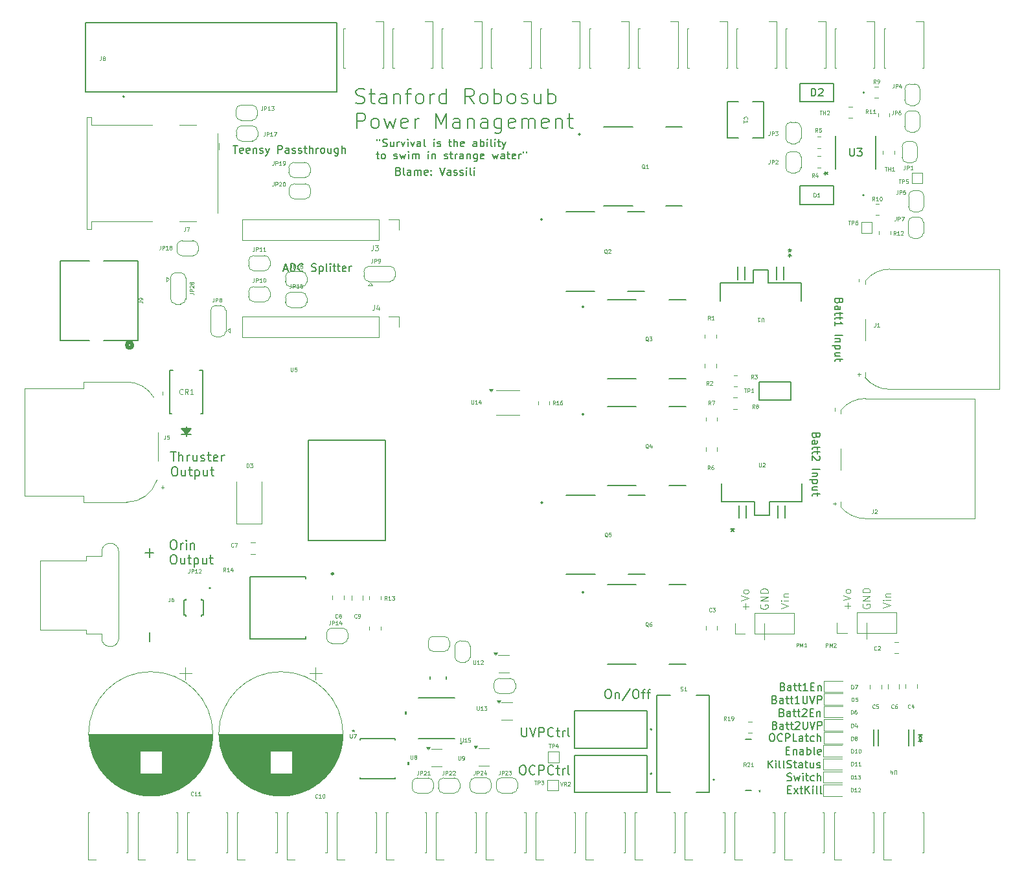
<source format=gbr>
%TF.GenerationSoftware,KiCad,Pcbnew,8.0.3*%
%TF.CreationDate,2025-06-05T22:32:43-07:00*%
%TF.ProjectId,Power_ManagementV2,506f7765-725f-44d6-916e-6167656d656e,rev?*%
%TF.SameCoordinates,Original*%
%TF.FileFunction,Legend,Top*%
%TF.FilePolarity,Positive*%
%FSLAX46Y46*%
G04 Gerber Fmt 4.6, Leading zero omitted, Abs format (unit mm)*
G04 Created by KiCad (PCBNEW 8.0.3) date 2025-06-05 22:32:43*
%MOMM*%
%LPD*%
G01*
G04 APERTURE LIST*
%ADD10C,0.200000*%
%ADD11C,0.150000*%
%ADD12C,0.100000*%
%ADD13C,0.120000*%
%ADD14C,0.152400*%
%ADD15C,0.508000*%
%ADD16C,0.127000*%
%ADD17C,0.000000*%
%ADD18C,0.250000*%
G04 APERTURE END LIST*
D10*
X211517292Y-143542742D02*
X211517292Y-144514171D01*
X211517292Y-144514171D02*
X211574435Y-144628457D01*
X211574435Y-144628457D02*
X211631578Y-144685600D01*
X211631578Y-144685600D02*
X211745863Y-144742742D01*
X211745863Y-144742742D02*
X211974435Y-144742742D01*
X211974435Y-144742742D02*
X212088720Y-144685600D01*
X212088720Y-144685600D02*
X212145863Y-144628457D01*
X212145863Y-144628457D02*
X212203006Y-144514171D01*
X212203006Y-144514171D02*
X212203006Y-143542742D01*
X212603006Y-143542742D02*
X213003006Y-144742742D01*
X213003006Y-144742742D02*
X213403006Y-143542742D01*
X213803006Y-144742742D02*
X213803006Y-143542742D01*
X213803006Y-143542742D02*
X214260149Y-143542742D01*
X214260149Y-143542742D02*
X214374434Y-143599885D01*
X214374434Y-143599885D02*
X214431577Y-143657028D01*
X214431577Y-143657028D02*
X214488720Y-143771314D01*
X214488720Y-143771314D02*
X214488720Y-143942742D01*
X214488720Y-143942742D02*
X214431577Y-144057028D01*
X214431577Y-144057028D02*
X214374434Y-144114171D01*
X214374434Y-144114171D02*
X214260149Y-144171314D01*
X214260149Y-144171314D02*
X213803006Y-144171314D01*
X215688720Y-144628457D02*
X215631577Y-144685600D01*
X215631577Y-144685600D02*
X215460149Y-144742742D01*
X215460149Y-144742742D02*
X215345863Y-144742742D01*
X215345863Y-144742742D02*
X215174434Y-144685600D01*
X215174434Y-144685600D02*
X215060149Y-144571314D01*
X215060149Y-144571314D02*
X215003006Y-144457028D01*
X215003006Y-144457028D02*
X214945863Y-144228457D01*
X214945863Y-144228457D02*
X214945863Y-144057028D01*
X214945863Y-144057028D02*
X215003006Y-143828457D01*
X215003006Y-143828457D02*
X215060149Y-143714171D01*
X215060149Y-143714171D02*
X215174434Y-143599885D01*
X215174434Y-143599885D02*
X215345863Y-143542742D01*
X215345863Y-143542742D02*
X215460149Y-143542742D01*
X215460149Y-143542742D02*
X215631577Y-143599885D01*
X215631577Y-143599885D02*
X215688720Y-143657028D01*
X216031577Y-143942742D02*
X216488720Y-143942742D01*
X216203006Y-143542742D02*
X216203006Y-144571314D01*
X216203006Y-144571314D02*
X216260149Y-144685600D01*
X216260149Y-144685600D02*
X216374434Y-144742742D01*
X216374434Y-144742742D02*
X216488720Y-144742742D01*
X216888720Y-144742742D02*
X216888720Y-143942742D01*
X216888720Y-144171314D02*
X216945863Y-144057028D01*
X216945863Y-144057028D02*
X217003006Y-143999885D01*
X217003006Y-143999885D02*
X217117291Y-143942742D01*
X217117291Y-143942742D02*
X217231577Y-143942742D01*
X217803005Y-144742742D02*
X217688720Y-144685600D01*
X217688720Y-144685600D02*
X217631577Y-144571314D01*
X217631577Y-144571314D02*
X217631577Y-143542742D01*
X173826816Y-67417219D02*
X174398244Y-67417219D01*
X174112530Y-68417219D02*
X174112530Y-67417219D01*
X175112530Y-68369600D02*
X175017292Y-68417219D01*
X175017292Y-68417219D02*
X174826816Y-68417219D01*
X174826816Y-68417219D02*
X174731578Y-68369600D01*
X174731578Y-68369600D02*
X174683959Y-68274361D01*
X174683959Y-68274361D02*
X174683959Y-67893409D01*
X174683959Y-67893409D02*
X174731578Y-67798171D01*
X174731578Y-67798171D02*
X174826816Y-67750552D01*
X174826816Y-67750552D02*
X175017292Y-67750552D01*
X175017292Y-67750552D02*
X175112530Y-67798171D01*
X175112530Y-67798171D02*
X175160149Y-67893409D01*
X175160149Y-67893409D02*
X175160149Y-67988647D01*
X175160149Y-67988647D02*
X174683959Y-68083885D01*
X175969673Y-68369600D02*
X175874435Y-68417219D01*
X175874435Y-68417219D02*
X175683959Y-68417219D01*
X175683959Y-68417219D02*
X175588721Y-68369600D01*
X175588721Y-68369600D02*
X175541102Y-68274361D01*
X175541102Y-68274361D02*
X175541102Y-67893409D01*
X175541102Y-67893409D02*
X175588721Y-67798171D01*
X175588721Y-67798171D02*
X175683959Y-67750552D01*
X175683959Y-67750552D02*
X175874435Y-67750552D01*
X175874435Y-67750552D02*
X175969673Y-67798171D01*
X175969673Y-67798171D02*
X176017292Y-67893409D01*
X176017292Y-67893409D02*
X176017292Y-67988647D01*
X176017292Y-67988647D02*
X175541102Y-68083885D01*
X176445864Y-67750552D02*
X176445864Y-68417219D01*
X176445864Y-67845790D02*
X176493483Y-67798171D01*
X176493483Y-67798171D02*
X176588721Y-67750552D01*
X176588721Y-67750552D02*
X176731578Y-67750552D01*
X176731578Y-67750552D02*
X176826816Y-67798171D01*
X176826816Y-67798171D02*
X176874435Y-67893409D01*
X176874435Y-67893409D02*
X176874435Y-68417219D01*
X177303007Y-68369600D02*
X177398245Y-68417219D01*
X177398245Y-68417219D02*
X177588721Y-68417219D01*
X177588721Y-68417219D02*
X177683959Y-68369600D01*
X177683959Y-68369600D02*
X177731578Y-68274361D01*
X177731578Y-68274361D02*
X177731578Y-68226742D01*
X177731578Y-68226742D02*
X177683959Y-68131504D01*
X177683959Y-68131504D02*
X177588721Y-68083885D01*
X177588721Y-68083885D02*
X177445864Y-68083885D01*
X177445864Y-68083885D02*
X177350626Y-68036266D01*
X177350626Y-68036266D02*
X177303007Y-67941028D01*
X177303007Y-67941028D02*
X177303007Y-67893409D01*
X177303007Y-67893409D02*
X177350626Y-67798171D01*
X177350626Y-67798171D02*
X177445864Y-67750552D01*
X177445864Y-67750552D02*
X177588721Y-67750552D01*
X177588721Y-67750552D02*
X177683959Y-67798171D01*
X178064912Y-67750552D02*
X178303007Y-68417219D01*
X178541102Y-67750552D02*
X178303007Y-68417219D01*
X178303007Y-68417219D02*
X178207769Y-68655314D01*
X178207769Y-68655314D02*
X178160150Y-68702933D01*
X178160150Y-68702933D02*
X178064912Y-68750552D01*
X179683960Y-68417219D02*
X179683960Y-67417219D01*
X179683960Y-67417219D02*
X180064912Y-67417219D01*
X180064912Y-67417219D02*
X180160150Y-67464838D01*
X180160150Y-67464838D02*
X180207769Y-67512457D01*
X180207769Y-67512457D02*
X180255388Y-67607695D01*
X180255388Y-67607695D02*
X180255388Y-67750552D01*
X180255388Y-67750552D02*
X180207769Y-67845790D01*
X180207769Y-67845790D02*
X180160150Y-67893409D01*
X180160150Y-67893409D02*
X180064912Y-67941028D01*
X180064912Y-67941028D02*
X179683960Y-67941028D01*
X181112531Y-68417219D02*
X181112531Y-67893409D01*
X181112531Y-67893409D02*
X181064912Y-67798171D01*
X181064912Y-67798171D02*
X180969674Y-67750552D01*
X180969674Y-67750552D02*
X180779198Y-67750552D01*
X180779198Y-67750552D02*
X180683960Y-67798171D01*
X181112531Y-68369600D02*
X181017293Y-68417219D01*
X181017293Y-68417219D02*
X180779198Y-68417219D01*
X180779198Y-68417219D02*
X180683960Y-68369600D01*
X180683960Y-68369600D02*
X180636341Y-68274361D01*
X180636341Y-68274361D02*
X180636341Y-68179123D01*
X180636341Y-68179123D02*
X180683960Y-68083885D01*
X180683960Y-68083885D02*
X180779198Y-68036266D01*
X180779198Y-68036266D02*
X181017293Y-68036266D01*
X181017293Y-68036266D02*
X181112531Y-67988647D01*
X181541103Y-68369600D02*
X181636341Y-68417219D01*
X181636341Y-68417219D02*
X181826817Y-68417219D01*
X181826817Y-68417219D02*
X181922055Y-68369600D01*
X181922055Y-68369600D02*
X181969674Y-68274361D01*
X181969674Y-68274361D02*
X181969674Y-68226742D01*
X181969674Y-68226742D02*
X181922055Y-68131504D01*
X181922055Y-68131504D02*
X181826817Y-68083885D01*
X181826817Y-68083885D02*
X181683960Y-68083885D01*
X181683960Y-68083885D02*
X181588722Y-68036266D01*
X181588722Y-68036266D02*
X181541103Y-67941028D01*
X181541103Y-67941028D02*
X181541103Y-67893409D01*
X181541103Y-67893409D02*
X181588722Y-67798171D01*
X181588722Y-67798171D02*
X181683960Y-67750552D01*
X181683960Y-67750552D02*
X181826817Y-67750552D01*
X181826817Y-67750552D02*
X181922055Y-67798171D01*
X182350627Y-68369600D02*
X182445865Y-68417219D01*
X182445865Y-68417219D02*
X182636341Y-68417219D01*
X182636341Y-68417219D02*
X182731579Y-68369600D01*
X182731579Y-68369600D02*
X182779198Y-68274361D01*
X182779198Y-68274361D02*
X182779198Y-68226742D01*
X182779198Y-68226742D02*
X182731579Y-68131504D01*
X182731579Y-68131504D02*
X182636341Y-68083885D01*
X182636341Y-68083885D02*
X182493484Y-68083885D01*
X182493484Y-68083885D02*
X182398246Y-68036266D01*
X182398246Y-68036266D02*
X182350627Y-67941028D01*
X182350627Y-67941028D02*
X182350627Y-67893409D01*
X182350627Y-67893409D02*
X182398246Y-67798171D01*
X182398246Y-67798171D02*
X182493484Y-67750552D01*
X182493484Y-67750552D02*
X182636341Y-67750552D01*
X182636341Y-67750552D02*
X182731579Y-67798171D01*
X183064913Y-67750552D02*
X183445865Y-67750552D01*
X183207770Y-67417219D02*
X183207770Y-68274361D01*
X183207770Y-68274361D02*
X183255389Y-68369600D01*
X183255389Y-68369600D02*
X183350627Y-68417219D01*
X183350627Y-68417219D02*
X183445865Y-68417219D01*
X183779199Y-68417219D02*
X183779199Y-67417219D01*
X184207770Y-68417219D02*
X184207770Y-67893409D01*
X184207770Y-67893409D02*
X184160151Y-67798171D01*
X184160151Y-67798171D02*
X184064913Y-67750552D01*
X184064913Y-67750552D02*
X183922056Y-67750552D01*
X183922056Y-67750552D02*
X183826818Y-67798171D01*
X183826818Y-67798171D02*
X183779199Y-67845790D01*
X184683961Y-68417219D02*
X184683961Y-67750552D01*
X184683961Y-67941028D02*
X184731580Y-67845790D01*
X184731580Y-67845790D02*
X184779199Y-67798171D01*
X184779199Y-67798171D02*
X184874437Y-67750552D01*
X184874437Y-67750552D02*
X184969675Y-67750552D01*
X185445866Y-68417219D02*
X185350628Y-68369600D01*
X185350628Y-68369600D02*
X185303009Y-68321980D01*
X185303009Y-68321980D02*
X185255390Y-68226742D01*
X185255390Y-68226742D02*
X185255390Y-67941028D01*
X185255390Y-67941028D02*
X185303009Y-67845790D01*
X185303009Y-67845790D02*
X185350628Y-67798171D01*
X185350628Y-67798171D02*
X185445866Y-67750552D01*
X185445866Y-67750552D02*
X185588723Y-67750552D01*
X185588723Y-67750552D02*
X185683961Y-67798171D01*
X185683961Y-67798171D02*
X185731580Y-67845790D01*
X185731580Y-67845790D02*
X185779199Y-67941028D01*
X185779199Y-67941028D02*
X185779199Y-68226742D01*
X185779199Y-68226742D02*
X185731580Y-68321980D01*
X185731580Y-68321980D02*
X185683961Y-68369600D01*
X185683961Y-68369600D02*
X185588723Y-68417219D01*
X185588723Y-68417219D02*
X185445866Y-68417219D01*
X186636342Y-67750552D02*
X186636342Y-68417219D01*
X186207771Y-67750552D02*
X186207771Y-68274361D01*
X186207771Y-68274361D02*
X186255390Y-68369600D01*
X186255390Y-68369600D02*
X186350628Y-68417219D01*
X186350628Y-68417219D02*
X186493485Y-68417219D01*
X186493485Y-68417219D02*
X186588723Y-68369600D01*
X186588723Y-68369600D02*
X186636342Y-68321980D01*
X187541104Y-67750552D02*
X187541104Y-68560076D01*
X187541104Y-68560076D02*
X187493485Y-68655314D01*
X187493485Y-68655314D02*
X187445866Y-68702933D01*
X187445866Y-68702933D02*
X187350628Y-68750552D01*
X187350628Y-68750552D02*
X187207771Y-68750552D01*
X187207771Y-68750552D02*
X187112533Y-68702933D01*
X187541104Y-68369600D02*
X187445866Y-68417219D01*
X187445866Y-68417219D02*
X187255390Y-68417219D01*
X187255390Y-68417219D02*
X187160152Y-68369600D01*
X187160152Y-68369600D02*
X187112533Y-68321980D01*
X187112533Y-68321980D02*
X187064914Y-68226742D01*
X187064914Y-68226742D02*
X187064914Y-67941028D01*
X187064914Y-67941028D02*
X187112533Y-67845790D01*
X187112533Y-67845790D02*
X187160152Y-67798171D01*
X187160152Y-67798171D02*
X187255390Y-67750552D01*
X187255390Y-67750552D02*
X187445866Y-67750552D01*
X187445866Y-67750552D02*
X187541104Y-67798171D01*
X188017295Y-68417219D02*
X188017295Y-67417219D01*
X188445866Y-68417219D02*
X188445866Y-67893409D01*
X188445866Y-67893409D02*
X188398247Y-67798171D01*
X188398247Y-67798171D02*
X188303009Y-67750552D01*
X188303009Y-67750552D02*
X188160152Y-67750552D01*
X188160152Y-67750552D02*
X188064914Y-67798171D01*
X188064914Y-67798171D02*
X188017295Y-67845790D01*
X165920863Y-119035809D02*
X166149435Y-119035809D01*
X166149435Y-119035809D02*
X166263720Y-119092952D01*
X166263720Y-119092952D02*
X166378006Y-119207238D01*
X166378006Y-119207238D02*
X166435149Y-119435809D01*
X166435149Y-119435809D02*
X166435149Y-119835809D01*
X166435149Y-119835809D02*
X166378006Y-120064381D01*
X166378006Y-120064381D02*
X166263720Y-120178667D01*
X166263720Y-120178667D02*
X166149435Y-120235809D01*
X166149435Y-120235809D02*
X165920863Y-120235809D01*
X165920863Y-120235809D02*
X165806578Y-120178667D01*
X165806578Y-120178667D02*
X165692292Y-120064381D01*
X165692292Y-120064381D02*
X165635149Y-119835809D01*
X165635149Y-119835809D02*
X165635149Y-119435809D01*
X165635149Y-119435809D02*
X165692292Y-119207238D01*
X165692292Y-119207238D02*
X165806578Y-119092952D01*
X165806578Y-119092952D02*
X165920863Y-119035809D01*
X166949435Y-120235809D02*
X166949435Y-119435809D01*
X166949435Y-119664381D02*
X167006578Y-119550095D01*
X167006578Y-119550095D02*
X167063721Y-119492952D01*
X167063721Y-119492952D02*
X167178006Y-119435809D01*
X167178006Y-119435809D02*
X167292292Y-119435809D01*
X167692292Y-120235809D02*
X167692292Y-119435809D01*
X167692292Y-119035809D02*
X167635149Y-119092952D01*
X167635149Y-119092952D02*
X167692292Y-119150095D01*
X167692292Y-119150095D02*
X167749435Y-119092952D01*
X167749435Y-119092952D02*
X167692292Y-119035809D01*
X167692292Y-119035809D02*
X167692292Y-119150095D01*
X168263721Y-119435809D02*
X168263721Y-120235809D01*
X168263721Y-119550095D02*
X168320864Y-119492952D01*
X168320864Y-119492952D02*
X168435149Y-119435809D01*
X168435149Y-119435809D02*
X168606578Y-119435809D01*
X168606578Y-119435809D02*
X168720864Y-119492952D01*
X168720864Y-119492952D02*
X168778007Y-119607238D01*
X168778007Y-119607238D02*
X168778007Y-120235809D01*
X165920863Y-120967742D02*
X166149435Y-120967742D01*
X166149435Y-120967742D02*
X166263720Y-121024885D01*
X166263720Y-121024885D02*
X166378006Y-121139171D01*
X166378006Y-121139171D02*
X166435149Y-121367742D01*
X166435149Y-121367742D02*
X166435149Y-121767742D01*
X166435149Y-121767742D02*
X166378006Y-121996314D01*
X166378006Y-121996314D02*
X166263720Y-122110600D01*
X166263720Y-122110600D02*
X166149435Y-122167742D01*
X166149435Y-122167742D02*
X165920863Y-122167742D01*
X165920863Y-122167742D02*
X165806578Y-122110600D01*
X165806578Y-122110600D02*
X165692292Y-121996314D01*
X165692292Y-121996314D02*
X165635149Y-121767742D01*
X165635149Y-121767742D02*
X165635149Y-121367742D01*
X165635149Y-121367742D02*
X165692292Y-121139171D01*
X165692292Y-121139171D02*
X165806578Y-121024885D01*
X165806578Y-121024885D02*
X165920863Y-120967742D01*
X167463721Y-121367742D02*
X167463721Y-122167742D01*
X166949435Y-121367742D02*
X166949435Y-121996314D01*
X166949435Y-121996314D02*
X167006578Y-122110600D01*
X167006578Y-122110600D02*
X167120863Y-122167742D01*
X167120863Y-122167742D02*
X167292292Y-122167742D01*
X167292292Y-122167742D02*
X167406578Y-122110600D01*
X167406578Y-122110600D02*
X167463721Y-122053457D01*
X167863720Y-121367742D02*
X168320863Y-121367742D01*
X168035149Y-120967742D02*
X168035149Y-121996314D01*
X168035149Y-121996314D02*
X168092292Y-122110600D01*
X168092292Y-122110600D02*
X168206577Y-122167742D01*
X168206577Y-122167742D02*
X168320863Y-122167742D01*
X168720863Y-121367742D02*
X168720863Y-122567742D01*
X168720863Y-121424885D02*
X168835149Y-121367742D01*
X168835149Y-121367742D02*
X169063720Y-121367742D01*
X169063720Y-121367742D02*
X169178006Y-121424885D01*
X169178006Y-121424885D02*
X169235149Y-121482028D01*
X169235149Y-121482028D02*
X169292291Y-121596314D01*
X169292291Y-121596314D02*
X169292291Y-121939171D01*
X169292291Y-121939171D02*
X169235149Y-122053457D01*
X169235149Y-122053457D02*
X169178006Y-122110600D01*
X169178006Y-122110600D02*
X169063720Y-122167742D01*
X169063720Y-122167742D02*
X168835149Y-122167742D01*
X168835149Y-122167742D02*
X168720863Y-122110600D01*
X170320863Y-121367742D02*
X170320863Y-122167742D01*
X169806577Y-121367742D02*
X169806577Y-121996314D01*
X169806577Y-121996314D02*
X169863720Y-122110600D01*
X169863720Y-122110600D02*
X169978005Y-122167742D01*
X169978005Y-122167742D02*
X170149434Y-122167742D01*
X170149434Y-122167742D02*
X170263720Y-122110600D01*
X170263720Y-122110600D02*
X170320863Y-122053457D01*
X170720862Y-121367742D02*
X171178005Y-121367742D01*
X170892291Y-120967742D02*
X170892291Y-121996314D01*
X170892291Y-121996314D02*
X170949434Y-122110600D01*
X170949434Y-122110600D02*
X171063719Y-122167742D01*
X171063719Y-122167742D02*
X171178005Y-122167742D01*
D11*
X192617960Y-66551075D02*
X192617960Y-66741551D01*
X192998912Y-66551075D02*
X192998912Y-66741551D01*
X193379865Y-67503456D02*
X193522722Y-67551075D01*
X193522722Y-67551075D02*
X193760817Y-67551075D01*
X193760817Y-67551075D02*
X193856055Y-67503456D01*
X193856055Y-67503456D02*
X193903674Y-67455836D01*
X193903674Y-67455836D02*
X193951293Y-67360598D01*
X193951293Y-67360598D02*
X193951293Y-67265360D01*
X193951293Y-67265360D02*
X193903674Y-67170122D01*
X193903674Y-67170122D02*
X193856055Y-67122503D01*
X193856055Y-67122503D02*
X193760817Y-67074884D01*
X193760817Y-67074884D02*
X193570341Y-67027265D01*
X193570341Y-67027265D02*
X193475103Y-66979646D01*
X193475103Y-66979646D02*
X193427484Y-66932027D01*
X193427484Y-66932027D02*
X193379865Y-66836789D01*
X193379865Y-66836789D02*
X193379865Y-66741551D01*
X193379865Y-66741551D02*
X193427484Y-66646313D01*
X193427484Y-66646313D02*
X193475103Y-66598694D01*
X193475103Y-66598694D02*
X193570341Y-66551075D01*
X193570341Y-66551075D02*
X193808436Y-66551075D01*
X193808436Y-66551075D02*
X193951293Y-66598694D01*
X194808436Y-66884408D02*
X194808436Y-67551075D01*
X194379865Y-66884408D02*
X194379865Y-67408217D01*
X194379865Y-67408217D02*
X194427484Y-67503456D01*
X194427484Y-67503456D02*
X194522722Y-67551075D01*
X194522722Y-67551075D02*
X194665579Y-67551075D01*
X194665579Y-67551075D02*
X194760817Y-67503456D01*
X194760817Y-67503456D02*
X194808436Y-67455836D01*
X195284627Y-67551075D02*
X195284627Y-66884408D01*
X195284627Y-67074884D02*
X195332246Y-66979646D01*
X195332246Y-66979646D02*
X195379865Y-66932027D01*
X195379865Y-66932027D02*
X195475103Y-66884408D01*
X195475103Y-66884408D02*
X195570341Y-66884408D01*
X195808437Y-66884408D02*
X196046532Y-67551075D01*
X196046532Y-67551075D02*
X196284627Y-66884408D01*
X196665580Y-67551075D02*
X196665580Y-66884408D01*
X196665580Y-66551075D02*
X196617961Y-66598694D01*
X196617961Y-66598694D02*
X196665580Y-66646313D01*
X196665580Y-66646313D02*
X196713199Y-66598694D01*
X196713199Y-66598694D02*
X196665580Y-66551075D01*
X196665580Y-66551075D02*
X196665580Y-66646313D01*
X197046532Y-66884408D02*
X197284627Y-67551075D01*
X197284627Y-67551075D02*
X197522722Y-66884408D01*
X198332246Y-67551075D02*
X198332246Y-67027265D01*
X198332246Y-67027265D02*
X198284627Y-66932027D01*
X198284627Y-66932027D02*
X198189389Y-66884408D01*
X198189389Y-66884408D02*
X197998913Y-66884408D01*
X197998913Y-66884408D02*
X197903675Y-66932027D01*
X198332246Y-67503456D02*
X198237008Y-67551075D01*
X198237008Y-67551075D02*
X197998913Y-67551075D01*
X197998913Y-67551075D02*
X197903675Y-67503456D01*
X197903675Y-67503456D02*
X197856056Y-67408217D01*
X197856056Y-67408217D02*
X197856056Y-67312979D01*
X197856056Y-67312979D02*
X197903675Y-67217741D01*
X197903675Y-67217741D02*
X197998913Y-67170122D01*
X197998913Y-67170122D02*
X198237008Y-67170122D01*
X198237008Y-67170122D02*
X198332246Y-67122503D01*
X198951294Y-67551075D02*
X198856056Y-67503456D01*
X198856056Y-67503456D02*
X198808437Y-67408217D01*
X198808437Y-67408217D02*
X198808437Y-66551075D01*
X200094152Y-67551075D02*
X200094152Y-66884408D01*
X200094152Y-66551075D02*
X200046533Y-66598694D01*
X200046533Y-66598694D02*
X200094152Y-66646313D01*
X200094152Y-66646313D02*
X200141771Y-66598694D01*
X200141771Y-66598694D02*
X200094152Y-66551075D01*
X200094152Y-66551075D02*
X200094152Y-66646313D01*
X200522723Y-67503456D02*
X200617961Y-67551075D01*
X200617961Y-67551075D02*
X200808437Y-67551075D01*
X200808437Y-67551075D02*
X200903675Y-67503456D01*
X200903675Y-67503456D02*
X200951294Y-67408217D01*
X200951294Y-67408217D02*
X200951294Y-67360598D01*
X200951294Y-67360598D02*
X200903675Y-67265360D01*
X200903675Y-67265360D02*
X200808437Y-67217741D01*
X200808437Y-67217741D02*
X200665580Y-67217741D01*
X200665580Y-67217741D02*
X200570342Y-67170122D01*
X200570342Y-67170122D02*
X200522723Y-67074884D01*
X200522723Y-67074884D02*
X200522723Y-67027265D01*
X200522723Y-67027265D02*
X200570342Y-66932027D01*
X200570342Y-66932027D02*
X200665580Y-66884408D01*
X200665580Y-66884408D02*
X200808437Y-66884408D01*
X200808437Y-66884408D02*
X200903675Y-66932027D01*
X201998914Y-66884408D02*
X202379866Y-66884408D01*
X202141771Y-66551075D02*
X202141771Y-67408217D01*
X202141771Y-67408217D02*
X202189390Y-67503456D01*
X202189390Y-67503456D02*
X202284628Y-67551075D01*
X202284628Y-67551075D02*
X202379866Y-67551075D01*
X202713200Y-67551075D02*
X202713200Y-66551075D01*
X203141771Y-67551075D02*
X203141771Y-67027265D01*
X203141771Y-67027265D02*
X203094152Y-66932027D01*
X203094152Y-66932027D02*
X202998914Y-66884408D01*
X202998914Y-66884408D02*
X202856057Y-66884408D01*
X202856057Y-66884408D02*
X202760819Y-66932027D01*
X202760819Y-66932027D02*
X202713200Y-66979646D01*
X203998914Y-67503456D02*
X203903676Y-67551075D01*
X203903676Y-67551075D02*
X203713200Y-67551075D01*
X203713200Y-67551075D02*
X203617962Y-67503456D01*
X203617962Y-67503456D02*
X203570343Y-67408217D01*
X203570343Y-67408217D02*
X203570343Y-67027265D01*
X203570343Y-67027265D02*
X203617962Y-66932027D01*
X203617962Y-66932027D02*
X203713200Y-66884408D01*
X203713200Y-66884408D02*
X203903676Y-66884408D01*
X203903676Y-66884408D02*
X203998914Y-66932027D01*
X203998914Y-66932027D02*
X204046533Y-67027265D01*
X204046533Y-67027265D02*
X204046533Y-67122503D01*
X204046533Y-67122503D02*
X203570343Y-67217741D01*
X205665581Y-67551075D02*
X205665581Y-67027265D01*
X205665581Y-67027265D02*
X205617962Y-66932027D01*
X205617962Y-66932027D02*
X205522724Y-66884408D01*
X205522724Y-66884408D02*
X205332248Y-66884408D01*
X205332248Y-66884408D02*
X205237010Y-66932027D01*
X205665581Y-67503456D02*
X205570343Y-67551075D01*
X205570343Y-67551075D02*
X205332248Y-67551075D01*
X205332248Y-67551075D02*
X205237010Y-67503456D01*
X205237010Y-67503456D02*
X205189391Y-67408217D01*
X205189391Y-67408217D02*
X205189391Y-67312979D01*
X205189391Y-67312979D02*
X205237010Y-67217741D01*
X205237010Y-67217741D02*
X205332248Y-67170122D01*
X205332248Y-67170122D02*
X205570343Y-67170122D01*
X205570343Y-67170122D02*
X205665581Y-67122503D01*
X206141772Y-67551075D02*
X206141772Y-66551075D01*
X206141772Y-66932027D02*
X206237010Y-66884408D01*
X206237010Y-66884408D02*
X206427486Y-66884408D01*
X206427486Y-66884408D02*
X206522724Y-66932027D01*
X206522724Y-66932027D02*
X206570343Y-66979646D01*
X206570343Y-66979646D02*
X206617962Y-67074884D01*
X206617962Y-67074884D02*
X206617962Y-67360598D01*
X206617962Y-67360598D02*
X206570343Y-67455836D01*
X206570343Y-67455836D02*
X206522724Y-67503456D01*
X206522724Y-67503456D02*
X206427486Y-67551075D01*
X206427486Y-67551075D02*
X206237010Y-67551075D01*
X206237010Y-67551075D02*
X206141772Y-67503456D01*
X207046534Y-67551075D02*
X207046534Y-66884408D01*
X207046534Y-66551075D02*
X206998915Y-66598694D01*
X206998915Y-66598694D02*
X207046534Y-66646313D01*
X207046534Y-66646313D02*
X207094153Y-66598694D01*
X207094153Y-66598694D02*
X207046534Y-66551075D01*
X207046534Y-66551075D02*
X207046534Y-66646313D01*
X207665581Y-67551075D02*
X207570343Y-67503456D01*
X207570343Y-67503456D02*
X207522724Y-67408217D01*
X207522724Y-67408217D02*
X207522724Y-66551075D01*
X208046534Y-67551075D02*
X208046534Y-66884408D01*
X208046534Y-66551075D02*
X207998915Y-66598694D01*
X207998915Y-66598694D02*
X208046534Y-66646313D01*
X208046534Y-66646313D02*
X208094153Y-66598694D01*
X208094153Y-66598694D02*
X208046534Y-66551075D01*
X208046534Y-66551075D02*
X208046534Y-66646313D01*
X208379867Y-66884408D02*
X208760819Y-66884408D01*
X208522724Y-66551075D02*
X208522724Y-67408217D01*
X208522724Y-67408217D02*
X208570343Y-67503456D01*
X208570343Y-67503456D02*
X208665581Y-67551075D01*
X208665581Y-67551075D02*
X208760819Y-67551075D01*
X208998915Y-66884408D02*
X209237010Y-67551075D01*
X209475105Y-66884408D02*
X209237010Y-67551075D01*
X209237010Y-67551075D02*
X209141772Y-67789170D01*
X209141772Y-67789170D02*
X209094153Y-67836789D01*
X209094153Y-67836789D02*
X208998915Y-67884408D01*
X192522722Y-68494352D02*
X192903674Y-68494352D01*
X192665579Y-68161019D02*
X192665579Y-69018161D01*
X192665579Y-69018161D02*
X192713198Y-69113400D01*
X192713198Y-69113400D02*
X192808436Y-69161019D01*
X192808436Y-69161019D02*
X192903674Y-69161019D01*
X193379865Y-69161019D02*
X193284627Y-69113400D01*
X193284627Y-69113400D02*
X193237008Y-69065780D01*
X193237008Y-69065780D02*
X193189389Y-68970542D01*
X193189389Y-68970542D02*
X193189389Y-68684828D01*
X193189389Y-68684828D02*
X193237008Y-68589590D01*
X193237008Y-68589590D02*
X193284627Y-68541971D01*
X193284627Y-68541971D02*
X193379865Y-68494352D01*
X193379865Y-68494352D02*
X193522722Y-68494352D01*
X193522722Y-68494352D02*
X193617960Y-68541971D01*
X193617960Y-68541971D02*
X193665579Y-68589590D01*
X193665579Y-68589590D02*
X193713198Y-68684828D01*
X193713198Y-68684828D02*
X193713198Y-68970542D01*
X193713198Y-68970542D02*
X193665579Y-69065780D01*
X193665579Y-69065780D02*
X193617960Y-69113400D01*
X193617960Y-69113400D02*
X193522722Y-69161019D01*
X193522722Y-69161019D02*
X193379865Y-69161019D01*
X194856056Y-69113400D02*
X194951294Y-69161019D01*
X194951294Y-69161019D02*
X195141770Y-69161019D01*
X195141770Y-69161019D02*
X195237008Y-69113400D01*
X195237008Y-69113400D02*
X195284627Y-69018161D01*
X195284627Y-69018161D02*
X195284627Y-68970542D01*
X195284627Y-68970542D02*
X195237008Y-68875304D01*
X195237008Y-68875304D02*
X195141770Y-68827685D01*
X195141770Y-68827685D02*
X194998913Y-68827685D01*
X194998913Y-68827685D02*
X194903675Y-68780066D01*
X194903675Y-68780066D02*
X194856056Y-68684828D01*
X194856056Y-68684828D02*
X194856056Y-68637209D01*
X194856056Y-68637209D02*
X194903675Y-68541971D01*
X194903675Y-68541971D02*
X194998913Y-68494352D01*
X194998913Y-68494352D02*
X195141770Y-68494352D01*
X195141770Y-68494352D02*
X195237008Y-68541971D01*
X195617961Y-68494352D02*
X195808437Y-69161019D01*
X195808437Y-69161019D02*
X195998913Y-68684828D01*
X195998913Y-68684828D02*
X196189389Y-69161019D01*
X196189389Y-69161019D02*
X196379865Y-68494352D01*
X196760818Y-69161019D02*
X196760818Y-68494352D01*
X196760818Y-68161019D02*
X196713199Y-68208638D01*
X196713199Y-68208638D02*
X196760818Y-68256257D01*
X196760818Y-68256257D02*
X196808437Y-68208638D01*
X196808437Y-68208638D02*
X196760818Y-68161019D01*
X196760818Y-68161019D02*
X196760818Y-68256257D01*
X197237008Y-69161019D02*
X197237008Y-68494352D01*
X197237008Y-68589590D02*
X197284627Y-68541971D01*
X197284627Y-68541971D02*
X197379865Y-68494352D01*
X197379865Y-68494352D02*
X197522722Y-68494352D01*
X197522722Y-68494352D02*
X197617960Y-68541971D01*
X197617960Y-68541971D02*
X197665579Y-68637209D01*
X197665579Y-68637209D02*
X197665579Y-69161019D01*
X197665579Y-68637209D02*
X197713198Y-68541971D01*
X197713198Y-68541971D02*
X197808436Y-68494352D01*
X197808436Y-68494352D02*
X197951293Y-68494352D01*
X197951293Y-68494352D02*
X198046532Y-68541971D01*
X198046532Y-68541971D02*
X198094151Y-68637209D01*
X198094151Y-68637209D02*
X198094151Y-69161019D01*
X199332246Y-69161019D02*
X199332246Y-68494352D01*
X199332246Y-68161019D02*
X199284627Y-68208638D01*
X199284627Y-68208638D02*
X199332246Y-68256257D01*
X199332246Y-68256257D02*
X199379865Y-68208638D01*
X199379865Y-68208638D02*
X199332246Y-68161019D01*
X199332246Y-68161019D02*
X199332246Y-68256257D01*
X199808436Y-68494352D02*
X199808436Y-69161019D01*
X199808436Y-68589590D02*
X199856055Y-68541971D01*
X199856055Y-68541971D02*
X199951293Y-68494352D01*
X199951293Y-68494352D02*
X200094150Y-68494352D01*
X200094150Y-68494352D02*
X200189388Y-68541971D01*
X200189388Y-68541971D02*
X200237007Y-68637209D01*
X200237007Y-68637209D02*
X200237007Y-69161019D01*
X201427484Y-69113400D02*
X201522722Y-69161019D01*
X201522722Y-69161019D02*
X201713198Y-69161019D01*
X201713198Y-69161019D02*
X201808436Y-69113400D01*
X201808436Y-69113400D02*
X201856055Y-69018161D01*
X201856055Y-69018161D02*
X201856055Y-68970542D01*
X201856055Y-68970542D02*
X201808436Y-68875304D01*
X201808436Y-68875304D02*
X201713198Y-68827685D01*
X201713198Y-68827685D02*
X201570341Y-68827685D01*
X201570341Y-68827685D02*
X201475103Y-68780066D01*
X201475103Y-68780066D02*
X201427484Y-68684828D01*
X201427484Y-68684828D02*
X201427484Y-68637209D01*
X201427484Y-68637209D02*
X201475103Y-68541971D01*
X201475103Y-68541971D02*
X201570341Y-68494352D01*
X201570341Y-68494352D02*
X201713198Y-68494352D01*
X201713198Y-68494352D02*
X201808436Y-68541971D01*
X202141770Y-68494352D02*
X202522722Y-68494352D01*
X202284627Y-68161019D02*
X202284627Y-69018161D01*
X202284627Y-69018161D02*
X202332246Y-69113400D01*
X202332246Y-69113400D02*
X202427484Y-69161019D01*
X202427484Y-69161019D02*
X202522722Y-69161019D01*
X202856056Y-69161019D02*
X202856056Y-68494352D01*
X202856056Y-68684828D02*
X202903675Y-68589590D01*
X202903675Y-68589590D02*
X202951294Y-68541971D01*
X202951294Y-68541971D02*
X203046532Y-68494352D01*
X203046532Y-68494352D02*
X203141770Y-68494352D01*
X203903675Y-69161019D02*
X203903675Y-68637209D01*
X203903675Y-68637209D02*
X203856056Y-68541971D01*
X203856056Y-68541971D02*
X203760818Y-68494352D01*
X203760818Y-68494352D02*
X203570342Y-68494352D01*
X203570342Y-68494352D02*
X203475104Y-68541971D01*
X203903675Y-69113400D02*
X203808437Y-69161019D01*
X203808437Y-69161019D02*
X203570342Y-69161019D01*
X203570342Y-69161019D02*
X203475104Y-69113400D01*
X203475104Y-69113400D02*
X203427485Y-69018161D01*
X203427485Y-69018161D02*
X203427485Y-68922923D01*
X203427485Y-68922923D02*
X203475104Y-68827685D01*
X203475104Y-68827685D02*
X203570342Y-68780066D01*
X203570342Y-68780066D02*
X203808437Y-68780066D01*
X203808437Y-68780066D02*
X203903675Y-68732447D01*
X204379866Y-68494352D02*
X204379866Y-69161019D01*
X204379866Y-68589590D02*
X204427485Y-68541971D01*
X204427485Y-68541971D02*
X204522723Y-68494352D01*
X204522723Y-68494352D02*
X204665580Y-68494352D01*
X204665580Y-68494352D02*
X204760818Y-68541971D01*
X204760818Y-68541971D02*
X204808437Y-68637209D01*
X204808437Y-68637209D02*
X204808437Y-69161019D01*
X205713199Y-68494352D02*
X205713199Y-69303876D01*
X205713199Y-69303876D02*
X205665580Y-69399114D01*
X205665580Y-69399114D02*
X205617961Y-69446733D01*
X205617961Y-69446733D02*
X205522723Y-69494352D01*
X205522723Y-69494352D02*
X205379866Y-69494352D01*
X205379866Y-69494352D02*
X205284628Y-69446733D01*
X205713199Y-69113400D02*
X205617961Y-69161019D01*
X205617961Y-69161019D02*
X205427485Y-69161019D01*
X205427485Y-69161019D02*
X205332247Y-69113400D01*
X205332247Y-69113400D02*
X205284628Y-69065780D01*
X205284628Y-69065780D02*
X205237009Y-68970542D01*
X205237009Y-68970542D02*
X205237009Y-68684828D01*
X205237009Y-68684828D02*
X205284628Y-68589590D01*
X205284628Y-68589590D02*
X205332247Y-68541971D01*
X205332247Y-68541971D02*
X205427485Y-68494352D01*
X205427485Y-68494352D02*
X205617961Y-68494352D01*
X205617961Y-68494352D02*
X205713199Y-68541971D01*
X206570342Y-69113400D02*
X206475104Y-69161019D01*
X206475104Y-69161019D02*
X206284628Y-69161019D01*
X206284628Y-69161019D02*
X206189390Y-69113400D01*
X206189390Y-69113400D02*
X206141771Y-69018161D01*
X206141771Y-69018161D02*
X206141771Y-68637209D01*
X206141771Y-68637209D02*
X206189390Y-68541971D01*
X206189390Y-68541971D02*
X206284628Y-68494352D01*
X206284628Y-68494352D02*
X206475104Y-68494352D01*
X206475104Y-68494352D02*
X206570342Y-68541971D01*
X206570342Y-68541971D02*
X206617961Y-68637209D01*
X206617961Y-68637209D02*
X206617961Y-68732447D01*
X206617961Y-68732447D02*
X206141771Y-68827685D01*
X207713200Y-68494352D02*
X207903676Y-69161019D01*
X207903676Y-69161019D02*
X208094152Y-68684828D01*
X208094152Y-68684828D02*
X208284628Y-69161019D01*
X208284628Y-69161019D02*
X208475104Y-68494352D01*
X209284628Y-69161019D02*
X209284628Y-68637209D01*
X209284628Y-68637209D02*
X209237009Y-68541971D01*
X209237009Y-68541971D02*
X209141771Y-68494352D01*
X209141771Y-68494352D02*
X208951295Y-68494352D01*
X208951295Y-68494352D02*
X208856057Y-68541971D01*
X209284628Y-69113400D02*
X209189390Y-69161019D01*
X209189390Y-69161019D02*
X208951295Y-69161019D01*
X208951295Y-69161019D02*
X208856057Y-69113400D01*
X208856057Y-69113400D02*
X208808438Y-69018161D01*
X208808438Y-69018161D02*
X208808438Y-68922923D01*
X208808438Y-68922923D02*
X208856057Y-68827685D01*
X208856057Y-68827685D02*
X208951295Y-68780066D01*
X208951295Y-68780066D02*
X209189390Y-68780066D01*
X209189390Y-68780066D02*
X209284628Y-68732447D01*
X209617962Y-68494352D02*
X209998914Y-68494352D01*
X209760819Y-68161019D02*
X209760819Y-69018161D01*
X209760819Y-69018161D02*
X209808438Y-69113400D01*
X209808438Y-69113400D02*
X209903676Y-69161019D01*
X209903676Y-69161019D02*
X209998914Y-69161019D01*
X210713200Y-69113400D02*
X210617962Y-69161019D01*
X210617962Y-69161019D02*
X210427486Y-69161019D01*
X210427486Y-69161019D02*
X210332248Y-69113400D01*
X210332248Y-69113400D02*
X210284629Y-69018161D01*
X210284629Y-69018161D02*
X210284629Y-68637209D01*
X210284629Y-68637209D02*
X210332248Y-68541971D01*
X210332248Y-68541971D02*
X210427486Y-68494352D01*
X210427486Y-68494352D02*
X210617962Y-68494352D01*
X210617962Y-68494352D02*
X210713200Y-68541971D01*
X210713200Y-68541971D02*
X210760819Y-68637209D01*
X210760819Y-68637209D02*
X210760819Y-68732447D01*
X210760819Y-68732447D02*
X210284629Y-68827685D01*
X211189391Y-69161019D02*
X211189391Y-68494352D01*
X211189391Y-68684828D02*
X211237010Y-68589590D01*
X211237010Y-68589590D02*
X211284629Y-68541971D01*
X211284629Y-68541971D02*
X211379867Y-68494352D01*
X211379867Y-68494352D02*
X211475105Y-68494352D01*
X211760820Y-68161019D02*
X211760820Y-68351495D01*
X212141772Y-68161019D02*
X212141772Y-68351495D01*
X245663712Y-138192809D02*
X245806569Y-138240428D01*
X245806569Y-138240428D02*
X245854188Y-138288047D01*
X245854188Y-138288047D02*
X245901807Y-138383285D01*
X245901807Y-138383285D02*
X245901807Y-138526142D01*
X245901807Y-138526142D02*
X245854188Y-138621380D01*
X245854188Y-138621380D02*
X245806569Y-138669000D01*
X245806569Y-138669000D02*
X245711331Y-138716619D01*
X245711331Y-138716619D02*
X245330379Y-138716619D01*
X245330379Y-138716619D02*
X245330379Y-137716619D01*
X245330379Y-137716619D02*
X245663712Y-137716619D01*
X245663712Y-137716619D02*
X245758950Y-137764238D01*
X245758950Y-137764238D02*
X245806569Y-137811857D01*
X245806569Y-137811857D02*
X245854188Y-137907095D01*
X245854188Y-137907095D02*
X245854188Y-138002333D01*
X245854188Y-138002333D02*
X245806569Y-138097571D01*
X245806569Y-138097571D02*
X245758950Y-138145190D01*
X245758950Y-138145190D02*
X245663712Y-138192809D01*
X245663712Y-138192809D02*
X245330379Y-138192809D01*
X246758950Y-138716619D02*
X246758950Y-138192809D01*
X246758950Y-138192809D02*
X246711331Y-138097571D01*
X246711331Y-138097571D02*
X246616093Y-138049952D01*
X246616093Y-138049952D02*
X246425617Y-138049952D01*
X246425617Y-138049952D02*
X246330379Y-138097571D01*
X246758950Y-138669000D02*
X246663712Y-138716619D01*
X246663712Y-138716619D02*
X246425617Y-138716619D01*
X246425617Y-138716619D02*
X246330379Y-138669000D01*
X246330379Y-138669000D02*
X246282760Y-138573761D01*
X246282760Y-138573761D02*
X246282760Y-138478523D01*
X246282760Y-138478523D02*
X246330379Y-138383285D01*
X246330379Y-138383285D02*
X246425617Y-138335666D01*
X246425617Y-138335666D02*
X246663712Y-138335666D01*
X246663712Y-138335666D02*
X246758950Y-138288047D01*
X247092284Y-138049952D02*
X247473236Y-138049952D01*
X247235141Y-137716619D02*
X247235141Y-138573761D01*
X247235141Y-138573761D02*
X247282760Y-138669000D01*
X247282760Y-138669000D02*
X247377998Y-138716619D01*
X247377998Y-138716619D02*
X247473236Y-138716619D01*
X247663713Y-138049952D02*
X248044665Y-138049952D01*
X247806570Y-137716619D02*
X247806570Y-138573761D01*
X247806570Y-138573761D02*
X247854189Y-138669000D01*
X247854189Y-138669000D02*
X247949427Y-138716619D01*
X247949427Y-138716619D02*
X248044665Y-138716619D01*
X248901808Y-138716619D02*
X248330380Y-138716619D01*
X248616094Y-138716619D02*
X248616094Y-137716619D01*
X248616094Y-137716619D02*
X248520856Y-137859476D01*
X248520856Y-137859476D02*
X248425618Y-137954714D01*
X248425618Y-137954714D02*
X248330380Y-138002333D01*
X249330380Y-138192809D02*
X249663713Y-138192809D01*
X249806570Y-138716619D02*
X249330380Y-138716619D01*
X249330380Y-138716619D02*
X249330380Y-137716619D01*
X249330380Y-137716619D02*
X249806570Y-137716619D01*
X250235142Y-138049952D02*
X250235142Y-138716619D01*
X250235142Y-138145190D02*
X250282761Y-138097571D01*
X250282761Y-138097571D02*
X250377999Y-138049952D01*
X250377999Y-138049952D02*
X250520856Y-138049952D01*
X250520856Y-138049952D02*
X250616094Y-138097571D01*
X250616094Y-138097571D02*
X250663713Y-138192809D01*
X250663713Y-138192809D02*
X250663713Y-138716619D01*
X243750379Y-148825819D02*
X243750379Y-147825819D01*
X244321807Y-148825819D02*
X243893236Y-148254390D01*
X244321807Y-147825819D02*
X243750379Y-148397247D01*
X244750379Y-148825819D02*
X244750379Y-148159152D01*
X244750379Y-147825819D02*
X244702760Y-147873438D01*
X244702760Y-147873438D02*
X244750379Y-147921057D01*
X244750379Y-147921057D02*
X244797998Y-147873438D01*
X244797998Y-147873438D02*
X244750379Y-147825819D01*
X244750379Y-147825819D02*
X244750379Y-147921057D01*
X245369426Y-148825819D02*
X245274188Y-148778200D01*
X245274188Y-148778200D02*
X245226569Y-148682961D01*
X245226569Y-148682961D02*
X245226569Y-147825819D01*
X245893236Y-148825819D02*
X245797998Y-148778200D01*
X245797998Y-148778200D02*
X245750379Y-148682961D01*
X245750379Y-148682961D02*
X245750379Y-147825819D01*
X246226570Y-148778200D02*
X246369427Y-148825819D01*
X246369427Y-148825819D02*
X246607522Y-148825819D01*
X246607522Y-148825819D02*
X246702760Y-148778200D01*
X246702760Y-148778200D02*
X246750379Y-148730580D01*
X246750379Y-148730580D02*
X246797998Y-148635342D01*
X246797998Y-148635342D02*
X246797998Y-148540104D01*
X246797998Y-148540104D02*
X246750379Y-148444866D01*
X246750379Y-148444866D02*
X246702760Y-148397247D01*
X246702760Y-148397247D02*
X246607522Y-148349628D01*
X246607522Y-148349628D02*
X246417046Y-148302009D01*
X246417046Y-148302009D02*
X246321808Y-148254390D01*
X246321808Y-148254390D02*
X246274189Y-148206771D01*
X246274189Y-148206771D02*
X246226570Y-148111533D01*
X246226570Y-148111533D02*
X246226570Y-148016295D01*
X246226570Y-148016295D02*
X246274189Y-147921057D01*
X246274189Y-147921057D02*
X246321808Y-147873438D01*
X246321808Y-147873438D02*
X246417046Y-147825819D01*
X246417046Y-147825819D02*
X246655141Y-147825819D01*
X246655141Y-147825819D02*
X246797998Y-147873438D01*
X247083713Y-148159152D02*
X247464665Y-148159152D01*
X247226570Y-147825819D02*
X247226570Y-148682961D01*
X247226570Y-148682961D02*
X247274189Y-148778200D01*
X247274189Y-148778200D02*
X247369427Y-148825819D01*
X247369427Y-148825819D02*
X247464665Y-148825819D01*
X248226570Y-148825819D02*
X248226570Y-148302009D01*
X248226570Y-148302009D02*
X248178951Y-148206771D01*
X248178951Y-148206771D02*
X248083713Y-148159152D01*
X248083713Y-148159152D02*
X247893237Y-148159152D01*
X247893237Y-148159152D02*
X247797999Y-148206771D01*
X248226570Y-148778200D02*
X248131332Y-148825819D01*
X248131332Y-148825819D02*
X247893237Y-148825819D01*
X247893237Y-148825819D02*
X247797999Y-148778200D01*
X247797999Y-148778200D02*
X247750380Y-148682961D01*
X247750380Y-148682961D02*
X247750380Y-148587723D01*
X247750380Y-148587723D02*
X247797999Y-148492485D01*
X247797999Y-148492485D02*
X247893237Y-148444866D01*
X247893237Y-148444866D02*
X248131332Y-148444866D01*
X248131332Y-148444866D02*
X248226570Y-148397247D01*
X248559904Y-148159152D02*
X248940856Y-148159152D01*
X248702761Y-147825819D02*
X248702761Y-148682961D01*
X248702761Y-148682961D02*
X248750380Y-148778200D01*
X248750380Y-148778200D02*
X248845618Y-148825819D01*
X248845618Y-148825819D02*
X248940856Y-148825819D01*
X249702761Y-148159152D02*
X249702761Y-148825819D01*
X249274190Y-148159152D02*
X249274190Y-148682961D01*
X249274190Y-148682961D02*
X249321809Y-148778200D01*
X249321809Y-148778200D02*
X249417047Y-148825819D01*
X249417047Y-148825819D02*
X249559904Y-148825819D01*
X249559904Y-148825819D02*
X249655142Y-148778200D01*
X249655142Y-148778200D02*
X249702761Y-148730580D01*
X250131333Y-148778200D02*
X250226571Y-148825819D01*
X250226571Y-148825819D02*
X250417047Y-148825819D01*
X250417047Y-148825819D02*
X250512285Y-148778200D01*
X250512285Y-148778200D02*
X250559904Y-148682961D01*
X250559904Y-148682961D02*
X250559904Y-148635342D01*
X250559904Y-148635342D02*
X250512285Y-148540104D01*
X250512285Y-148540104D02*
X250417047Y-148492485D01*
X250417047Y-148492485D02*
X250274190Y-148492485D01*
X250274190Y-148492485D02*
X250178952Y-148444866D01*
X250178952Y-148444866D02*
X250131333Y-148349628D01*
X250131333Y-148349628D02*
X250131333Y-148302009D01*
X250131333Y-148302009D02*
X250178952Y-148206771D01*
X250178952Y-148206771D02*
X250274190Y-148159152D01*
X250274190Y-148159152D02*
X250417047Y-148159152D01*
X250417047Y-148159152D02*
X250512285Y-148206771D01*
X244622312Y-139869209D02*
X244765169Y-139916828D01*
X244765169Y-139916828D02*
X244812788Y-139964447D01*
X244812788Y-139964447D02*
X244860407Y-140059685D01*
X244860407Y-140059685D02*
X244860407Y-140202542D01*
X244860407Y-140202542D02*
X244812788Y-140297780D01*
X244812788Y-140297780D02*
X244765169Y-140345400D01*
X244765169Y-140345400D02*
X244669931Y-140393019D01*
X244669931Y-140393019D02*
X244288979Y-140393019D01*
X244288979Y-140393019D02*
X244288979Y-139393019D01*
X244288979Y-139393019D02*
X244622312Y-139393019D01*
X244622312Y-139393019D02*
X244717550Y-139440638D01*
X244717550Y-139440638D02*
X244765169Y-139488257D01*
X244765169Y-139488257D02*
X244812788Y-139583495D01*
X244812788Y-139583495D02*
X244812788Y-139678733D01*
X244812788Y-139678733D02*
X244765169Y-139773971D01*
X244765169Y-139773971D02*
X244717550Y-139821590D01*
X244717550Y-139821590D02*
X244622312Y-139869209D01*
X244622312Y-139869209D02*
X244288979Y-139869209D01*
X245717550Y-140393019D02*
X245717550Y-139869209D01*
X245717550Y-139869209D02*
X245669931Y-139773971D01*
X245669931Y-139773971D02*
X245574693Y-139726352D01*
X245574693Y-139726352D02*
X245384217Y-139726352D01*
X245384217Y-139726352D02*
X245288979Y-139773971D01*
X245717550Y-140345400D02*
X245622312Y-140393019D01*
X245622312Y-140393019D02*
X245384217Y-140393019D01*
X245384217Y-140393019D02*
X245288979Y-140345400D01*
X245288979Y-140345400D02*
X245241360Y-140250161D01*
X245241360Y-140250161D02*
X245241360Y-140154923D01*
X245241360Y-140154923D02*
X245288979Y-140059685D01*
X245288979Y-140059685D02*
X245384217Y-140012066D01*
X245384217Y-140012066D02*
X245622312Y-140012066D01*
X245622312Y-140012066D02*
X245717550Y-139964447D01*
X246050884Y-139726352D02*
X246431836Y-139726352D01*
X246193741Y-139393019D02*
X246193741Y-140250161D01*
X246193741Y-140250161D02*
X246241360Y-140345400D01*
X246241360Y-140345400D02*
X246336598Y-140393019D01*
X246336598Y-140393019D02*
X246431836Y-140393019D01*
X246622313Y-139726352D02*
X247003265Y-139726352D01*
X246765170Y-139393019D02*
X246765170Y-140250161D01*
X246765170Y-140250161D02*
X246812789Y-140345400D01*
X246812789Y-140345400D02*
X246908027Y-140393019D01*
X246908027Y-140393019D02*
X247003265Y-140393019D01*
X247860408Y-140393019D02*
X247288980Y-140393019D01*
X247574694Y-140393019D02*
X247574694Y-139393019D01*
X247574694Y-139393019D02*
X247479456Y-139535876D01*
X247479456Y-139535876D02*
X247384218Y-139631114D01*
X247384218Y-139631114D02*
X247288980Y-139678733D01*
X248288980Y-139393019D02*
X248288980Y-140202542D01*
X248288980Y-140202542D02*
X248336599Y-140297780D01*
X248336599Y-140297780D02*
X248384218Y-140345400D01*
X248384218Y-140345400D02*
X248479456Y-140393019D01*
X248479456Y-140393019D02*
X248669932Y-140393019D01*
X248669932Y-140393019D02*
X248765170Y-140345400D01*
X248765170Y-140345400D02*
X248812789Y-140297780D01*
X248812789Y-140297780D02*
X248860408Y-140202542D01*
X248860408Y-140202542D02*
X248860408Y-139393019D01*
X249193742Y-139393019D02*
X249527075Y-140393019D01*
X249527075Y-140393019D02*
X249860408Y-139393019D01*
X250193742Y-140393019D02*
X250193742Y-139393019D01*
X250193742Y-139393019D02*
X250574694Y-139393019D01*
X250574694Y-139393019D02*
X250669932Y-139440638D01*
X250669932Y-139440638D02*
X250717551Y-139488257D01*
X250717551Y-139488257D02*
X250765170Y-139583495D01*
X250765170Y-139583495D02*
X250765170Y-139726352D01*
X250765170Y-139726352D02*
X250717551Y-139821590D01*
X250717551Y-139821590D02*
X250669932Y-139869209D01*
X250669932Y-139869209D02*
X250574694Y-139916828D01*
X250574694Y-139916828D02*
X250193742Y-139916828D01*
D10*
X180472054Y-83581504D02*
X180948244Y-83581504D01*
X180376816Y-83867219D02*
X180710149Y-82867219D01*
X180710149Y-82867219D02*
X181043482Y-83867219D01*
X181376816Y-83867219D02*
X181376816Y-82867219D01*
X181376816Y-82867219D02*
X181614911Y-82867219D01*
X181614911Y-82867219D02*
X181757768Y-82914838D01*
X181757768Y-82914838D02*
X181853006Y-83010076D01*
X181853006Y-83010076D02*
X181900625Y-83105314D01*
X181900625Y-83105314D02*
X181948244Y-83295790D01*
X181948244Y-83295790D02*
X181948244Y-83438647D01*
X181948244Y-83438647D02*
X181900625Y-83629123D01*
X181900625Y-83629123D02*
X181853006Y-83724361D01*
X181853006Y-83724361D02*
X181757768Y-83819600D01*
X181757768Y-83819600D02*
X181614911Y-83867219D01*
X181614911Y-83867219D02*
X181376816Y-83867219D01*
X182948244Y-83771980D02*
X182900625Y-83819600D01*
X182900625Y-83819600D02*
X182757768Y-83867219D01*
X182757768Y-83867219D02*
X182662530Y-83867219D01*
X182662530Y-83867219D02*
X182519673Y-83819600D01*
X182519673Y-83819600D02*
X182424435Y-83724361D01*
X182424435Y-83724361D02*
X182376816Y-83629123D01*
X182376816Y-83629123D02*
X182329197Y-83438647D01*
X182329197Y-83438647D02*
X182329197Y-83295790D01*
X182329197Y-83295790D02*
X182376816Y-83105314D01*
X182376816Y-83105314D02*
X182424435Y-83010076D01*
X182424435Y-83010076D02*
X182519673Y-82914838D01*
X182519673Y-82914838D02*
X182662530Y-82867219D01*
X182662530Y-82867219D02*
X182757768Y-82867219D01*
X182757768Y-82867219D02*
X182900625Y-82914838D01*
X182900625Y-82914838D02*
X182948244Y-82962457D01*
X184091102Y-83819600D02*
X184233959Y-83867219D01*
X184233959Y-83867219D02*
X184472054Y-83867219D01*
X184472054Y-83867219D02*
X184567292Y-83819600D01*
X184567292Y-83819600D02*
X184614911Y-83771980D01*
X184614911Y-83771980D02*
X184662530Y-83676742D01*
X184662530Y-83676742D02*
X184662530Y-83581504D01*
X184662530Y-83581504D02*
X184614911Y-83486266D01*
X184614911Y-83486266D02*
X184567292Y-83438647D01*
X184567292Y-83438647D02*
X184472054Y-83391028D01*
X184472054Y-83391028D02*
X184281578Y-83343409D01*
X184281578Y-83343409D02*
X184186340Y-83295790D01*
X184186340Y-83295790D02*
X184138721Y-83248171D01*
X184138721Y-83248171D02*
X184091102Y-83152933D01*
X184091102Y-83152933D02*
X184091102Y-83057695D01*
X184091102Y-83057695D02*
X184138721Y-82962457D01*
X184138721Y-82962457D02*
X184186340Y-82914838D01*
X184186340Y-82914838D02*
X184281578Y-82867219D01*
X184281578Y-82867219D02*
X184519673Y-82867219D01*
X184519673Y-82867219D02*
X184662530Y-82914838D01*
X185091102Y-83200552D02*
X185091102Y-84200552D01*
X185091102Y-83248171D02*
X185186340Y-83200552D01*
X185186340Y-83200552D02*
X185376816Y-83200552D01*
X185376816Y-83200552D02*
X185472054Y-83248171D01*
X185472054Y-83248171D02*
X185519673Y-83295790D01*
X185519673Y-83295790D02*
X185567292Y-83391028D01*
X185567292Y-83391028D02*
X185567292Y-83676742D01*
X185567292Y-83676742D02*
X185519673Y-83771980D01*
X185519673Y-83771980D02*
X185472054Y-83819600D01*
X185472054Y-83819600D02*
X185376816Y-83867219D01*
X185376816Y-83867219D02*
X185186340Y-83867219D01*
X185186340Y-83867219D02*
X185091102Y-83819600D01*
X186138721Y-83867219D02*
X186043483Y-83819600D01*
X186043483Y-83819600D02*
X185995864Y-83724361D01*
X185995864Y-83724361D02*
X185995864Y-82867219D01*
X186519674Y-83867219D02*
X186519674Y-83200552D01*
X186519674Y-82867219D02*
X186472055Y-82914838D01*
X186472055Y-82914838D02*
X186519674Y-82962457D01*
X186519674Y-82962457D02*
X186567293Y-82914838D01*
X186567293Y-82914838D02*
X186519674Y-82867219D01*
X186519674Y-82867219D02*
X186519674Y-82962457D01*
X186853007Y-83200552D02*
X187233959Y-83200552D01*
X186995864Y-82867219D02*
X186995864Y-83724361D01*
X186995864Y-83724361D02*
X187043483Y-83819600D01*
X187043483Y-83819600D02*
X187138721Y-83867219D01*
X187138721Y-83867219D02*
X187233959Y-83867219D01*
X187424436Y-83200552D02*
X187805388Y-83200552D01*
X187567293Y-82867219D02*
X187567293Y-83724361D01*
X187567293Y-83724361D02*
X187614912Y-83819600D01*
X187614912Y-83819600D02*
X187710150Y-83867219D01*
X187710150Y-83867219D02*
X187805388Y-83867219D01*
X188519674Y-83819600D02*
X188424436Y-83867219D01*
X188424436Y-83867219D02*
X188233960Y-83867219D01*
X188233960Y-83867219D02*
X188138722Y-83819600D01*
X188138722Y-83819600D02*
X188091103Y-83724361D01*
X188091103Y-83724361D02*
X188091103Y-83343409D01*
X188091103Y-83343409D02*
X188138722Y-83248171D01*
X188138722Y-83248171D02*
X188233960Y-83200552D01*
X188233960Y-83200552D02*
X188424436Y-83200552D01*
X188424436Y-83200552D02*
X188519674Y-83248171D01*
X188519674Y-83248171D02*
X188567293Y-83343409D01*
X188567293Y-83343409D02*
X188567293Y-83438647D01*
X188567293Y-83438647D02*
X188091103Y-83533885D01*
X188995865Y-83867219D02*
X188995865Y-83200552D01*
X188995865Y-83391028D02*
X189043484Y-83295790D01*
X189043484Y-83295790D02*
X189091103Y-83248171D01*
X189091103Y-83248171D02*
X189186341Y-83200552D01*
X189186341Y-83200552D02*
X189281579Y-83200552D01*
X222745863Y-138542742D02*
X222974435Y-138542742D01*
X222974435Y-138542742D02*
X223088720Y-138599885D01*
X223088720Y-138599885D02*
X223203006Y-138714171D01*
X223203006Y-138714171D02*
X223260149Y-138942742D01*
X223260149Y-138942742D02*
X223260149Y-139342742D01*
X223260149Y-139342742D02*
X223203006Y-139571314D01*
X223203006Y-139571314D02*
X223088720Y-139685600D01*
X223088720Y-139685600D02*
X222974435Y-139742742D01*
X222974435Y-139742742D02*
X222745863Y-139742742D01*
X222745863Y-139742742D02*
X222631578Y-139685600D01*
X222631578Y-139685600D02*
X222517292Y-139571314D01*
X222517292Y-139571314D02*
X222460149Y-139342742D01*
X222460149Y-139342742D02*
X222460149Y-138942742D01*
X222460149Y-138942742D02*
X222517292Y-138714171D01*
X222517292Y-138714171D02*
X222631578Y-138599885D01*
X222631578Y-138599885D02*
X222745863Y-138542742D01*
X223774435Y-138942742D02*
X223774435Y-139742742D01*
X223774435Y-139057028D02*
X223831578Y-138999885D01*
X223831578Y-138999885D02*
X223945863Y-138942742D01*
X223945863Y-138942742D02*
X224117292Y-138942742D01*
X224117292Y-138942742D02*
X224231578Y-138999885D01*
X224231578Y-138999885D02*
X224288721Y-139114171D01*
X224288721Y-139114171D02*
X224288721Y-139742742D01*
X225717292Y-138485600D02*
X224688720Y-140028457D01*
X226345863Y-138542742D02*
X226574435Y-138542742D01*
X226574435Y-138542742D02*
X226688720Y-138599885D01*
X226688720Y-138599885D02*
X226803006Y-138714171D01*
X226803006Y-138714171D02*
X226860149Y-138942742D01*
X226860149Y-138942742D02*
X226860149Y-139342742D01*
X226860149Y-139342742D02*
X226803006Y-139571314D01*
X226803006Y-139571314D02*
X226688720Y-139685600D01*
X226688720Y-139685600D02*
X226574435Y-139742742D01*
X226574435Y-139742742D02*
X226345863Y-139742742D01*
X226345863Y-139742742D02*
X226231578Y-139685600D01*
X226231578Y-139685600D02*
X226117292Y-139571314D01*
X226117292Y-139571314D02*
X226060149Y-139342742D01*
X226060149Y-139342742D02*
X226060149Y-138942742D01*
X226060149Y-138942742D02*
X226117292Y-138714171D01*
X226117292Y-138714171D02*
X226231578Y-138599885D01*
X226231578Y-138599885D02*
X226345863Y-138542742D01*
X227203006Y-138942742D02*
X227660149Y-138942742D01*
X227374435Y-139742742D02*
X227374435Y-138714171D01*
X227374435Y-138714171D02*
X227431578Y-138599885D01*
X227431578Y-138599885D02*
X227545863Y-138542742D01*
X227545863Y-138542742D02*
X227660149Y-138542742D01*
X227888720Y-138942742D02*
X228345863Y-138942742D01*
X228060149Y-139742742D02*
X228060149Y-138714171D01*
X228060149Y-138714171D02*
X228117292Y-138599885D01*
X228117292Y-138599885D02*
X228231577Y-138542742D01*
X228231577Y-138542742D02*
X228345863Y-138542742D01*
X165650663Y-107505609D02*
X166336378Y-107505609D01*
X165993520Y-108705609D02*
X165993520Y-107505609D01*
X166736378Y-108705609D02*
X166736378Y-107505609D01*
X167250664Y-108705609D02*
X167250664Y-108077038D01*
X167250664Y-108077038D02*
X167193521Y-107962752D01*
X167193521Y-107962752D02*
X167079235Y-107905609D01*
X167079235Y-107905609D02*
X166907806Y-107905609D01*
X166907806Y-107905609D02*
X166793521Y-107962752D01*
X166793521Y-107962752D02*
X166736378Y-108019895D01*
X167822092Y-108705609D02*
X167822092Y-107905609D01*
X167822092Y-108134181D02*
X167879235Y-108019895D01*
X167879235Y-108019895D02*
X167936378Y-107962752D01*
X167936378Y-107962752D02*
X168050663Y-107905609D01*
X168050663Y-107905609D02*
X168164949Y-107905609D01*
X169079235Y-107905609D02*
X169079235Y-108705609D01*
X168564949Y-107905609D02*
X168564949Y-108534181D01*
X168564949Y-108534181D02*
X168622092Y-108648467D01*
X168622092Y-108648467D02*
X168736377Y-108705609D01*
X168736377Y-108705609D02*
X168907806Y-108705609D01*
X168907806Y-108705609D02*
X169022092Y-108648467D01*
X169022092Y-108648467D02*
X169079235Y-108591324D01*
X169593520Y-108648467D02*
X169707806Y-108705609D01*
X169707806Y-108705609D02*
X169936377Y-108705609D01*
X169936377Y-108705609D02*
X170050663Y-108648467D01*
X170050663Y-108648467D02*
X170107806Y-108534181D01*
X170107806Y-108534181D02*
X170107806Y-108477038D01*
X170107806Y-108477038D02*
X170050663Y-108362752D01*
X170050663Y-108362752D02*
X169936377Y-108305609D01*
X169936377Y-108305609D02*
X169764949Y-108305609D01*
X169764949Y-108305609D02*
X169650663Y-108248467D01*
X169650663Y-108248467D02*
X169593520Y-108134181D01*
X169593520Y-108134181D02*
X169593520Y-108077038D01*
X169593520Y-108077038D02*
X169650663Y-107962752D01*
X169650663Y-107962752D02*
X169764949Y-107905609D01*
X169764949Y-107905609D02*
X169936377Y-107905609D01*
X169936377Y-107905609D02*
X170050663Y-107962752D01*
X170450663Y-107905609D02*
X170907806Y-107905609D01*
X170622092Y-107505609D02*
X170622092Y-108534181D01*
X170622092Y-108534181D02*
X170679235Y-108648467D01*
X170679235Y-108648467D02*
X170793520Y-108705609D01*
X170793520Y-108705609D02*
X170907806Y-108705609D01*
X171764949Y-108648467D02*
X171650663Y-108705609D01*
X171650663Y-108705609D02*
X171422092Y-108705609D01*
X171422092Y-108705609D02*
X171307806Y-108648467D01*
X171307806Y-108648467D02*
X171250663Y-108534181D01*
X171250663Y-108534181D02*
X171250663Y-108077038D01*
X171250663Y-108077038D02*
X171307806Y-107962752D01*
X171307806Y-107962752D02*
X171422092Y-107905609D01*
X171422092Y-107905609D02*
X171650663Y-107905609D01*
X171650663Y-107905609D02*
X171764949Y-107962752D01*
X171764949Y-107962752D02*
X171822092Y-108077038D01*
X171822092Y-108077038D02*
X171822092Y-108191324D01*
X171822092Y-108191324D02*
X171250663Y-108305609D01*
X172336377Y-108705609D02*
X172336377Y-107905609D01*
X172336377Y-108134181D02*
X172393520Y-108019895D01*
X172393520Y-108019895D02*
X172450663Y-107962752D01*
X172450663Y-107962752D02*
X172564948Y-107905609D01*
X172564948Y-107905609D02*
X172679234Y-107905609D01*
X166050663Y-109437542D02*
X166279235Y-109437542D01*
X166279235Y-109437542D02*
X166393520Y-109494685D01*
X166393520Y-109494685D02*
X166507806Y-109608971D01*
X166507806Y-109608971D02*
X166564949Y-109837542D01*
X166564949Y-109837542D02*
X166564949Y-110237542D01*
X166564949Y-110237542D02*
X166507806Y-110466114D01*
X166507806Y-110466114D02*
X166393520Y-110580400D01*
X166393520Y-110580400D02*
X166279235Y-110637542D01*
X166279235Y-110637542D02*
X166050663Y-110637542D01*
X166050663Y-110637542D02*
X165936378Y-110580400D01*
X165936378Y-110580400D02*
X165822092Y-110466114D01*
X165822092Y-110466114D02*
X165764949Y-110237542D01*
X165764949Y-110237542D02*
X165764949Y-109837542D01*
X165764949Y-109837542D02*
X165822092Y-109608971D01*
X165822092Y-109608971D02*
X165936378Y-109494685D01*
X165936378Y-109494685D02*
X166050663Y-109437542D01*
X167593521Y-109837542D02*
X167593521Y-110637542D01*
X167079235Y-109837542D02*
X167079235Y-110466114D01*
X167079235Y-110466114D02*
X167136378Y-110580400D01*
X167136378Y-110580400D02*
X167250663Y-110637542D01*
X167250663Y-110637542D02*
X167422092Y-110637542D01*
X167422092Y-110637542D02*
X167536378Y-110580400D01*
X167536378Y-110580400D02*
X167593521Y-110523257D01*
X167993520Y-109837542D02*
X168450663Y-109837542D01*
X168164949Y-109437542D02*
X168164949Y-110466114D01*
X168164949Y-110466114D02*
X168222092Y-110580400D01*
X168222092Y-110580400D02*
X168336377Y-110637542D01*
X168336377Y-110637542D02*
X168450663Y-110637542D01*
X168850663Y-109837542D02*
X168850663Y-111037542D01*
X168850663Y-109894685D02*
X168964949Y-109837542D01*
X168964949Y-109837542D02*
X169193520Y-109837542D01*
X169193520Y-109837542D02*
X169307806Y-109894685D01*
X169307806Y-109894685D02*
X169364949Y-109951828D01*
X169364949Y-109951828D02*
X169422091Y-110066114D01*
X169422091Y-110066114D02*
X169422091Y-110408971D01*
X169422091Y-110408971D02*
X169364949Y-110523257D01*
X169364949Y-110523257D02*
X169307806Y-110580400D01*
X169307806Y-110580400D02*
X169193520Y-110637542D01*
X169193520Y-110637542D02*
X168964949Y-110637542D01*
X168964949Y-110637542D02*
X168850663Y-110580400D01*
X170450663Y-109837542D02*
X170450663Y-110637542D01*
X169936377Y-109837542D02*
X169936377Y-110466114D01*
X169936377Y-110466114D02*
X169993520Y-110580400D01*
X169993520Y-110580400D02*
X170107805Y-110637542D01*
X170107805Y-110637542D02*
X170279234Y-110637542D01*
X170279234Y-110637542D02*
X170393520Y-110580400D01*
X170393520Y-110580400D02*
X170450663Y-110523257D01*
X170850662Y-109837542D02*
X171307805Y-109837542D01*
X171022091Y-109437542D02*
X171022091Y-110466114D01*
X171022091Y-110466114D02*
X171079234Y-110580400D01*
X171079234Y-110580400D02*
X171193519Y-110637542D01*
X171193519Y-110637542D02*
X171307805Y-110637542D01*
D11*
X195437312Y-70770809D02*
X195580169Y-70818428D01*
X195580169Y-70818428D02*
X195627788Y-70866047D01*
X195627788Y-70866047D02*
X195675407Y-70961285D01*
X195675407Y-70961285D02*
X195675407Y-71104142D01*
X195675407Y-71104142D02*
X195627788Y-71199380D01*
X195627788Y-71199380D02*
X195580169Y-71247000D01*
X195580169Y-71247000D02*
X195484931Y-71294619D01*
X195484931Y-71294619D02*
X195103979Y-71294619D01*
X195103979Y-71294619D02*
X195103979Y-70294619D01*
X195103979Y-70294619D02*
X195437312Y-70294619D01*
X195437312Y-70294619D02*
X195532550Y-70342238D01*
X195532550Y-70342238D02*
X195580169Y-70389857D01*
X195580169Y-70389857D02*
X195627788Y-70485095D01*
X195627788Y-70485095D02*
X195627788Y-70580333D01*
X195627788Y-70580333D02*
X195580169Y-70675571D01*
X195580169Y-70675571D02*
X195532550Y-70723190D01*
X195532550Y-70723190D02*
X195437312Y-70770809D01*
X195437312Y-70770809D02*
X195103979Y-70770809D01*
X196246836Y-71294619D02*
X196151598Y-71247000D01*
X196151598Y-71247000D02*
X196103979Y-71151761D01*
X196103979Y-71151761D02*
X196103979Y-70294619D01*
X197056360Y-71294619D02*
X197056360Y-70770809D01*
X197056360Y-70770809D02*
X197008741Y-70675571D01*
X197008741Y-70675571D02*
X196913503Y-70627952D01*
X196913503Y-70627952D02*
X196723027Y-70627952D01*
X196723027Y-70627952D02*
X196627789Y-70675571D01*
X197056360Y-71247000D02*
X196961122Y-71294619D01*
X196961122Y-71294619D02*
X196723027Y-71294619D01*
X196723027Y-71294619D02*
X196627789Y-71247000D01*
X196627789Y-71247000D02*
X196580170Y-71151761D01*
X196580170Y-71151761D02*
X196580170Y-71056523D01*
X196580170Y-71056523D02*
X196627789Y-70961285D01*
X196627789Y-70961285D02*
X196723027Y-70913666D01*
X196723027Y-70913666D02*
X196961122Y-70913666D01*
X196961122Y-70913666D02*
X197056360Y-70866047D01*
X197532551Y-71294619D02*
X197532551Y-70627952D01*
X197532551Y-70723190D02*
X197580170Y-70675571D01*
X197580170Y-70675571D02*
X197675408Y-70627952D01*
X197675408Y-70627952D02*
X197818265Y-70627952D01*
X197818265Y-70627952D02*
X197913503Y-70675571D01*
X197913503Y-70675571D02*
X197961122Y-70770809D01*
X197961122Y-70770809D02*
X197961122Y-71294619D01*
X197961122Y-70770809D02*
X198008741Y-70675571D01*
X198008741Y-70675571D02*
X198103979Y-70627952D01*
X198103979Y-70627952D02*
X198246836Y-70627952D01*
X198246836Y-70627952D02*
X198342075Y-70675571D01*
X198342075Y-70675571D02*
X198389694Y-70770809D01*
X198389694Y-70770809D02*
X198389694Y-71294619D01*
X199246836Y-71247000D02*
X199151598Y-71294619D01*
X199151598Y-71294619D02*
X198961122Y-71294619D01*
X198961122Y-71294619D02*
X198865884Y-71247000D01*
X198865884Y-71247000D02*
X198818265Y-71151761D01*
X198818265Y-71151761D02*
X198818265Y-70770809D01*
X198818265Y-70770809D02*
X198865884Y-70675571D01*
X198865884Y-70675571D02*
X198961122Y-70627952D01*
X198961122Y-70627952D02*
X199151598Y-70627952D01*
X199151598Y-70627952D02*
X199246836Y-70675571D01*
X199246836Y-70675571D02*
X199294455Y-70770809D01*
X199294455Y-70770809D02*
X199294455Y-70866047D01*
X199294455Y-70866047D02*
X198818265Y-70961285D01*
X199723027Y-71199380D02*
X199770646Y-71247000D01*
X199770646Y-71247000D02*
X199723027Y-71294619D01*
X199723027Y-71294619D02*
X199675408Y-71247000D01*
X199675408Y-71247000D02*
X199723027Y-71199380D01*
X199723027Y-71199380D02*
X199723027Y-71294619D01*
X199723027Y-70675571D02*
X199770646Y-70723190D01*
X199770646Y-70723190D02*
X199723027Y-70770809D01*
X199723027Y-70770809D02*
X199675408Y-70723190D01*
X199675408Y-70723190D02*
X199723027Y-70675571D01*
X199723027Y-70675571D02*
X199723027Y-70770809D01*
X200818265Y-70294619D02*
X201151598Y-71294619D01*
X201151598Y-71294619D02*
X201484931Y-70294619D01*
X202246836Y-71294619D02*
X202246836Y-70770809D01*
X202246836Y-70770809D02*
X202199217Y-70675571D01*
X202199217Y-70675571D02*
X202103979Y-70627952D01*
X202103979Y-70627952D02*
X201913503Y-70627952D01*
X201913503Y-70627952D02*
X201818265Y-70675571D01*
X202246836Y-71247000D02*
X202151598Y-71294619D01*
X202151598Y-71294619D02*
X201913503Y-71294619D01*
X201913503Y-71294619D02*
X201818265Y-71247000D01*
X201818265Y-71247000D02*
X201770646Y-71151761D01*
X201770646Y-71151761D02*
X201770646Y-71056523D01*
X201770646Y-71056523D02*
X201818265Y-70961285D01*
X201818265Y-70961285D02*
X201913503Y-70913666D01*
X201913503Y-70913666D02*
X202151598Y-70913666D01*
X202151598Y-70913666D02*
X202246836Y-70866047D01*
X202675408Y-71247000D02*
X202770646Y-71294619D01*
X202770646Y-71294619D02*
X202961122Y-71294619D01*
X202961122Y-71294619D02*
X203056360Y-71247000D01*
X203056360Y-71247000D02*
X203103979Y-71151761D01*
X203103979Y-71151761D02*
X203103979Y-71104142D01*
X203103979Y-71104142D02*
X203056360Y-71008904D01*
X203056360Y-71008904D02*
X202961122Y-70961285D01*
X202961122Y-70961285D02*
X202818265Y-70961285D01*
X202818265Y-70961285D02*
X202723027Y-70913666D01*
X202723027Y-70913666D02*
X202675408Y-70818428D01*
X202675408Y-70818428D02*
X202675408Y-70770809D01*
X202675408Y-70770809D02*
X202723027Y-70675571D01*
X202723027Y-70675571D02*
X202818265Y-70627952D01*
X202818265Y-70627952D02*
X202961122Y-70627952D01*
X202961122Y-70627952D02*
X203056360Y-70675571D01*
X203484932Y-71247000D02*
X203580170Y-71294619D01*
X203580170Y-71294619D02*
X203770646Y-71294619D01*
X203770646Y-71294619D02*
X203865884Y-71247000D01*
X203865884Y-71247000D02*
X203913503Y-71151761D01*
X203913503Y-71151761D02*
X203913503Y-71104142D01*
X203913503Y-71104142D02*
X203865884Y-71008904D01*
X203865884Y-71008904D02*
X203770646Y-70961285D01*
X203770646Y-70961285D02*
X203627789Y-70961285D01*
X203627789Y-70961285D02*
X203532551Y-70913666D01*
X203532551Y-70913666D02*
X203484932Y-70818428D01*
X203484932Y-70818428D02*
X203484932Y-70770809D01*
X203484932Y-70770809D02*
X203532551Y-70675571D01*
X203532551Y-70675571D02*
X203627789Y-70627952D01*
X203627789Y-70627952D02*
X203770646Y-70627952D01*
X203770646Y-70627952D02*
X203865884Y-70675571D01*
X204342075Y-71294619D02*
X204342075Y-70627952D01*
X204342075Y-70294619D02*
X204294456Y-70342238D01*
X204294456Y-70342238D02*
X204342075Y-70389857D01*
X204342075Y-70389857D02*
X204389694Y-70342238D01*
X204389694Y-70342238D02*
X204342075Y-70294619D01*
X204342075Y-70294619D02*
X204342075Y-70389857D01*
X204961122Y-71294619D02*
X204865884Y-71247000D01*
X204865884Y-71247000D02*
X204818265Y-71151761D01*
X204818265Y-71151761D02*
X204818265Y-70294619D01*
X205342075Y-71294619D02*
X205342075Y-70627952D01*
X205342075Y-70294619D02*
X205294456Y-70342238D01*
X205294456Y-70342238D02*
X205342075Y-70389857D01*
X205342075Y-70389857D02*
X205389694Y-70342238D01*
X205389694Y-70342238D02*
X205342075Y-70294619D01*
X205342075Y-70294619D02*
X205342075Y-70389857D01*
X246318379Y-151680209D02*
X246651712Y-151680209D01*
X246794569Y-152204019D02*
X246318379Y-152204019D01*
X246318379Y-152204019D02*
X246318379Y-151204019D01*
X246318379Y-151204019D02*
X246794569Y-151204019D01*
X247127903Y-152204019D02*
X247651712Y-151537352D01*
X247127903Y-151537352D02*
X247651712Y-152204019D01*
X247889808Y-151537352D02*
X248270760Y-151537352D01*
X248032665Y-151204019D02*
X248032665Y-152061161D01*
X248032665Y-152061161D02*
X248080284Y-152156400D01*
X248080284Y-152156400D02*
X248175522Y-152204019D01*
X248175522Y-152204019D02*
X248270760Y-152204019D01*
X248604094Y-152204019D02*
X248604094Y-151204019D01*
X249175522Y-152204019D02*
X248746951Y-151632590D01*
X249175522Y-151204019D02*
X248604094Y-151775447D01*
X249604094Y-152204019D02*
X249604094Y-151537352D01*
X249604094Y-151204019D02*
X249556475Y-151251638D01*
X249556475Y-151251638D02*
X249604094Y-151299257D01*
X249604094Y-151299257D02*
X249651713Y-151251638D01*
X249651713Y-151251638D02*
X249604094Y-151204019D01*
X249604094Y-151204019D02*
X249604094Y-151299257D01*
X250223141Y-152204019D02*
X250127903Y-152156400D01*
X250127903Y-152156400D02*
X250080284Y-152061161D01*
X250080284Y-152061161D02*
X250080284Y-151204019D01*
X250746951Y-152204019D02*
X250651713Y-152156400D01*
X250651713Y-152156400D02*
X250604094Y-152061161D01*
X250604094Y-152061161D02*
X250604094Y-151204019D01*
D10*
X250033790Y-105351006D02*
X249986171Y-105493863D01*
X249986171Y-105493863D02*
X249938552Y-105541482D01*
X249938552Y-105541482D02*
X249843314Y-105589101D01*
X249843314Y-105589101D02*
X249700457Y-105589101D01*
X249700457Y-105589101D02*
X249605219Y-105541482D01*
X249605219Y-105541482D02*
X249557600Y-105493863D01*
X249557600Y-105493863D02*
X249509980Y-105398625D01*
X249509980Y-105398625D02*
X249509980Y-105017673D01*
X249509980Y-105017673D02*
X250509980Y-105017673D01*
X250509980Y-105017673D02*
X250509980Y-105351006D01*
X250509980Y-105351006D02*
X250462361Y-105446244D01*
X250462361Y-105446244D02*
X250414742Y-105493863D01*
X250414742Y-105493863D02*
X250319504Y-105541482D01*
X250319504Y-105541482D02*
X250224266Y-105541482D01*
X250224266Y-105541482D02*
X250129028Y-105493863D01*
X250129028Y-105493863D02*
X250081409Y-105446244D01*
X250081409Y-105446244D02*
X250033790Y-105351006D01*
X250033790Y-105351006D02*
X250033790Y-105017673D01*
X249509980Y-106446244D02*
X250033790Y-106446244D01*
X250033790Y-106446244D02*
X250129028Y-106398625D01*
X250129028Y-106398625D02*
X250176647Y-106303387D01*
X250176647Y-106303387D02*
X250176647Y-106112911D01*
X250176647Y-106112911D02*
X250129028Y-106017673D01*
X249557600Y-106446244D02*
X249509980Y-106351006D01*
X249509980Y-106351006D02*
X249509980Y-106112911D01*
X249509980Y-106112911D02*
X249557600Y-106017673D01*
X249557600Y-106017673D02*
X249652838Y-105970054D01*
X249652838Y-105970054D02*
X249748076Y-105970054D01*
X249748076Y-105970054D02*
X249843314Y-106017673D01*
X249843314Y-106017673D02*
X249890933Y-106112911D01*
X249890933Y-106112911D02*
X249890933Y-106351006D01*
X249890933Y-106351006D02*
X249938552Y-106446244D01*
X250176647Y-106779578D02*
X250176647Y-107160530D01*
X250509980Y-106922435D02*
X249652838Y-106922435D01*
X249652838Y-106922435D02*
X249557600Y-106970054D01*
X249557600Y-106970054D02*
X249509980Y-107065292D01*
X249509980Y-107065292D02*
X249509980Y-107160530D01*
X250176647Y-107351007D02*
X250176647Y-107731959D01*
X250509980Y-107493864D02*
X249652838Y-107493864D01*
X249652838Y-107493864D02*
X249557600Y-107541483D01*
X249557600Y-107541483D02*
X249509980Y-107636721D01*
X249509980Y-107636721D02*
X249509980Y-107731959D01*
X250414742Y-108017674D02*
X250462361Y-108065293D01*
X250462361Y-108065293D02*
X250509980Y-108160531D01*
X250509980Y-108160531D02*
X250509980Y-108398626D01*
X250509980Y-108398626D02*
X250462361Y-108493864D01*
X250462361Y-108493864D02*
X250414742Y-108541483D01*
X250414742Y-108541483D02*
X250319504Y-108589102D01*
X250319504Y-108589102D02*
X250224266Y-108589102D01*
X250224266Y-108589102D02*
X250081409Y-108541483D01*
X250081409Y-108541483D02*
X249509980Y-107970055D01*
X249509980Y-107970055D02*
X249509980Y-108589102D01*
X249509980Y-109779579D02*
X250509980Y-109779579D01*
X250176647Y-110255769D02*
X249509980Y-110255769D01*
X250081409Y-110255769D02*
X250129028Y-110303388D01*
X250129028Y-110303388D02*
X250176647Y-110398626D01*
X250176647Y-110398626D02*
X250176647Y-110541483D01*
X250176647Y-110541483D02*
X250129028Y-110636721D01*
X250129028Y-110636721D02*
X250033790Y-110684340D01*
X250033790Y-110684340D02*
X249509980Y-110684340D01*
X250176647Y-111160531D02*
X249176647Y-111160531D01*
X250129028Y-111160531D02*
X250176647Y-111255769D01*
X250176647Y-111255769D02*
X250176647Y-111446245D01*
X250176647Y-111446245D02*
X250129028Y-111541483D01*
X250129028Y-111541483D02*
X250081409Y-111589102D01*
X250081409Y-111589102D02*
X249986171Y-111636721D01*
X249986171Y-111636721D02*
X249700457Y-111636721D01*
X249700457Y-111636721D02*
X249605219Y-111589102D01*
X249605219Y-111589102D02*
X249557600Y-111541483D01*
X249557600Y-111541483D02*
X249509980Y-111446245D01*
X249509980Y-111446245D02*
X249509980Y-111255769D01*
X249509980Y-111255769D02*
X249557600Y-111160531D01*
X250176647Y-112493864D02*
X249509980Y-112493864D01*
X250176647Y-112065293D02*
X249652838Y-112065293D01*
X249652838Y-112065293D02*
X249557600Y-112112912D01*
X249557600Y-112112912D02*
X249509980Y-112208150D01*
X249509980Y-112208150D02*
X249509980Y-112351007D01*
X249509980Y-112351007D02*
X249557600Y-112446245D01*
X249557600Y-112446245D02*
X249605219Y-112493864D01*
X250176647Y-112827198D02*
X250176647Y-113208150D01*
X250509980Y-112970055D02*
X249652838Y-112970055D01*
X249652838Y-112970055D02*
X249557600Y-113017674D01*
X249557600Y-113017674D02*
X249509980Y-113112912D01*
X249509980Y-113112912D02*
X249509980Y-113208150D01*
X253030990Y-87774206D02*
X252983371Y-87917063D01*
X252983371Y-87917063D02*
X252935752Y-87964682D01*
X252935752Y-87964682D02*
X252840514Y-88012301D01*
X252840514Y-88012301D02*
X252697657Y-88012301D01*
X252697657Y-88012301D02*
X252602419Y-87964682D01*
X252602419Y-87964682D02*
X252554800Y-87917063D01*
X252554800Y-87917063D02*
X252507180Y-87821825D01*
X252507180Y-87821825D02*
X252507180Y-87440873D01*
X252507180Y-87440873D02*
X253507180Y-87440873D01*
X253507180Y-87440873D02*
X253507180Y-87774206D01*
X253507180Y-87774206D02*
X253459561Y-87869444D01*
X253459561Y-87869444D02*
X253411942Y-87917063D01*
X253411942Y-87917063D02*
X253316704Y-87964682D01*
X253316704Y-87964682D02*
X253221466Y-87964682D01*
X253221466Y-87964682D02*
X253126228Y-87917063D01*
X253126228Y-87917063D02*
X253078609Y-87869444D01*
X253078609Y-87869444D02*
X253030990Y-87774206D01*
X253030990Y-87774206D02*
X253030990Y-87440873D01*
X252507180Y-88869444D02*
X253030990Y-88869444D01*
X253030990Y-88869444D02*
X253126228Y-88821825D01*
X253126228Y-88821825D02*
X253173847Y-88726587D01*
X253173847Y-88726587D02*
X253173847Y-88536111D01*
X253173847Y-88536111D02*
X253126228Y-88440873D01*
X252554800Y-88869444D02*
X252507180Y-88774206D01*
X252507180Y-88774206D02*
X252507180Y-88536111D01*
X252507180Y-88536111D02*
X252554800Y-88440873D01*
X252554800Y-88440873D02*
X252650038Y-88393254D01*
X252650038Y-88393254D02*
X252745276Y-88393254D01*
X252745276Y-88393254D02*
X252840514Y-88440873D01*
X252840514Y-88440873D02*
X252888133Y-88536111D01*
X252888133Y-88536111D02*
X252888133Y-88774206D01*
X252888133Y-88774206D02*
X252935752Y-88869444D01*
X253173847Y-89202778D02*
X253173847Y-89583730D01*
X253507180Y-89345635D02*
X252650038Y-89345635D01*
X252650038Y-89345635D02*
X252554800Y-89393254D01*
X252554800Y-89393254D02*
X252507180Y-89488492D01*
X252507180Y-89488492D02*
X252507180Y-89583730D01*
X253173847Y-89774207D02*
X253173847Y-90155159D01*
X253507180Y-89917064D02*
X252650038Y-89917064D01*
X252650038Y-89917064D02*
X252554800Y-89964683D01*
X252554800Y-89964683D02*
X252507180Y-90059921D01*
X252507180Y-90059921D02*
X252507180Y-90155159D01*
X252507180Y-91012302D02*
X252507180Y-90440874D01*
X252507180Y-90726588D02*
X253507180Y-90726588D01*
X253507180Y-90726588D02*
X253364323Y-90631350D01*
X253364323Y-90631350D02*
X253269085Y-90536112D01*
X253269085Y-90536112D02*
X253221466Y-90440874D01*
X252507180Y-92202779D02*
X253507180Y-92202779D01*
X253173847Y-92678969D02*
X252507180Y-92678969D01*
X253078609Y-92678969D02*
X253126228Y-92726588D01*
X253126228Y-92726588D02*
X253173847Y-92821826D01*
X253173847Y-92821826D02*
X253173847Y-92964683D01*
X253173847Y-92964683D02*
X253126228Y-93059921D01*
X253126228Y-93059921D02*
X253030990Y-93107540D01*
X253030990Y-93107540D02*
X252507180Y-93107540D01*
X253173847Y-93583731D02*
X252173847Y-93583731D01*
X253126228Y-93583731D02*
X253173847Y-93678969D01*
X253173847Y-93678969D02*
X253173847Y-93869445D01*
X253173847Y-93869445D02*
X253126228Y-93964683D01*
X253126228Y-93964683D02*
X253078609Y-94012302D01*
X253078609Y-94012302D02*
X252983371Y-94059921D01*
X252983371Y-94059921D02*
X252697657Y-94059921D01*
X252697657Y-94059921D02*
X252602419Y-94012302D01*
X252602419Y-94012302D02*
X252554800Y-93964683D01*
X252554800Y-93964683D02*
X252507180Y-93869445D01*
X252507180Y-93869445D02*
X252507180Y-93678969D01*
X252507180Y-93678969D02*
X252554800Y-93583731D01*
X253173847Y-94917064D02*
X252507180Y-94917064D01*
X253173847Y-94488493D02*
X252650038Y-94488493D01*
X252650038Y-94488493D02*
X252554800Y-94536112D01*
X252554800Y-94536112D02*
X252507180Y-94631350D01*
X252507180Y-94631350D02*
X252507180Y-94774207D01*
X252507180Y-94774207D02*
X252554800Y-94869445D01*
X252554800Y-94869445D02*
X252602419Y-94917064D01*
X253173847Y-95250398D02*
X253173847Y-95631350D01*
X253507180Y-95393255D02*
X252650038Y-95393255D01*
X252650038Y-95393255D02*
X252554800Y-95440874D01*
X252554800Y-95440874D02*
X252507180Y-95536112D01*
X252507180Y-95536112D02*
X252507180Y-95631350D01*
D11*
X245562112Y-141571009D02*
X245704969Y-141618628D01*
X245704969Y-141618628D02*
X245752588Y-141666247D01*
X245752588Y-141666247D02*
X245800207Y-141761485D01*
X245800207Y-141761485D02*
X245800207Y-141904342D01*
X245800207Y-141904342D02*
X245752588Y-141999580D01*
X245752588Y-141999580D02*
X245704969Y-142047200D01*
X245704969Y-142047200D02*
X245609731Y-142094819D01*
X245609731Y-142094819D02*
X245228779Y-142094819D01*
X245228779Y-142094819D02*
X245228779Y-141094819D01*
X245228779Y-141094819D02*
X245562112Y-141094819D01*
X245562112Y-141094819D02*
X245657350Y-141142438D01*
X245657350Y-141142438D02*
X245704969Y-141190057D01*
X245704969Y-141190057D02*
X245752588Y-141285295D01*
X245752588Y-141285295D02*
X245752588Y-141380533D01*
X245752588Y-141380533D02*
X245704969Y-141475771D01*
X245704969Y-141475771D02*
X245657350Y-141523390D01*
X245657350Y-141523390D02*
X245562112Y-141571009D01*
X245562112Y-141571009D02*
X245228779Y-141571009D01*
X246657350Y-142094819D02*
X246657350Y-141571009D01*
X246657350Y-141571009D02*
X246609731Y-141475771D01*
X246609731Y-141475771D02*
X246514493Y-141428152D01*
X246514493Y-141428152D02*
X246324017Y-141428152D01*
X246324017Y-141428152D02*
X246228779Y-141475771D01*
X246657350Y-142047200D02*
X246562112Y-142094819D01*
X246562112Y-142094819D02*
X246324017Y-142094819D01*
X246324017Y-142094819D02*
X246228779Y-142047200D01*
X246228779Y-142047200D02*
X246181160Y-141951961D01*
X246181160Y-141951961D02*
X246181160Y-141856723D01*
X246181160Y-141856723D02*
X246228779Y-141761485D01*
X246228779Y-141761485D02*
X246324017Y-141713866D01*
X246324017Y-141713866D02*
X246562112Y-141713866D01*
X246562112Y-141713866D02*
X246657350Y-141666247D01*
X246990684Y-141428152D02*
X247371636Y-141428152D01*
X247133541Y-141094819D02*
X247133541Y-141951961D01*
X247133541Y-141951961D02*
X247181160Y-142047200D01*
X247181160Y-142047200D02*
X247276398Y-142094819D01*
X247276398Y-142094819D02*
X247371636Y-142094819D01*
X247562113Y-141428152D02*
X247943065Y-141428152D01*
X247704970Y-141094819D02*
X247704970Y-141951961D01*
X247704970Y-141951961D02*
X247752589Y-142047200D01*
X247752589Y-142047200D02*
X247847827Y-142094819D01*
X247847827Y-142094819D02*
X247943065Y-142094819D01*
X248228780Y-141190057D02*
X248276399Y-141142438D01*
X248276399Y-141142438D02*
X248371637Y-141094819D01*
X248371637Y-141094819D02*
X248609732Y-141094819D01*
X248609732Y-141094819D02*
X248704970Y-141142438D01*
X248704970Y-141142438D02*
X248752589Y-141190057D01*
X248752589Y-141190057D02*
X248800208Y-141285295D01*
X248800208Y-141285295D02*
X248800208Y-141380533D01*
X248800208Y-141380533D02*
X248752589Y-141523390D01*
X248752589Y-141523390D02*
X248181161Y-142094819D01*
X248181161Y-142094819D02*
X248800208Y-142094819D01*
X249228780Y-141571009D02*
X249562113Y-141571009D01*
X249704970Y-142094819D02*
X249228780Y-142094819D01*
X249228780Y-142094819D02*
X249228780Y-141094819D01*
X249228780Y-141094819D02*
X249704970Y-141094819D01*
X250133542Y-141428152D02*
X250133542Y-142094819D01*
X250133542Y-141523390D02*
X250181161Y-141475771D01*
X250181161Y-141475771D02*
X250276399Y-141428152D01*
X250276399Y-141428152D02*
X250419256Y-141428152D01*
X250419256Y-141428152D02*
X250514494Y-141475771D01*
X250514494Y-141475771D02*
X250562113Y-141571009D01*
X250562113Y-141571009D02*
X250562113Y-142094819D01*
X244174655Y-144346019D02*
X244365131Y-144346019D01*
X244365131Y-144346019D02*
X244460369Y-144393638D01*
X244460369Y-144393638D02*
X244555607Y-144488876D01*
X244555607Y-144488876D02*
X244603226Y-144679352D01*
X244603226Y-144679352D02*
X244603226Y-145012685D01*
X244603226Y-145012685D02*
X244555607Y-145203161D01*
X244555607Y-145203161D02*
X244460369Y-145298400D01*
X244460369Y-145298400D02*
X244365131Y-145346019D01*
X244365131Y-145346019D02*
X244174655Y-145346019D01*
X244174655Y-145346019D02*
X244079417Y-145298400D01*
X244079417Y-145298400D02*
X243984179Y-145203161D01*
X243984179Y-145203161D02*
X243936560Y-145012685D01*
X243936560Y-145012685D02*
X243936560Y-144679352D01*
X243936560Y-144679352D02*
X243984179Y-144488876D01*
X243984179Y-144488876D02*
X244079417Y-144393638D01*
X244079417Y-144393638D02*
X244174655Y-144346019D01*
X245603226Y-145250780D02*
X245555607Y-145298400D01*
X245555607Y-145298400D02*
X245412750Y-145346019D01*
X245412750Y-145346019D02*
X245317512Y-145346019D01*
X245317512Y-145346019D02*
X245174655Y-145298400D01*
X245174655Y-145298400D02*
X245079417Y-145203161D01*
X245079417Y-145203161D02*
X245031798Y-145107923D01*
X245031798Y-145107923D02*
X244984179Y-144917447D01*
X244984179Y-144917447D02*
X244984179Y-144774590D01*
X244984179Y-144774590D02*
X245031798Y-144584114D01*
X245031798Y-144584114D02*
X245079417Y-144488876D01*
X245079417Y-144488876D02*
X245174655Y-144393638D01*
X245174655Y-144393638D02*
X245317512Y-144346019D01*
X245317512Y-144346019D02*
X245412750Y-144346019D01*
X245412750Y-144346019D02*
X245555607Y-144393638D01*
X245555607Y-144393638D02*
X245603226Y-144441257D01*
X246031798Y-145346019D02*
X246031798Y-144346019D01*
X246031798Y-144346019D02*
X246412750Y-144346019D01*
X246412750Y-144346019D02*
X246507988Y-144393638D01*
X246507988Y-144393638D02*
X246555607Y-144441257D01*
X246555607Y-144441257D02*
X246603226Y-144536495D01*
X246603226Y-144536495D02*
X246603226Y-144679352D01*
X246603226Y-144679352D02*
X246555607Y-144774590D01*
X246555607Y-144774590D02*
X246507988Y-144822209D01*
X246507988Y-144822209D02*
X246412750Y-144869828D01*
X246412750Y-144869828D02*
X246031798Y-144869828D01*
X247507988Y-145346019D02*
X247031798Y-145346019D01*
X247031798Y-145346019D02*
X247031798Y-144346019D01*
X248269893Y-145346019D02*
X248269893Y-144822209D01*
X248269893Y-144822209D02*
X248222274Y-144726971D01*
X248222274Y-144726971D02*
X248127036Y-144679352D01*
X248127036Y-144679352D02*
X247936560Y-144679352D01*
X247936560Y-144679352D02*
X247841322Y-144726971D01*
X248269893Y-145298400D02*
X248174655Y-145346019D01*
X248174655Y-145346019D02*
X247936560Y-145346019D01*
X247936560Y-145346019D02*
X247841322Y-145298400D01*
X247841322Y-145298400D02*
X247793703Y-145203161D01*
X247793703Y-145203161D02*
X247793703Y-145107923D01*
X247793703Y-145107923D02*
X247841322Y-145012685D01*
X247841322Y-145012685D02*
X247936560Y-144965066D01*
X247936560Y-144965066D02*
X248174655Y-144965066D01*
X248174655Y-144965066D02*
X248269893Y-144917447D01*
X248603227Y-144679352D02*
X248984179Y-144679352D01*
X248746084Y-144346019D02*
X248746084Y-145203161D01*
X248746084Y-145203161D02*
X248793703Y-145298400D01*
X248793703Y-145298400D02*
X248888941Y-145346019D01*
X248888941Y-145346019D02*
X248984179Y-145346019D01*
X249746084Y-145298400D02*
X249650846Y-145346019D01*
X249650846Y-145346019D02*
X249460370Y-145346019D01*
X249460370Y-145346019D02*
X249365132Y-145298400D01*
X249365132Y-145298400D02*
X249317513Y-145250780D01*
X249317513Y-145250780D02*
X249269894Y-145155542D01*
X249269894Y-145155542D02*
X249269894Y-144869828D01*
X249269894Y-144869828D02*
X249317513Y-144774590D01*
X249317513Y-144774590D02*
X249365132Y-144726971D01*
X249365132Y-144726971D02*
X249460370Y-144679352D01*
X249460370Y-144679352D02*
X249650846Y-144679352D01*
X249650846Y-144679352D02*
X249746084Y-144726971D01*
X250174656Y-145346019D02*
X250174656Y-144346019D01*
X250603227Y-145346019D02*
X250603227Y-144822209D01*
X250603227Y-144822209D02*
X250555608Y-144726971D01*
X250555608Y-144726971D02*
X250460370Y-144679352D01*
X250460370Y-144679352D02*
X250317513Y-144679352D01*
X250317513Y-144679352D02*
X250222275Y-144726971D01*
X250222275Y-144726971D02*
X250174656Y-144774590D01*
X246245360Y-150454600D02*
X246388217Y-150502219D01*
X246388217Y-150502219D02*
X246626312Y-150502219D01*
X246626312Y-150502219D02*
X246721550Y-150454600D01*
X246721550Y-150454600D02*
X246769169Y-150406980D01*
X246769169Y-150406980D02*
X246816788Y-150311742D01*
X246816788Y-150311742D02*
X246816788Y-150216504D01*
X246816788Y-150216504D02*
X246769169Y-150121266D01*
X246769169Y-150121266D02*
X246721550Y-150073647D01*
X246721550Y-150073647D02*
X246626312Y-150026028D01*
X246626312Y-150026028D02*
X246435836Y-149978409D01*
X246435836Y-149978409D02*
X246340598Y-149930790D01*
X246340598Y-149930790D02*
X246292979Y-149883171D01*
X246292979Y-149883171D02*
X246245360Y-149787933D01*
X246245360Y-149787933D02*
X246245360Y-149692695D01*
X246245360Y-149692695D02*
X246292979Y-149597457D01*
X246292979Y-149597457D02*
X246340598Y-149549838D01*
X246340598Y-149549838D02*
X246435836Y-149502219D01*
X246435836Y-149502219D02*
X246673931Y-149502219D01*
X246673931Y-149502219D02*
X246816788Y-149549838D01*
X247150122Y-149835552D02*
X247340598Y-150502219D01*
X247340598Y-150502219D02*
X247531074Y-150026028D01*
X247531074Y-150026028D02*
X247721550Y-150502219D01*
X247721550Y-150502219D02*
X247912026Y-149835552D01*
X248292979Y-150502219D02*
X248292979Y-149835552D01*
X248292979Y-149502219D02*
X248245360Y-149549838D01*
X248245360Y-149549838D02*
X248292979Y-149597457D01*
X248292979Y-149597457D02*
X248340598Y-149549838D01*
X248340598Y-149549838D02*
X248292979Y-149502219D01*
X248292979Y-149502219D02*
X248292979Y-149597457D01*
X248626312Y-149835552D02*
X249007264Y-149835552D01*
X248769169Y-149502219D02*
X248769169Y-150359361D01*
X248769169Y-150359361D02*
X248816788Y-150454600D01*
X248816788Y-150454600D02*
X248912026Y-150502219D01*
X248912026Y-150502219D02*
X249007264Y-150502219D01*
X249769169Y-150454600D02*
X249673931Y-150502219D01*
X249673931Y-150502219D02*
X249483455Y-150502219D01*
X249483455Y-150502219D02*
X249388217Y-150454600D01*
X249388217Y-150454600D02*
X249340598Y-150406980D01*
X249340598Y-150406980D02*
X249292979Y-150311742D01*
X249292979Y-150311742D02*
X249292979Y-150026028D01*
X249292979Y-150026028D02*
X249340598Y-149930790D01*
X249340598Y-149930790D02*
X249388217Y-149883171D01*
X249388217Y-149883171D02*
X249483455Y-149835552D01*
X249483455Y-149835552D02*
X249673931Y-149835552D01*
X249673931Y-149835552D02*
X249769169Y-149883171D01*
X250197741Y-150502219D02*
X250197741Y-149502219D01*
X250626312Y-150502219D02*
X250626312Y-149978409D01*
X250626312Y-149978409D02*
X250578693Y-149883171D01*
X250578693Y-149883171D02*
X250483455Y-149835552D01*
X250483455Y-149835552D02*
X250340598Y-149835552D01*
X250340598Y-149835552D02*
X250245360Y-149883171D01*
X250245360Y-149883171D02*
X250197741Y-149930790D01*
X189862036Y-61862712D02*
X190147750Y-61957950D01*
X190147750Y-61957950D02*
X190623941Y-61957950D01*
X190623941Y-61957950D02*
X190814417Y-61862712D01*
X190814417Y-61862712D02*
X190909655Y-61767473D01*
X190909655Y-61767473D02*
X191004893Y-61576997D01*
X191004893Y-61576997D02*
X191004893Y-61386521D01*
X191004893Y-61386521D02*
X190909655Y-61196045D01*
X190909655Y-61196045D02*
X190814417Y-61100807D01*
X190814417Y-61100807D02*
X190623941Y-61005569D01*
X190623941Y-61005569D02*
X190242988Y-60910331D01*
X190242988Y-60910331D02*
X190052512Y-60815092D01*
X190052512Y-60815092D02*
X189957274Y-60719854D01*
X189957274Y-60719854D02*
X189862036Y-60529378D01*
X189862036Y-60529378D02*
X189862036Y-60338902D01*
X189862036Y-60338902D02*
X189957274Y-60148426D01*
X189957274Y-60148426D02*
X190052512Y-60053188D01*
X190052512Y-60053188D02*
X190242988Y-59957950D01*
X190242988Y-59957950D02*
X190719179Y-59957950D01*
X190719179Y-59957950D02*
X191004893Y-60053188D01*
X191576322Y-60624616D02*
X192338226Y-60624616D01*
X191862036Y-59957950D02*
X191862036Y-61672235D01*
X191862036Y-61672235D02*
X191957274Y-61862712D01*
X191957274Y-61862712D02*
X192147750Y-61957950D01*
X192147750Y-61957950D02*
X192338226Y-61957950D01*
X193862036Y-61957950D02*
X193862036Y-60910331D01*
X193862036Y-60910331D02*
X193766798Y-60719854D01*
X193766798Y-60719854D02*
X193576322Y-60624616D01*
X193576322Y-60624616D02*
X193195369Y-60624616D01*
X193195369Y-60624616D02*
X193004893Y-60719854D01*
X193862036Y-61862712D02*
X193671560Y-61957950D01*
X193671560Y-61957950D02*
X193195369Y-61957950D01*
X193195369Y-61957950D02*
X193004893Y-61862712D01*
X193004893Y-61862712D02*
X192909655Y-61672235D01*
X192909655Y-61672235D02*
X192909655Y-61481759D01*
X192909655Y-61481759D02*
X193004893Y-61291283D01*
X193004893Y-61291283D02*
X193195369Y-61196045D01*
X193195369Y-61196045D02*
X193671560Y-61196045D01*
X193671560Y-61196045D02*
X193862036Y-61100807D01*
X194814417Y-60624616D02*
X194814417Y-61957950D01*
X194814417Y-60815092D02*
X194909655Y-60719854D01*
X194909655Y-60719854D02*
X195100131Y-60624616D01*
X195100131Y-60624616D02*
X195385846Y-60624616D01*
X195385846Y-60624616D02*
X195576322Y-60719854D01*
X195576322Y-60719854D02*
X195671560Y-60910331D01*
X195671560Y-60910331D02*
X195671560Y-61957950D01*
X196338227Y-60624616D02*
X197100131Y-60624616D01*
X196623941Y-61957950D02*
X196623941Y-60243664D01*
X196623941Y-60243664D02*
X196719179Y-60053188D01*
X196719179Y-60053188D02*
X196909655Y-59957950D01*
X196909655Y-59957950D02*
X197100131Y-59957950D01*
X198052512Y-61957950D02*
X197862036Y-61862712D01*
X197862036Y-61862712D02*
X197766798Y-61767473D01*
X197766798Y-61767473D02*
X197671560Y-61576997D01*
X197671560Y-61576997D02*
X197671560Y-61005569D01*
X197671560Y-61005569D02*
X197766798Y-60815092D01*
X197766798Y-60815092D02*
X197862036Y-60719854D01*
X197862036Y-60719854D02*
X198052512Y-60624616D01*
X198052512Y-60624616D02*
X198338227Y-60624616D01*
X198338227Y-60624616D02*
X198528703Y-60719854D01*
X198528703Y-60719854D02*
X198623941Y-60815092D01*
X198623941Y-60815092D02*
X198719179Y-61005569D01*
X198719179Y-61005569D02*
X198719179Y-61576997D01*
X198719179Y-61576997D02*
X198623941Y-61767473D01*
X198623941Y-61767473D02*
X198528703Y-61862712D01*
X198528703Y-61862712D02*
X198338227Y-61957950D01*
X198338227Y-61957950D02*
X198052512Y-61957950D01*
X199576322Y-61957950D02*
X199576322Y-60624616D01*
X199576322Y-61005569D02*
X199671560Y-60815092D01*
X199671560Y-60815092D02*
X199766798Y-60719854D01*
X199766798Y-60719854D02*
X199957274Y-60624616D01*
X199957274Y-60624616D02*
X200147751Y-60624616D01*
X201671560Y-61957950D02*
X201671560Y-59957950D01*
X201671560Y-61862712D02*
X201481084Y-61957950D01*
X201481084Y-61957950D02*
X201100131Y-61957950D01*
X201100131Y-61957950D02*
X200909655Y-61862712D01*
X200909655Y-61862712D02*
X200814417Y-61767473D01*
X200814417Y-61767473D02*
X200719179Y-61576997D01*
X200719179Y-61576997D02*
X200719179Y-61005569D01*
X200719179Y-61005569D02*
X200814417Y-60815092D01*
X200814417Y-60815092D02*
X200909655Y-60719854D01*
X200909655Y-60719854D02*
X201100131Y-60624616D01*
X201100131Y-60624616D02*
X201481084Y-60624616D01*
X201481084Y-60624616D02*
X201671560Y-60719854D01*
X205290608Y-61957950D02*
X204623941Y-61005569D01*
X204147751Y-61957950D02*
X204147751Y-59957950D01*
X204147751Y-59957950D02*
X204909656Y-59957950D01*
X204909656Y-59957950D02*
X205100132Y-60053188D01*
X205100132Y-60053188D02*
X205195370Y-60148426D01*
X205195370Y-60148426D02*
X205290608Y-60338902D01*
X205290608Y-60338902D02*
X205290608Y-60624616D01*
X205290608Y-60624616D02*
X205195370Y-60815092D01*
X205195370Y-60815092D02*
X205100132Y-60910331D01*
X205100132Y-60910331D02*
X204909656Y-61005569D01*
X204909656Y-61005569D02*
X204147751Y-61005569D01*
X206433465Y-61957950D02*
X206242989Y-61862712D01*
X206242989Y-61862712D02*
X206147751Y-61767473D01*
X206147751Y-61767473D02*
X206052513Y-61576997D01*
X206052513Y-61576997D02*
X206052513Y-61005569D01*
X206052513Y-61005569D02*
X206147751Y-60815092D01*
X206147751Y-60815092D02*
X206242989Y-60719854D01*
X206242989Y-60719854D02*
X206433465Y-60624616D01*
X206433465Y-60624616D02*
X206719180Y-60624616D01*
X206719180Y-60624616D02*
X206909656Y-60719854D01*
X206909656Y-60719854D02*
X207004894Y-60815092D01*
X207004894Y-60815092D02*
X207100132Y-61005569D01*
X207100132Y-61005569D02*
X207100132Y-61576997D01*
X207100132Y-61576997D02*
X207004894Y-61767473D01*
X207004894Y-61767473D02*
X206909656Y-61862712D01*
X206909656Y-61862712D02*
X206719180Y-61957950D01*
X206719180Y-61957950D02*
X206433465Y-61957950D01*
X207957275Y-61957950D02*
X207957275Y-59957950D01*
X207957275Y-60719854D02*
X208147751Y-60624616D01*
X208147751Y-60624616D02*
X208528704Y-60624616D01*
X208528704Y-60624616D02*
X208719180Y-60719854D01*
X208719180Y-60719854D02*
X208814418Y-60815092D01*
X208814418Y-60815092D02*
X208909656Y-61005569D01*
X208909656Y-61005569D02*
X208909656Y-61576997D01*
X208909656Y-61576997D02*
X208814418Y-61767473D01*
X208814418Y-61767473D02*
X208719180Y-61862712D01*
X208719180Y-61862712D02*
X208528704Y-61957950D01*
X208528704Y-61957950D02*
X208147751Y-61957950D01*
X208147751Y-61957950D02*
X207957275Y-61862712D01*
X210052513Y-61957950D02*
X209862037Y-61862712D01*
X209862037Y-61862712D02*
X209766799Y-61767473D01*
X209766799Y-61767473D02*
X209671561Y-61576997D01*
X209671561Y-61576997D02*
X209671561Y-61005569D01*
X209671561Y-61005569D02*
X209766799Y-60815092D01*
X209766799Y-60815092D02*
X209862037Y-60719854D01*
X209862037Y-60719854D02*
X210052513Y-60624616D01*
X210052513Y-60624616D02*
X210338228Y-60624616D01*
X210338228Y-60624616D02*
X210528704Y-60719854D01*
X210528704Y-60719854D02*
X210623942Y-60815092D01*
X210623942Y-60815092D02*
X210719180Y-61005569D01*
X210719180Y-61005569D02*
X210719180Y-61576997D01*
X210719180Y-61576997D02*
X210623942Y-61767473D01*
X210623942Y-61767473D02*
X210528704Y-61862712D01*
X210528704Y-61862712D02*
X210338228Y-61957950D01*
X210338228Y-61957950D02*
X210052513Y-61957950D01*
X211481085Y-61862712D02*
X211671561Y-61957950D01*
X211671561Y-61957950D02*
X212052513Y-61957950D01*
X212052513Y-61957950D02*
X212242990Y-61862712D01*
X212242990Y-61862712D02*
X212338228Y-61672235D01*
X212338228Y-61672235D02*
X212338228Y-61576997D01*
X212338228Y-61576997D02*
X212242990Y-61386521D01*
X212242990Y-61386521D02*
X212052513Y-61291283D01*
X212052513Y-61291283D02*
X211766799Y-61291283D01*
X211766799Y-61291283D02*
X211576323Y-61196045D01*
X211576323Y-61196045D02*
X211481085Y-61005569D01*
X211481085Y-61005569D02*
X211481085Y-60910331D01*
X211481085Y-60910331D02*
X211576323Y-60719854D01*
X211576323Y-60719854D02*
X211766799Y-60624616D01*
X211766799Y-60624616D02*
X212052513Y-60624616D01*
X212052513Y-60624616D02*
X212242990Y-60719854D01*
X214052514Y-60624616D02*
X214052514Y-61957950D01*
X213195371Y-60624616D02*
X213195371Y-61672235D01*
X213195371Y-61672235D02*
X213290609Y-61862712D01*
X213290609Y-61862712D02*
X213481085Y-61957950D01*
X213481085Y-61957950D02*
X213766800Y-61957950D01*
X213766800Y-61957950D02*
X213957276Y-61862712D01*
X213957276Y-61862712D02*
X214052514Y-61767473D01*
X215004895Y-61957950D02*
X215004895Y-59957950D01*
X215004895Y-60719854D02*
X215195371Y-60624616D01*
X215195371Y-60624616D02*
X215576324Y-60624616D01*
X215576324Y-60624616D02*
X215766800Y-60719854D01*
X215766800Y-60719854D02*
X215862038Y-60815092D01*
X215862038Y-60815092D02*
X215957276Y-61005569D01*
X215957276Y-61005569D02*
X215957276Y-61576997D01*
X215957276Y-61576997D02*
X215862038Y-61767473D01*
X215862038Y-61767473D02*
X215766800Y-61862712D01*
X215766800Y-61862712D02*
X215576324Y-61957950D01*
X215576324Y-61957950D02*
X215195371Y-61957950D01*
X215195371Y-61957950D02*
X215004895Y-61862712D01*
X189957274Y-65177838D02*
X189957274Y-63177838D01*
X189957274Y-63177838D02*
X190719179Y-63177838D01*
X190719179Y-63177838D02*
X190909655Y-63273076D01*
X190909655Y-63273076D02*
X191004893Y-63368314D01*
X191004893Y-63368314D02*
X191100131Y-63558790D01*
X191100131Y-63558790D02*
X191100131Y-63844504D01*
X191100131Y-63844504D02*
X191004893Y-64034980D01*
X191004893Y-64034980D02*
X190909655Y-64130219D01*
X190909655Y-64130219D02*
X190719179Y-64225457D01*
X190719179Y-64225457D02*
X189957274Y-64225457D01*
X192242988Y-65177838D02*
X192052512Y-65082600D01*
X192052512Y-65082600D02*
X191957274Y-64987361D01*
X191957274Y-64987361D02*
X191862036Y-64796885D01*
X191862036Y-64796885D02*
X191862036Y-64225457D01*
X191862036Y-64225457D02*
X191957274Y-64034980D01*
X191957274Y-64034980D02*
X192052512Y-63939742D01*
X192052512Y-63939742D02*
X192242988Y-63844504D01*
X192242988Y-63844504D02*
X192528703Y-63844504D01*
X192528703Y-63844504D02*
X192719179Y-63939742D01*
X192719179Y-63939742D02*
X192814417Y-64034980D01*
X192814417Y-64034980D02*
X192909655Y-64225457D01*
X192909655Y-64225457D02*
X192909655Y-64796885D01*
X192909655Y-64796885D02*
X192814417Y-64987361D01*
X192814417Y-64987361D02*
X192719179Y-65082600D01*
X192719179Y-65082600D02*
X192528703Y-65177838D01*
X192528703Y-65177838D02*
X192242988Y-65177838D01*
X193576322Y-63844504D02*
X193957274Y-65177838D01*
X193957274Y-65177838D02*
X194338227Y-64225457D01*
X194338227Y-64225457D02*
X194719179Y-65177838D01*
X194719179Y-65177838D02*
X195100131Y-63844504D01*
X196623941Y-65082600D02*
X196433465Y-65177838D01*
X196433465Y-65177838D02*
X196052512Y-65177838D01*
X196052512Y-65177838D02*
X195862036Y-65082600D01*
X195862036Y-65082600D02*
X195766798Y-64892123D01*
X195766798Y-64892123D02*
X195766798Y-64130219D01*
X195766798Y-64130219D02*
X195862036Y-63939742D01*
X195862036Y-63939742D02*
X196052512Y-63844504D01*
X196052512Y-63844504D02*
X196433465Y-63844504D01*
X196433465Y-63844504D02*
X196623941Y-63939742D01*
X196623941Y-63939742D02*
X196719179Y-64130219D01*
X196719179Y-64130219D02*
X196719179Y-64320695D01*
X196719179Y-64320695D02*
X195766798Y-64511171D01*
X197576322Y-65177838D02*
X197576322Y-63844504D01*
X197576322Y-64225457D02*
X197671560Y-64034980D01*
X197671560Y-64034980D02*
X197766798Y-63939742D01*
X197766798Y-63939742D02*
X197957274Y-63844504D01*
X197957274Y-63844504D02*
X198147751Y-63844504D01*
X200338227Y-65177838D02*
X200338227Y-63177838D01*
X200338227Y-63177838D02*
X201004894Y-64606409D01*
X201004894Y-64606409D02*
X201671560Y-63177838D01*
X201671560Y-63177838D02*
X201671560Y-65177838D01*
X203481084Y-65177838D02*
X203481084Y-64130219D01*
X203481084Y-64130219D02*
X203385846Y-63939742D01*
X203385846Y-63939742D02*
X203195370Y-63844504D01*
X203195370Y-63844504D02*
X202814417Y-63844504D01*
X202814417Y-63844504D02*
X202623941Y-63939742D01*
X203481084Y-65082600D02*
X203290608Y-65177838D01*
X203290608Y-65177838D02*
X202814417Y-65177838D01*
X202814417Y-65177838D02*
X202623941Y-65082600D01*
X202623941Y-65082600D02*
X202528703Y-64892123D01*
X202528703Y-64892123D02*
X202528703Y-64701647D01*
X202528703Y-64701647D02*
X202623941Y-64511171D01*
X202623941Y-64511171D02*
X202814417Y-64415933D01*
X202814417Y-64415933D02*
X203290608Y-64415933D01*
X203290608Y-64415933D02*
X203481084Y-64320695D01*
X204433465Y-63844504D02*
X204433465Y-65177838D01*
X204433465Y-64034980D02*
X204528703Y-63939742D01*
X204528703Y-63939742D02*
X204719179Y-63844504D01*
X204719179Y-63844504D02*
X205004894Y-63844504D01*
X205004894Y-63844504D02*
X205195370Y-63939742D01*
X205195370Y-63939742D02*
X205290608Y-64130219D01*
X205290608Y-64130219D02*
X205290608Y-65177838D01*
X207100132Y-65177838D02*
X207100132Y-64130219D01*
X207100132Y-64130219D02*
X207004894Y-63939742D01*
X207004894Y-63939742D02*
X206814418Y-63844504D01*
X206814418Y-63844504D02*
X206433465Y-63844504D01*
X206433465Y-63844504D02*
X206242989Y-63939742D01*
X207100132Y-65082600D02*
X206909656Y-65177838D01*
X206909656Y-65177838D02*
X206433465Y-65177838D01*
X206433465Y-65177838D02*
X206242989Y-65082600D01*
X206242989Y-65082600D02*
X206147751Y-64892123D01*
X206147751Y-64892123D02*
X206147751Y-64701647D01*
X206147751Y-64701647D02*
X206242989Y-64511171D01*
X206242989Y-64511171D02*
X206433465Y-64415933D01*
X206433465Y-64415933D02*
X206909656Y-64415933D01*
X206909656Y-64415933D02*
X207100132Y-64320695D01*
X208909656Y-63844504D02*
X208909656Y-65463552D01*
X208909656Y-65463552D02*
X208814418Y-65654028D01*
X208814418Y-65654028D02*
X208719180Y-65749266D01*
X208719180Y-65749266D02*
X208528703Y-65844504D01*
X208528703Y-65844504D02*
X208242989Y-65844504D01*
X208242989Y-65844504D02*
X208052513Y-65749266D01*
X208909656Y-65082600D02*
X208719180Y-65177838D01*
X208719180Y-65177838D02*
X208338227Y-65177838D01*
X208338227Y-65177838D02*
X208147751Y-65082600D01*
X208147751Y-65082600D02*
X208052513Y-64987361D01*
X208052513Y-64987361D02*
X207957275Y-64796885D01*
X207957275Y-64796885D02*
X207957275Y-64225457D01*
X207957275Y-64225457D02*
X208052513Y-64034980D01*
X208052513Y-64034980D02*
X208147751Y-63939742D01*
X208147751Y-63939742D02*
X208338227Y-63844504D01*
X208338227Y-63844504D02*
X208719180Y-63844504D01*
X208719180Y-63844504D02*
X208909656Y-63939742D01*
X210623942Y-65082600D02*
X210433466Y-65177838D01*
X210433466Y-65177838D02*
X210052513Y-65177838D01*
X210052513Y-65177838D02*
X209862037Y-65082600D01*
X209862037Y-65082600D02*
X209766799Y-64892123D01*
X209766799Y-64892123D02*
X209766799Y-64130219D01*
X209766799Y-64130219D02*
X209862037Y-63939742D01*
X209862037Y-63939742D02*
X210052513Y-63844504D01*
X210052513Y-63844504D02*
X210433466Y-63844504D01*
X210433466Y-63844504D02*
X210623942Y-63939742D01*
X210623942Y-63939742D02*
X210719180Y-64130219D01*
X210719180Y-64130219D02*
X210719180Y-64320695D01*
X210719180Y-64320695D02*
X209766799Y-64511171D01*
X211576323Y-65177838D02*
X211576323Y-63844504D01*
X211576323Y-64034980D02*
X211671561Y-63939742D01*
X211671561Y-63939742D02*
X211862037Y-63844504D01*
X211862037Y-63844504D02*
X212147752Y-63844504D01*
X212147752Y-63844504D02*
X212338228Y-63939742D01*
X212338228Y-63939742D02*
X212433466Y-64130219D01*
X212433466Y-64130219D02*
X212433466Y-65177838D01*
X212433466Y-64130219D02*
X212528704Y-63939742D01*
X212528704Y-63939742D02*
X212719180Y-63844504D01*
X212719180Y-63844504D02*
X213004894Y-63844504D01*
X213004894Y-63844504D02*
X213195371Y-63939742D01*
X213195371Y-63939742D02*
X213290609Y-64130219D01*
X213290609Y-64130219D02*
X213290609Y-65177838D01*
X215004895Y-65082600D02*
X214814419Y-65177838D01*
X214814419Y-65177838D02*
X214433466Y-65177838D01*
X214433466Y-65177838D02*
X214242990Y-65082600D01*
X214242990Y-65082600D02*
X214147752Y-64892123D01*
X214147752Y-64892123D02*
X214147752Y-64130219D01*
X214147752Y-64130219D02*
X214242990Y-63939742D01*
X214242990Y-63939742D02*
X214433466Y-63844504D01*
X214433466Y-63844504D02*
X214814419Y-63844504D01*
X214814419Y-63844504D02*
X215004895Y-63939742D01*
X215004895Y-63939742D02*
X215100133Y-64130219D01*
X215100133Y-64130219D02*
X215100133Y-64320695D01*
X215100133Y-64320695D02*
X214147752Y-64511171D01*
X215957276Y-63844504D02*
X215957276Y-65177838D01*
X215957276Y-64034980D02*
X216052514Y-63939742D01*
X216052514Y-63939742D02*
X216242990Y-63844504D01*
X216242990Y-63844504D02*
X216528705Y-63844504D01*
X216528705Y-63844504D02*
X216719181Y-63939742D01*
X216719181Y-63939742D02*
X216814419Y-64130219D01*
X216814419Y-64130219D02*
X216814419Y-65177838D01*
X217481086Y-63844504D02*
X218242990Y-63844504D01*
X217766800Y-63177838D02*
X217766800Y-64892123D01*
X217766800Y-64892123D02*
X217862038Y-65082600D01*
X217862038Y-65082600D02*
X218052514Y-65177838D01*
X218052514Y-65177838D02*
X218242990Y-65177838D01*
X246112579Y-146549409D02*
X246445912Y-146549409D01*
X246588769Y-147073219D02*
X246112579Y-147073219D01*
X246112579Y-147073219D02*
X246112579Y-146073219D01*
X246112579Y-146073219D02*
X246588769Y-146073219D01*
X247017341Y-146406552D02*
X247017341Y-147073219D01*
X247017341Y-146501790D02*
X247064960Y-146454171D01*
X247064960Y-146454171D02*
X247160198Y-146406552D01*
X247160198Y-146406552D02*
X247303055Y-146406552D01*
X247303055Y-146406552D02*
X247398293Y-146454171D01*
X247398293Y-146454171D02*
X247445912Y-146549409D01*
X247445912Y-146549409D02*
X247445912Y-147073219D01*
X248350674Y-147073219D02*
X248350674Y-146549409D01*
X248350674Y-146549409D02*
X248303055Y-146454171D01*
X248303055Y-146454171D02*
X248207817Y-146406552D01*
X248207817Y-146406552D02*
X248017341Y-146406552D01*
X248017341Y-146406552D02*
X247922103Y-146454171D01*
X248350674Y-147025600D02*
X248255436Y-147073219D01*
X248255436Y-147073219D02*
X248017341Y-147073219D01*
X248017341Y-147073219D02*
X247922103Y-147025600D01*
X247922103Y-147025600D02*
X247874484Y-146930361D01*
X247874484Y-146930361D02*
X247874484Y-146835123D01*
X247874484Y-146835123D02*
X247922103Y-146739885D01*
X247922103Y-146739885D02*
X248017341Y-146692266D01*
X248017341Y-146692266D02*
X248255436Y-146692266D01*
X248255436Y-146692266D02*
X248350674Y-146644647D01*
X248826865Y-147073219D02*
X248826865Y-146073219D01*
X248826865Y-146454171D02*
X248922103Y-146406552D01*
X248922103Y-146406552D02*
X249112579Y-146406552D01*
X249112579Y-146406552D02*
X249207817Y-146454171D01*
X249207817Y-146454171D02*
X249255436Y-146501790D01*
X249255436Y-146501790D02*
X249303055Y-146597028D01*
X249303055Y-146597028D02*
X249303055Y-146882742D01*
X249303055Y-146882742D02*
X249255436Y-146977980D01*
X249255436Y-146977980D02*
X249207817Y-147025600D01*
X249207817Y-147025600D02*
X249112579Y-147073219D01*
X249112579Y-147073219D02*
X248922103Y-147073219D01*
X248922103Y-147073219D02*
X248826865Y-147025600D01*
X249874484Y-147073219D02*
X249779246Y-147025600D01*
X249779246Y-147025600D02*
X249731627Y-146930361D01*
X249731627Y-146930361D02*
X249731627Y-146073219D01*
X250636389Y-147025600D02*
X250541151Y-147073219D01*
X250541151Y-147073219D02*
X250350675Y-147073219D01*
X250350675Y-147073219D02*
X250255437Y-147025600D01*
X250255437Y-147025600D02*
X250207818Y-146930361D01*
X250207818Y-146930361D02*
X250207818Y-146549409D01*
X250207818Y-146549409D02*
X250255437Y-146454171D01*
X250255437Y-146454171D02*
X250350675Y-146406552D01*
X250350675Y-146406552D02*
X250541151Y-146406552D01*
X250541151Y-146406552D02*
X250636389Y-146454171D01*
X250636389Y-146454171D02*
X250684008Y-146549409D01*
X250684008Y-146549409D02*
X250684008Y-146644647D01*
X250684008Y-146644647D02*
X250207818Y-146739885D01*
X244647712Y-143247409D02*
X244790569Y-143295028D01*
X244790569Y-143295028D02*
X244838188Y-143342647D01*
X244838188Y-143342647D02*
X244885807Y-143437885D01*
X244885807Y-143437885D02*
X244885807Y-143580742D01*
X244885807Y-143580742D02*
X244838188Y-143675980D01*
X244838188Y-143675980D02*
X244790569Y-143723600D01*
X244790569Y-143723600D02*
X244695331Y-143771219D01*
X244695331Y-143771219D02*
X244314379Y-143771219D01*
X244314379Y-143771219D02*
X244314379Y-142771219D01*
X244314379Y-142771219D02*
X244647712Y-142771219D01*
X244647712Y-142771219D02*
X244742950Y-142818838D01*
X244742950Y-142818838D02*
X244790569Y-142866457D01*
X244790569Y-142866457D02*
X244838188Y-142961695D01*
X244838188Y-142961695D02*
X244838188Y-143056933D01*
X244838188Y-143056933D02*
X244790569Y-143152171D01*
X244790569Y-143152171D02*
X244742950Y-143199790D01*
X244742950Y-143199790D02*
X244647712Y-143247409D01*
X244647712Y-143247409D02*
X244314379Y-143247409D01*
X245742950Y-143771219D02*
X245742950Y-143247409D01*
X245742950Y-143247409D02*
X245695331Y-143152171D01*
X245695331Y-143152171D02*
X245600093Y-143104552D01*
X245600093Y-143104552D02*
X245409617Y-143104552D01*
X245409617Y-143104552D02*
X245314379Y-143152171D01*
X245742950Y-143723600D02*
X245647712Y-143771219D01*
X245647712Y-143771219D02*
X245409617Y-143771219D01*
X245409617Y-143771219D02*
X245314379Y-143723600D01*
X245314379Y-143723600D02*
X245266760Y-143628361D01*
X245266760Y-143628361D02*
X245266760Y-143533123D01*
X245266760Y-143533123D02*
X245314379Y-143437885D01*
X245314379Y-143437885D02*
X245409617Y-143390266D01*
X245409617Y-143390266D02*
X245647712Y-143390266D01*
X245647712Y-143390266D02*
X245742950Y-143342647D01*
X246076284Y-143104552D02*
X246457236Y-143104552D01*
X246219141Y-142771219D02*
X246219141Y-143628361D01*
X246219141Y-143628361D02*
X246266760Y-143723600D01*
X246266760Y-143723600D02*
X246361998Y-143771219D01*
X246361998Y-143771219D02*
X246457236Y-143771219D01*
X246647713Y-143104552D02*
X247028665Y-143104552D01*
X246790570Y-142771219D02*
X246790570Y-143628361D01*
X246790570Y-143628361D02*
X246838189Y-143723600D01*
X246838189Y-143723600D02*
X246933427Y-143771219D01*
X246933427Y-143771219D02*
X247028665Y-143771219D01*
X247314380Y-142866457D02*
X247361999Y-142818838D01*
X247361999Y-142818838D02*
X247457237Y-142771219D01*
X247457237Y-142771219D02*
X247695332Y-142771219D01*
X247695332Y-142771219D02*
X247790570Y-142818838D01*
X247790570Y-142818838D02*
X247838189Y-142866457D01*
X247838189Y-142866457D02*
X247885808Y-142961695D01*
X247885808Y-142961695D02*
X247885808Y-143056933D01*
X247885808Y-143056933D02*
X247838189Y-143199790D01*
X247838189Y-143199790D02*
X247266761Y-143771219D01*
X247266761Y-143771219D02*
X247885808Y-143771219D01*
X248314380Y-142771219D02*
X248314380Y-143580742D01*
X248314380Y-143580742D02*
X248361999Y-143675980D01*
X248361999Y-143675980D02*
X248409618Y-143723600D01*
X248409618Y-143723600D02*
X248504856Y-143771219D01*
X248504856Y-143771219D02*
X248695332Y-143771219D01*
X248695332Y-143771219D02*
X248790570Y-143723600D01*
X248790570Y-143723600D02*
X248838189Y-143675980D01*
X248838189Y-143675980D02*
X248885808Y-143580742D01*
X248885808Y-143580742D02*
X248885808Y-142771219D01*
X249219142Y-142771219D02*
X249552475Y-143771219D01*
X249552475Y-143771219D02*
X249885808Y-142771219D01*
X250219142Y-143771219D02*
X250219142Y-142771219D01*
X250219142Y-142771219D02*
X250600094Y-142771219D01*
X250600094Y-142771219D02*
X250695332Y-142818838D01*
X250695332Y-142818838D02*
X250742951Y-142866457D01*
X250742951Y-142866457D02*
X250790570Y-142961695D01*
X250790570Y-142961695D02*
X250790570Y-143104552D01*
X250790570Y-143104552D02*
X250742951Y-143199790D01*
X250742951Y-143199790D02*
X250695332Y-143247409D01*
X250695332Y-143247409D02*
X250600094Y-143295028D01*
X250600094Y-143295028D02*
X250219142Y-143295028D01*
D10*
X211570863Y-148492742D02*
X211799435Y-148492742D01*
X211799435Y-148492742D02*
X211913720Y-148549885D01*
X211913720Y-148549885D02*
X212028006Y-148664171D01*
X212028006Y-148664171D02*
X212085149Y-148892742D01*
X212085149Y-148892742D02*
X212085149Y-149292742D01*
X212085149Y-149292742D02*
X212028006Y-149521314D01*
X212028006Y-149521314D02*
X211913720Y-149635600D01*
X211913720Y-149635600D02*
X211799435Y-149692742D01*
X211799435Y-149692742D02*
X211570863Y-149692742D01*
X211570863Y-149692742D02*
X211456578Y-149635600D01*
X211456578Y-149635600D02*
X211342292Y-149521314D01*
X211342292Y-149521314D02*
X211285149Y-149292742D01*
X211285149Y-149292742D02*
X211285149Y-148892742D01*
X211285149Y-148892742D02*
X211342292Y-148664171D01*
X211342292Y-148664171D02*
X211456578Y-148549885D01*
X211456578Y-148549885D02*
X211570863Y-148492742D01*
X213285149Y-149578457D02*
X213228006Y-149635600D01*
X213228006Y-149635600D02*
X213056578Y-149692742D01*
X213056578Y-149692742D02*
X212942292Y-149692742D01*
X212942292Y-149692742D02*
X212770863Y-149635600D01*
X212770863Y-149635600D02*
X212656578Y-149521314D01*
X212656578Y-149521314D02*
X212599435Y-149407028D01*
X212599435Y-149407028D02*
X212542292Y-149178457D01*
X212542292Y-149178457D02*
X212542292Y-149007028D01*
X212542292Y-149007028D02*
X212599435Y-148778457D01*
X212599435Y-148778457D02*
X212656578Y-148664171D01*
X212656578Y-148664171D02*
X212770863Y-148549885D01*
X212770863Y-148549885D02*
X212942292Y-148492742D01*
X212942292Y-148492742D02*
X213056578Y-148492742D01*
X213056578Y-148492742D02*
X213228006Y-148549885D01*
X213228006Y-148549885D02*
X213285149Y-148607028D01*
X213799435Y-149692742D02*
X213799435Y-148492742D01*
X213799435Y-148492742D02*
X214256578Y-148492742D01*
X214256578Y-148492742D02*
X214370863Y-148549885D01*
X214370863Y-148549885D02*
X214428006Y-148607028D01*
X214428006Y-148607028D02*
X214485149Y-148721314D01*
X214485149Y-148721314D02*
X214485149Y-148892742D01*
X214485149Y-148892742D02*
X214428006Y-149007028D01*
X214428006Y-149007028D02*
X214370863Y-149064171D01*
X214370863Y-149064171D02*
X214256578Y-149121314D01*
X214256578Y-149121314D02*
X213799435Y-149121314D01*
X215685149Y-149578457D02*
X215628006Y-149635600D01*
X215628006Y-149635600D02*
X215456578Y-149692742D01*
X215456578Y-149692742D02*
X215342292Y-149692742D01*
X215342292Y-149692742D02*
X215170863Y-149635600D01*
X215170863Y-149635600D02*
X215056578Y-149521314D01*
X215056578Y-149521314D02*
X214999435Y-149407028D01*
X214999435Y-149407028D02*
X214942292Y-149178457D01*
X214942292Y-149178457D02*
X214942292Y-149007028D01*
X214942292Y-149007028D02*
X214999435Y-148778457D01*
X214999435Y-148778457D02*
X215056578Y-148664171D01*
X215056578Y-148664171D02*
X215170863Y-148549885D01*
X215170863Y-148549885D02*
X215342292Y-148492742D01*
X215342292Y-148492742D02*
X215456578Y-148492742D01*
X215456578Y-148492742D02*
X215628006Y-148549885D01*
X215628006Y-148549885D02*
X215685149Y-148607028D01*
X216028006Y-148892742D02*
X216485149Y-148892742D01*
X216199435Y-148492742D02*
X216199435Y-149521314D01*
X216199435Y-149521314D02*
X216256578Y-149635600D01*
X216256578Y-149635600D02*
X216370863Y-149692742D01*
X216370863Y-149692742D02*
X216485149Y-149692742D01*
X216885149Y-149692742D02*
X216885149Y-148892742D01*
X216885149Y-149121314D02*
X216942292Y-149007028D01*
X216942292Y-149007028D02*
X216999435Y-148949885D01*
X216999435Y-148949885D02*
X217113720Y-148892742D01*
X217113720Y-148892742D02*
X217228006Y-148892742D01*
X217799434Y-149692742D02*
X217685149Y-149635600D01*
X217685149Y-149635600D02*
X217628006Y-149521314D01*
X217628006Y-149521314D02*
X217628006Y-148492742D01*
D12*
X176570238Y-80726109D02*
X176570238Y-81083252D01*
X176570238Y-81083252D02*
X176546429Y-81154680D01*
X176546429Y-81154680D02*
X176498810Y-81202300D01*
X176498810Y-81202300D02*
X176427381Y-81226109D01*
X176427381Y-81226109D02*
X176379762Y-81226109D01*
X176808333Y-81226109D02*
X176808333Y-80726109D01*
X176808333Y-80726109D02*
X176998809Y-80726109D01*
X176998809Y-80726109D02*
X177046428Y-80749919D01*
X177046428Y-80749919D02*
X177070238Y-80773728D01*
X177070238Y-80773728D02*
X177094047Y-80821347D01*
X177094047Y-80821347D02*
X177094047Y-80892776D01*
X177094047Y-80892776D02*
X177070238Y-80940395D01*
X177070238Y-80940395D02*
X177046428Y-80964204D01*
X177046428Y-80964204D02*
X176998809Y-80988014D01*
X176998809Y-80988014D02*
X176808333Y-80988014D01*
X177570238Y-81226109D02*
X177284524Y-81226109D01*
X177427381Y-81226109D02*
X177427381Y-80726109D01*
X177427381Y-80726109D02*
X177379762Y-80797538D01*
X177379762Y-80797538D02*
X177332143Y-80845157D01*
X177332143Y-80845157D02*
X177284524Y-80868966D01*
X178046428Y-81226109D02*
X177760714Y-81226109D01*
X177903571Y-81226109D02*
X177903571Y-80726109D01*
X177903571Y-80726109D02*
X177855952Y-80797538D01*
X177855952Y-80797538D02*
X177808333Y-80845157D01*
X177808333Y-80845157D02*
X177760714Y-80868966D01*
X203249047Y-147276109D02*
X203249047Y-147680871D01*
X203249047Y-147680871D02*
X203272857Y-147728490D01*
X203272857Y-147728490D02*
X203296666Y-147752300D01*
X203296666Y-147752300D02*
X203344285Y-147776109D01*
X203344285Y-147776109D02*
X203439523Y-147776109D01*
X203439523Y-147776109D02*
X203487142Y-147752300D01*
X203487142Y-147752300D02*
X203510952Y-147728490D01*
X203510952Y-147728490D02*
X203534761Y-147680871D01*
X203534761Y-147680871D02*
X203534761Y-147276109D01*
X203796667Y-147776109D02*
X203891905Y-147776109D01*
X203891905Y-147776109D02*
X203939524Y-147752300D01*
X203939524Y-147752300D02*
X203963333Y-147728490D01*
X203963333Y-147728490D02*
X204010952Y-147657061D01*
X204010952Y-147657061D02*
X204034762Y-147561823D01*
X204034762Y-147561823D02*
X204034762Y-147371347D01*
X204034762Y-147371347D02*
X204010952Y-147323728D01*
X204010952Y-147323728D02*
X203987143Y-147299919D01*
X203987143Y-147299919D02*
X203939524Y-147276109D01*
X203939524Y-147276109D02*
X203844286Y-147276109D01*
X203844286Y-147276109D02*
X203796667Y-147299919D01*
X203796667Y-147299919D02*
X203772857Y-147323728D01*
X203772857Y-147323728D02*
X203749048Y-147371347D01*
X203749048Y-147371347D02*
X203749048Y-147490395D01*
X203749048Y-147490395D02*
X203772857Y-147538014D01*
X203772857Y-147538014D02*
X203796667Y-147561823D01*
X203796667Y-147561823D02*
X203844286Y-147585633D01*
X203844286Y-147585633D02*
X203939524Y-147585633D01*
X203939524Y-147585633D02*
X203987143Y-147561823D01*
X203987143Y-147561823D02*
X204010952Y-147538014D01*
X204010952Y-147538014D02*
X204034762Y-147490395D01*
D11*
X249406305Y-60954819D02*
X249406305Y-59954819D01*
X249406305Y-59954819D02*
X249644400Y-59954819D01*
X249644400Y-59954819D02*
X249787257Y-60002438D01*
X249787257Y-60002438D02*
X249882495Y-60097676D01*
X249882495Y-60097676D02*
X249930114Y-60192914D01*
X249930114Y-60192914D02*
X249977733Y-60383390D01*
X249977733Y-60383390D02*
X249977733Y-60526247D01*
X249977733Y-60526247D02*
X249930114Y-60716723D01*
X249930114Y-60716723D02*
X249882495Y-60811961D01*
X249882495Y-60811961D02*
X249787257Y-60907200D01*
X249787257Y-60907200D02*
X249644400Y-60954819D01*
X249644400Y-60954819D02*
X249406305Y-60954819D01*
X250358686Y-60050057D02*
X250406305Y-60002438D01*
X250406305Y-60002438D02*
X250501543Y-59954819D01*
X250501543Y-59954819D02*
X250739638Y-59954819D01*
X250739638Y-59954819D02*
X250834876Y-60002438D01*
X250834876Y-60002438D02*
X250882495Y-60050057D01*
X250882495Y-60050057D02*
X250930114Y-60145295D01*
X250930114Y-60145295D02*
X250930114Y-60240533D01*
X250930114Y-60240533D02*
X250882495Y-60383390D01*
X250882495Y-60383390D02*
X250311067Y-60954819D01*
X250311067Y-60954819D02*
X250930114Y-60954819D01*
D12*
X167229734Y-99908866D02*
X167196401Y-99942200D01*
X167196401Y-99942200D02*
X167096401Y-99975533D01*
X167096401Y-99975533D02*
X167029734Y-99975533D01*
X167029734Y-99975533D02*
X166929734Y-99942200D01*
X166929734Y-99942200D02*
X166863068Y-99875533D01*
X166863068Y-99875533D02*
X166829734Y-99808866D01*
X166829734Y-99808866D02*
X166796401Y-99675533D01*
X166796401Y-99675533D02*
X166796401Y-99575533D01*
X166796401Y-99575533D02*
X166829734Y-99442200D01*
X166829734Y-99442200D02*
X166863068Y-99375533D01*
X166863068Y-99375533D02*
X166929734Y-99308866D01*
X166929734Y-99308866D02*
X167029734Y-99275533D01*
X167029734Y-99275533D02*
X167096401Y-99275533D01*
X167096401Y-99275533D02*
X167196401Y-99308866D01*
X167196401Y-99308866D02*
X167229734Y-99342200D01*
X167929734Y-99975533D02*
X167696401Y-99642200D01*
X167529734Y-99975533D02*
X167529734Y-99275533D01*
X167529734Y-99275533D02*
X167796401Y-99275533D01*
X167796401Y-99275533D02*
X167863068Y-99308866D01*
X167863068Y-99308866D02*
X167896401Y-99342200D01*
X167896401Y-99342200D02*
X167929734Y-99408866D01*
X167929734Y-99408866D02*
X167929734Y-99508866D01*
X167929734Y-99508866D02*
X167896401Y-99575533D01*
X167896401Y-99575533D02*
X167863068Y-99608866D01*
X167863068Y-99608866D02*
X167796401Y-99642200D01*
X167796401Y-99642200D02*
X167529734Y-99642200D01*
X168596401Y-99975533D02*
X168196401Y-99975533D01*
X168396401Y-99975533D02*
X168396401Y-99275533D01*
X168396401Y-99275533D02*
X168329734Y-99375533D01*
X168329734Y-99375533D02*
X168263068Y-99442200D01*
X168263068Y-99442200D02*
X168196401Y-99475533D01*
X250213466Y-65632109D02*
X250046800Y-65394014D01*
X249927752Y-65632109D02*
X249927752Y-65132109D01*
X249927752Y-65132109D02*
X250118228Y-65132109D01*
X250118228Y-65132109D02*
X250165847Y-65155919D01*
X250165847Y-65155919D02*
X250189657Y-65179728D01*
X250189657Y-65179728D02*
X250213466Y-65227347D01*
X250213466Y-65227347D02*
X250213466Y-65298776D01*
X250213466Y-65298776D02*
X250189657Y-65346395D01*
X250189657Y-65346395D02*
X250165847Y-65370204D01*
X250165847Y-65370204D02*
X250118228Y-65394014D01*
X250118228Y-65394014D02*
X249927752Y-65394014D01*
X250665847Y-65132109D02*
X250427752Y-65132109D01*
X250427752Y-65132109D02*
X250403943Y-65370204D01*
X250403943Y-65370204D02*
X250427752Y-65346395D01*
X250427752Y-65346395D02*
X250475371Y-65322585D01*
X250475371Y-65322585D02*
X250594419Y-65322585D01*
X250594419Y-65322585D02*
X250642038Y-65346395D01*
X250642038Y-65346395D02*
X250665847Y-65370204D01*
X250665847Y-65370204D02*
X250689657Y-65417823D01*
X250689657Y-65417823D02*
X250689657Y-65536871D01*
X250689657Y-65536871D02*
X250665847Y-65584490D01*
X250665847Y-65584490D02*
X250642038Y-65608300D01*
X250642038Y-65608300D02*
X250594419Y-65632109D01*
X250594419Y-65632109D02*
X250475371Y-65632109D01*
X250475371Y-65632109D02*
X250427752Y-65608300D01*
X250427752Y-65608300D02*
X250403943Y-65584490D01*
X161500109Y-87850016D02*
X161857252Y-87850016D01*
X161857252Y-87850016D02*
X161928680Y-87873825D01*
X161928680Y-87873825D02*
X161976300Y-87921444D01*
X161976300Y-87921444D02*
X162000109Y-87992873D01*
X162000109Y-87992873D02*
X162000109Y-88040492D01*
X162000109Y-87588111D02*
X162000109Y-87492873D01*
X162000109Y-87492873D02*
X161976300Y-87445254D01*
X161976300Y-87445254D02*
X161952490Y-87421445D01*
X161952490Y-87421445D02*
X161881061Y-87373826D01*
X161881061Y-87373826D02*
X161785823Y-87350016D01*
X161785823Y-87350016D02*
X161595347Y-87350016D01*
X161595347Y-87350016D02*
X161547728Y-87373826D01*
X161547728Y-87373826D02*
X161523919Y-87397635D01*
X161523919Y-87397635D02*
X161500109Y-87445254D01*
X161500109Y-87445254D02*
X161500109Y-87540492D01*
X161500109Y-87540492D02*
X161523919Y-87588111D01*
X161523919Y-87588111D02*
X161547728Y-87611921D01*
X161547728Y-87611921D02*
X161595347Y-87635730D01*
X161595347Y-87635730D02*
X161714395Y-87635730D01*
X161714395Y-87635730D02*
X161762014Y-87611921D01*
X161762014Y-87611921D02*
X161785823Y-87588111D01*
X161785823Y-87588111D02*
X161809633Y-87540492D01*
X161809633Y-87540492D02*
X161809633Y-87445254D01*
X161809633Y-87445254D02*
X161785823Y-87397635D01*
X161785823Y-87397635D02*
X161762014Y-87373826D01*
X161762014Y-87373826D02*
X161714395Y-87350016D01*
X254569257Y-150274309D02*
X254569257Y-149774309D01*
X254569257Y-149774309D02*
X254688305Y-149774309D01*
X254688305Y-149774309D02*
X254759733Y-149798119D01*
X254759733Y-149798119D02*
X254807352Y-149845738D01*
X254807352Y-149845738D02*
X254831162Y-149893357D01*
X254831162Y-149893357D02*
X254854971Y-149988595D01*
X254854971Y-149988595D02*
X254854971Y-150060023D01*
X254854971Y-150060023D02*
X254831162Y-150155261D01*
X254831162Y-150155261D02*
X254807352Y-150202880D01*
X254807352Y-150202880D02*
X254759733Y-150250500D01*
X254759733Y-150250500D02*
X254688305Y-150274309D01*
X254688305Y-150274309D02*
X254569257Y-150274309D01*
X255331162Y-150274309D02*
X255045448Y-150274309D01*
X255188305Y-150274309D02*
X255188305Y-149774309D01*
X255188305Y-149774309D02*
X255140686Y-149845738D01*
X255140686Y-149845738D02*
X255093067Y-149893357D01*
X255093067Y-149893357D02*
X255045448Y-149917166D01*
X255497828Y-149774309D02*
X255807352Y-149774309D01*
X255807352Y-149774309D02*
X255640685Y-149964785D01*
X255640685Y-149964785D02*
X255712114Y-149964785D01*
X255712114Y-149964785D02*
X255759733Y-149988595D01*
X255759733Y-149988595D02*
X255783542Y-150012404D01*
X255783542Y-150012404D02*
X255807352Y-150060023D01*
X255807352Y-150060023D02*
X255807352Y-150179071D01*
X255807352Y-150179071D02*
X255783542Y-150226690D01*
X255783542Y-150226690D02*
X255759733Y-150250500D01*
X255759733Y-150250500D02*
X255712114Y-150274309D01*
X255712114Y-150274309D02*
X255569257Y-150274309D01*
X255569257Y-150274309D02*
X255521638Y-150250500D01*
X255521638Y-150250500D02*
X255497828Y-150226690D01*
X260166865Y-140990190D02*
X260143056Y-141014000D01*
X260143056Y-141014000D02*
X260071627Y-141037809D01*
X260071627Y-141037809D02*
X260024008Y-141037809D01*
X260024008Y-141037809D02*
X259952580Y-141014000D01*
X259952580Y-141014000D02*
X259904961Y-140966380D01*
X259904961Y-140966380D02*
X259881151Y-140918761D01*
X259881151Y-140918761D02*
X259857342Y-140823523D01*
X259857342Y-140823523D02*
X259857342Y-140752095D01*
X259857342Y-140752095D02*
X259881151Y-140656857D01*
X259881151Y-140656857D02*
X259904961Y-140609238D01*
X259904961Y-140609238D02*
X259952580Y-140561619D01*
X259952580Y-140561619D02*
X260024008Y-140537809D01*
X260024008Y-140537809D02*
X260071627Y-140537809D01*
X260071627Y-140537809D02*
X260143056Y-140561619D01*
X260143056Y-140561619D02*
X260166865Y-140585428D01*
X260595437Y-140537809D02*
X260500199Y-140537809D01*
X260500199Y-140537809D02*
X260452580Y-140561619D01*
X260452580Y-140561619D02*
X260428770Y-140585428D01*
X260428770Y-140585428D02*
X260381151Y-140656857D01*
X260381151Y-140656857D02*
X260357342Y-140752095D01*
X260357342Y-140752095D02*
X260357342Y-140942571D01*
X260357342Y-140942571D02*
X260381151Y-140990190D01*
X260381151Y-140990190D02*
X260404961Y-141014000D01*
X260404961Y-141014000D02*
X260452580Y-141037809D01*
X260452580Y-141037809D02*
X260547818Y-141037809D01*
X260547818Y-141037809D02*
X260595437Y-141014000D01*
X260595437Y-141014000D02*
X260619246Y-140990190D01*
X260619246Y-140990190D02*
X260643056Y-140942571D01*
X260643056Y-140942571D02*
X260643056Y-140823523D01*
X260643056Y-140823523D02*
X260619246Y-140775904D01*
X260619246Y-140775904D02*
X260595437Y-140752095D01*
X260595437Y-140752095D02*
X260547818Y-140728285D01*
X260547818Y-140728285D02*
X260452580Y-140728285D01*
X260452580Y-140728285D02*
X260404961Y-140752095D01*
X260404961Y-140752095D02*
X260381151Y-140775904D01*
X260381151Y-140775904D02*
X260357342Y-140823523D01*
X238278571Y-142576109D02*
X238111905Y-142338014D01*
X237992857Y-142576109D02*
X237992857Y-142076109D01*
X237992857Y-142076109D02*
X238183333Y-142076109D01*
X238183333Y-142076109D02*
X238230952Y-142099919D01*
X238230952Y-142099919D02*
X238254762Y-142123728D01*
X238254762Y-142123728D02*
X238278571Y-142171347D01*
X238278571Y-142171347D02*
X238278571Y-142242776D01*
X238278571Y-142242776D02*
X238254762Y-142290395D01*
X238254762Y-142290395D02*
X238230952Y-142314204D01*
X238230952Y-142314204D02*
X238183333Y-142338014D01*
X238183333Y-142338014D02*
X237992857Y-142338014D01*
X238754762Y-142576109D02*
X238469048Y-142576109D01*
X238611905Y-142576109D02*
X238611905Y-142076109D01*
X238611905Y-142076109D02*
X238564286Y-142147538D01*
X238564286Y-142147538D02*
X238516667Y-142195157D01*
X238516667Y-142195157D02*
X238469048Y-142218966D01*
X238992857Y-142576109D02*
X239088095Y-142576109D01*
X239088095Y-142576109D02*
X239135714Y-142552300D01*
X239135714Y-142552300D02*
X239159523Y-142528490D01*
X239159523Y-142528490D02*
X239207142Y-142457061D01*
X239207142Y-142457061D02*
X239230952Y-142361823D01*
X239230952Y-142361823D02*
X239230952Y-142171347D01*
X239230952Y-142171347D02*
X239207142Y-142123728D01*
X239207142Y-142123728D02*
X239183333Y-142099919D01*
X239183333Y-142099919D02*
X239135714Y-142076109D01*
X239135714Y-142076109D02*
X239040476Y-142076109D01*
X239040476Y-142076109D02*
X238992857Y-142099919D01*
X238992857Y-142099919D02*
X238969047Y-142123728D01*
X238969047Y-142123728D02*
X238945238Y-142171347D01*
X238945238Y-142171347D02*
X238945238Y-142290395D01*
X238945238Y-142290395D02*
X238969047Y-142338014D01*
X238969047Y-142338014D02*
X238992857Y-142361823D01*
X238992857Y-142361823D02*
X239040476Y-142385633D01*
X239040476Y-142385633D02*
X239135714Y-142385633D01*
X239135714Y-142385633D02*
X239183333Y-142361823D01*
X239183333Y-142361823D02*
X239207142Y-142338014D01*
X239207142Y-142338014D02*
X239230952Y-142290395D01*
X261660533Y-70033309D02*
X261660533Y-70390452D01*
X261660533Y-70390452D02*
X261636724Y-70461880D01*
X261636724Y-70461880D02*
X261589105Y-70509500D01*
X261589105Y-70509500D02*
X261517676Y-70533309D01*
X261517676Y-70533309D02*
X261470057Y-70533309D01*
X261898628Y-70533309D02*
X261898628Y-70033309D01*
X261898628Y-70033309D02*
X262089104Y-70033309D01*
X262089104Y-70033309D02*
X262136723Y-70057119D01*
X262136723Y-70057119D02*
X262160533Y-70080928D01*
X262160533Y-70080928D02*
X262184342Y-70128547D01*
X262184342Y-70128547D02*
X262184342Y-70199976D01*
X262184342Y-70199976D02*
X262160533Y-70247595D01*
X262160533Y-70247595D02*
X262136723Y-70271404D01*
X262136723Y-70271404D02*
X262089104Y-70295214D01*
X262089104Y-70295214D02*
X261898628Y-70295214D01*
X262660533Y-70533309D02*
X262374819Y-70533309D01*
X262517676Y-70533309D02*
X262517676Y-70033309D01*
X262517676Y-70033309D02*
X262470057Y-70104738D01*
X262470057Y-70104738D02*
X262422438Y-70152357D01*
X262422438Y-70152357D02*
X262374819Y-70176166D01*
X167558333Y-78126109D02*
X167558333Y-78483252D01*
X167558333Y-78483252D02*
X167534524Y-78554680D01*
X167534524Y-78554680D02*
X167486905Y-78602300D01*
X167486905Y-78602300D02*
X167415476Y-78626109D01*
X167415476Y-78626109D02*
X167367857Y-78626109D01*
X167748809Y-78126109D02*
X168082142Y-78126109D01*
X168082142Y-78126109D02*
X167867857Y-78626109D01*
X205210952Y-134751109D02*
X205210952Y-135155871D01*
X205210952Y-135155871D02*
X205234762Y-135203490D01*
X205234762Y-135203490D02*
X205258571Y-135227300D01*
X205258571Y-135227300D02*
X205306190Y-135251109D01*
X205306190Y-135251109D02*
X205401428Y-135251109D01*
X205401428Y-135251109D02*
X205449047Y-135227300D01*
X205449047Y-135227300D02*
X205472857Y-135203490D01*
X205472857Y-135203490D02*
X205496666Y-135155871D01*
X205496666Y-135155871D02*
X205496666Y-134751109D01*
X205996667Y-135251109D02*
X205710953Y-135251109D01*
X205853810Y-135251109D02*
X205853810Y-134751109D01*
X205853810Y-134751109D02*
X205806191Y-134822538D01*
X205806191Y-134822538D02*
X205758572Y-134870157D01*
X205758572Y-134870157D02*
X205710953Y-134893966D01*
X206187143Y-134798728D02*
X206210952Y-134774919D01*
X206210952Y-134774919D02*
X206258571Y-134751109D01*
X206258571Y-134751109D02*
X206377619Y-134751109D01*
X206377619Y-134751109D02*
X206425238Y-134774919D01*
X206425238Y-134774919D02*
X206449047Y-134798728D01*
X206449047Y-134798728D02*
X206472857Y-134846347D01*
X206472857Y-134846347D02*
X206472857Y-134893966D01*
X206472857Y-134893966D02*
X206449047Y-134965395D01*
X206449047Y-134965395D02*
X206163333Y-135251109D01*
X206163333Y-135251109D02*
X206472857Y-135251109D01*
X168613971Y-152400136D02*
X168590162Y-152423946D01*
X168590162Y-152423946D02*
X168518733Y-152447755D01*
X168518733Y-152447755D02*
X168471114Y-152447755D01*
X168471114Y-152447755D02*
X168399686Y-152423946D01*
X168399686Y-152423946D02*
X168352067Y-152376326D01*
X168352067Y-152376326D02*
X168328257Y-152328707D01*
X168328257Y-152328707D02*
X168304448Y-152233469D01*
X168304448Y-152233469D02*
X168304448Y-152162041D01*
X168304448Y-152162041D02*
X168328257Y-152066803D01*
X168328257Y-152066803D02*
X168352067Y-152019184D01*
X168352067Y-152019184D02*
X168399686Y-151971565D01*
X168399686Y-151971565D02*
X168471114Y-151947755D01*
X168471114Y-151947755D02*
X168518733Y-151947755D01*
X168518733Y-151947755D02*
X168590162Y-151971565D01*
X168590162Y-151971565D02*
X168613971Y-151995374D01*
X169090162Y-152447755D02*
X168804448Y-152447755D01*
X168947305Y-152447755D02*
X168947305Y-151947755D01*
X168947305Y-151947755D02*
X168899686Y-152019184D01*
X168899686Y-152019184D02*
X168852067Y-152066803D01*
X168852067Y-152066803D02*
X168804448Y-152090612D01*
X169566352Y-152447755D02*
X169280638Y-152447755D01*
X169423495Y-152447755D02*
X169423495Y-151947755D01*
X169423495Y-151947755D02*
X169375876Y-152019184D01*
X169375876Y-152019184D02*
X169328257Y-152066803D01*
X169328257Y-152066803D02*
X169280638Y-152090612D01*
X260434971Y-79118509D02*
X260268305Y-78880414D01*
X260149257Y-79118509D02*
X260149257Y-78618509D01*
X260149257Y-78618509D02*
X260339733Y-78618509D01*
X260339733Y-78618509D02*
X260387352Y-78642319D01*
X260387352Y-78642319D02*
X260411162Y-78666128D01*
X260411162Y-78666128D02*
X260434971Y-78713747D01*
X260434971Y-78713747D02*
X260434971Y-78785176D01*
X260434971Y-78785176D02*
X260411162Y-78832795D01*
X260411162Y-78832795D02*
X260387352Y-78856604D01*
X260387352Y-78856604D02*
X260339733Y-78880414D01*
X260339733Y-78880414D02*
X260149257Y-78880414D01*
X260911162Y-79118509D02*
X260625448Y-79118509D01*
X260768305Y-79118509D02*
X260768305Y-78618509D01*
X260768305Y-78618509D02*
X260720686Y-78689938D01*
X260720686Y-78689938D02*
X260673067Y-78737557D01*
X260673067Y-78737557D02*
X260625448Y-78761366D01*
X261101638Y-78666128D02*
X261125447Y-78642319D01*
X261125447Y-78642319D02*
X261173066Y-78618509D01*
X261173066Y-78618509D02*
X261292114Y-78618509D01*
X261292114Y-78618509D02*
X261339733Y-78642319D01*
X261339733Y-78642319D02*
X261363542Y-78666128D01*
X261363542Y-78666128D02*
X261387352Y-78713747D01*
X261387352Y-78713747D02*
X261387352Y-78761366D01*
X261387352Y-78761366D02*
X261363542Y-78832795D01*
X261363542Y-78832795D02*
X261077828Y-79118509D01*
X261077828Y-79118509D02*
X261387352Y-79118509D01*
X171308333Y-87376109D02*
X171308333Y-87733252D01*
X171308333Y-87733252D02*
X171284524Y-87804680D01*
X171284524Y-87804680D02*
X171236905Y-87852300D01*
X171236905Y-87852300D02*
X171165476Y-87876109D01*
X171165476Y-87876109D02*
X171117857Y-87876109D01*
X171546428Y-87876109D02*
X171546428Y-87376109D01*
X171546428Y-87376109D02*
X171736904Y-87376109D01*
X171736904Y-87376109D02*
X171784523Y-87399919D01*
X171784523Y-87399919D02*
X171808333Y-87423728D01*
X171808333Y-87423728D02*
X171832142Y-87471347D01*
X171832142Y-87471347D02*
X171832142Y-87542776D01*
X171832142Y-87542776D02*
X171808333Y-87590395D01*
X171808333Y-87590395D02*
X171784523Y-87614204D01*
X171784523Y-87614204D02*
X171736904Y-87638014D01*
X171736904Y-87638014D02*
X171546428Y-87638014D01*
X172117857Y-87590395D02*
X172070238Y-87566585D01*
X172070238Y-87566585D02*
X172046428Y-87542776D01*
X172046428Y-87542776D02*
X172022619Y-87495157D01*
X172022619Y-87495157D02*
X172022619Y-87471347D01*
X172022619Y-87471347D02*
X172046428Y-87423728D01*
X172046428Y-87423728D02*
X172070238Y-87399919D01*
X172070238Y-87399919D02*
X172117857Y-87376109D01*
X172117857Y-87376109D02*
X172213095Y-87376109D01*
X172213095Y-87376109D02*
X172260714Y-87399919D01*
X172260714Y-87399919D02*
X172284523Y-87423728D01*
X172284523Y-87423728D02*
X172308333Y-87471347D01*
X172308333Y-87471347D02*
X172308333Y-87495157D01*
X172308333Y-87495157D02*
X172284523Y-87542776D01*
X172284523Y-87542776D02*
X172260714Y-87566585D01*
X172260714Y-87566585D02*
X172213095Y-87590395D01*
X172213095Y-87590395D02*
X172117857Y-87590395D01*
X172117857Y-87590395D02*
X172070238Y-87614204D01*
X172070238Y-87614204D02*
X172046428Y-87638014D01*
X172046428Y-87638014D02*
X172022619Y-87685633D01*
X172022619Y-87685633D02*
X172022619Y-87780871D01*
X172022619Y-87780871D02*
X172046428Y-87828490D01*
X172046428Y-87828490D02*
X172070238Y-87852300D01*
X172070238Y-87852300D02*
X172117857Y-87876109D01*
X172117857Y-87876109D02*
X172213095Y-87876109D01*
X172213095Y-87876109D02*
X172260714Y-87852300D01*
X172260714Y-87852300D02*
X172284523Y-87828490D01*
X172284523Y-87828490D02*
X172308333Y-87780871D01*
X172308333Y-87780871D02*
X172308333Y-87685633D01*
X172308333Y-87685633D02*
X172284523Y-87638014D01*
X172284523Y-87638014D02*
X172260714Y-87614204D01*
X172260714Y-87614204D02*
X172213095Y-87590395D01*
X193928571Y-126851109D02*
X193761905Y-126613014D01*
X193642857Y-126851109D02*
X193642857Y-126351109D01*
X193642857Y-126351109D02*
X193833333Y-126351109D01*
X193833333Y-126351109D02*
X193880952Y-126374919D01*
X193880952Y-126374919D02*
X193904762Y-126398728D01*
X193904762Y-126398728D02*
X193928571Y-126446347D01*
X193928571Y-126446347D02*
X193928571Y-126517776D01*
X193928571Y-126517776D02*
X193904762Y-126565395D01*
X193904762Y-126565395D02*
X193880952Y-126589204D01*
X193880952Y-126589204D02*
X193833333Y-126613014D01*
X193833333Y-126613014D02*
X193642857Y-126613014D01*
X194404762Y-126851109D02*
X194119048Y-126851109D01*
X194261905Y-126851109D02*
X194261905Y-126351109D01*
X194261905Y-126351109D02*
X194214286Y-126422538D01*
X194214286Y-126422538D02*
X194166667Y-126470157D01*
X194166667Y-126470157D02*
X194119048Y-126493966D01*
X194571428Y-126351109D02*
X194880952Y-126351109D01*
X194880952Y-126351109D02*
X194714285Y-126541585D01*
X194714285Y-126541585D02*
X194785714Y-126541585D01*
X194785714Y-126541585D02*
X194833333Y-126565395D01*
X194833333Y-126565395D02*
X194857142Y-126589204D01*
X194857142Y-126589204D02*
X194880952Y-126636823D01*
X194880952Y-126636823D02*
X194880952Y-126755871D01*
X194880952Y-126755871D02*
X194857142Y-126803490D01*
X194857142Y-126803490D02*
X194833333Y-126827300D01*
X194833333Y-126827300D02*
X194785714Y-126851109D01*
X194785714Y-126851109D02*
X194642857Y-126851109D01*
X194642857Y-126851109D02*
X194595238Y-126827300D01*
X194595238Y-126827300D02*
X194571428Y-126803490D01*
X257929866Y-133376090D02*
X257906057Y-133399900D01*
X257906057Y-133399900D02*
X257834628Y-133423709D01*
X257834628Y-133423709D02*
X257787009Y-133423709D01*
X257787009Y-133423709D02*
X257715581Y-133399900D01*
X257715581Y-133399900D02*
X257667962Y-133352280D01*
X257667962Y-133352280D02*
X257644152Y-133304661D01*
X257644152Y-133304661D02*
X257620343Y-133209423D01*
X257620343Y-133209423D02*
X257620343Y-133137995D01*
X257620343Y-133137995D02*
X257644152Y-133042757D01*
X257644152Y-133042757D02*
X257667962Y-132995138D01*
X257667962Y-132995138D02*
X257715581Y-132947519D01*
X257715581Y-132947519D02*
X257787009Y-132923709D01*
X257787009Y-132923709D02*
X257834628Y-132923709D01*
X257834628Y-132923709D02*
X257906057Y-132947519D01*
X257906057Y-132947519D02*
X257929866Y-132971328D01*
X258120343Y-132971328D02*
X258144152Y-132947519D01*
X258144152Y-132947519D02*
X258191771Y-132923709D01*
X258191771Y-132923709D02*
X258310819Y-132923709D01*
X258310819Y-132923709D02*
X258358438Y-132947519D01*
X258358438Y-132947519D02*
X258382247Y-132971328D01*
X258382247Y-132971328D02*
X258406057Y-133018947D01*
X258406057Y-133018947D02*
X258406057Y-133066566D01*
X258406057Y-133066566D02*
X258382247Y-133137995D01*
X258382247Y-133137995D02*
X258096533Y-133423709D01*
X258096533Y-133423709D02*
X258406057Y-133423709D01*
X249724552Y-74141109D02*
X249724552Y-73641109D01*
X249724552Y-73641109D02*
X249843600Y-73641109D01*
X249843600Y-73641109D02*
X249915028Y-73664919D01*
X249915028Y-73664919D02*
X249962647Y-73712538D01*
X249962647Y-73712538D02*
X249986457Y-73760157D01*
X249986457Y-73760157D02*
X250010266Y-73855395D01*
X250010266Y-73855395D02*
X250010266Y-73926823D01*
X250010266Y-73926823D02*
X249986457Y-74022061D01*
X249986457Y-74022061D02*
X249962647Y-74069680D01*
X249962647Y-74069680D02*
X249915028Y-74117300D01*
X249915028Y-74117300D02*
X249843600Y-74141109D01*
X249843600Y-74141109D02*
X249724552Y-74141109D01*
X250486457Y-74141109D02*
X250200743Y-74141109D01*
X250343600Y-74141109D02*
X250343600Y-73641109D01*
X250343600Y-73641109D02*
X250295981Y-73712538D01*
X250295981Y-73712538D02*
X250248362Y-73760157D01*
X250248362Y-73760157D02*
X250200743Y-73783966D01*
X243987333Y-65584709D02*
X243987333Y-65941852D01*
X243987333Y-65941852D02*
X243963524Y-66013280D01*
X243963524Y-66013280D02*
X243915905Y-66060900D01*
X243915905Y-66060900D02*
X243844476Y-66084709D01*
X243844476Y-66084709D02*
X243796857Y-66084709D01*
X244225428Y-66084709D02*
X244225428Y-65584709D01*
X244225428Y-65584709D02*
X244415904Y-65584709D01*
X244415904Y-65584709D02*
X244463523Y-65608519D01*
X244463523Y-65608519D02*
X244487333Y-65632328D01*
X244487333Y-65632328D02*
X244511142Y-65679947D01*
X244511142Y-65679947D02*
X244511142Y-65751376D01*
X244511142Y-65751376D02*
X244487333Y-65798995D01*
X244487333Y-65798995D02*
X244463523Y-65822804D01*
X244463523Y-65822804D02*
X244415904Y-65846614D01*
X244415904Y-65846614D02*
X244225428Y-65846614D01*
X244677809Y-65584709D02*
X244987333Y-65584709D01*
X244987333Y-65584709D02*
X244820666Y-65775185D01*
X244820666Y-65775185D02*
X244892095Y-65775185D01*
X244892095Y-65775185D02*
X244939714Y-65798995D01*
X244939714Y-65798995D02*
X244963523Y-65822804D01*
X244963523Y-65822804D02*
X244987333Y-65870423D01*
X244987333Y-65870423D02*
X244987333Y-65989471D01*
X244987333Y-65989471D02*
X244963523Y-66037090D01*
X244963523Y-66037090D02*
X244939714Y-66060900D01*
X244939714Y-66060900D02*
X244892095Y-66084709D01*
X244892095Y-66084709D02*
X244749238Y-66084709D01*
X244749238Y-66084709D02*
X244701619Y-66060900D01*
X244701619Y-66060900D02*
X244677809Y-66037090D01*
X236187466Y-90192909D02*
X236020800Y-89954814D01*
X235901752Y-90192909D02*
X235901752Y-89692909D01*
X235901752Y-89692909D02*
X236092228Y-89692909D01*
X236092228Y-89692909D02*
X236139847Y-89716719D01*
X236139847Y-89716719D02*
X236163657Y-89740528D01*
X236163657Y-89740528D02*
X236187466Y-89788147D01*
X236187466Y-89788147D02*
X236187466Y-89859576D01*
X236187466Y-89859576D02*
X236163657Y-89907195D01*
X236163657Y-89907195D02*
X236139847Y-89931004D01*
X236139847Y-89931004D02*
X236092228Y-89954814D01*
X236092228Y-89954814D02*
X235901752Y-89954814D01*
X236663657Y-90192909D02*
X236377943Y-90192909D01*
X236520800Y-90192909D02*
X236520800Y-89692909D01*
X236520800Y-89692909D02*
X236473181Y-89764338D01*
X236473181Y-89764338D02*
X236425562Y-89811957D01*
X236425562Y-89811957D02*
X236377943Y-89835766D01*
X192058333Y-82226109D02*
X192058333Y-82583252D01*
X192058333Y-82583252D02*
X192034524Y-82654680D01*
X192034524Y-82654680D02*
X191986905Y-82702300D01*
X191986905Y-82702300D02*
X191915476Y-82726109D01*
X191915476Y-82726109D02*
X191867857Y-82726109D01*
X192296428Y-82726109D02*
X192296428Y-82226109D01*
X192296428Y-82226109D02*
X192486904Y-82226109D01*
X192486904Y-82226109D02*
X192534523Y-82249919D01*
X192534523Y-82249919D02*
X192558333Y-82273728D01*
X192558333Y-82273728D02*
X192582142Y-82321347D01*
X192582142Y-82321347D02*
X192582142Y-82392776D01*
X192582142Y-82392776D02*
X192558333Y-82440395D01*
X192558333Y-82440395D02*
X192534523Y-82464204D01*
X192534523Y-82464204D02*
X192486904Y-82488014D01*
X192486904Y-82488014D02*
X192296428Y-82488014D01*
X192820238Y-82726109D02*
X192915476Y-82726109D01*
X192915476Y-82726109D02*
X192963095Y-82702300D01*
X192963095Y-82702300D02*
X192986904Y-82678490D01*
X192986904Y-82678490D02*
X193034523Y-82607061D01*
X193034523Y-82607061D02*
X193058333Y-82511823D01*
X193058333Y-82511823D02*
X193058333Y-82321347D01*
X193058333Y-82321347D02*
X193034523Y-82273728D01*
X193034523Y-82273728D02*
X193010714Y-82249919D01*
X193010714Y-82249919D02*
X192963095Y-82226109D01*
X192963095Y-82226109D02*
X192867857Y-82226109D01*
X192867857Y-82226109D02*
X192820238Y-82249919D01*
X192820238Y-82249919D02*
X192796428Y-82273728D01*
X192796428Y-82273728D02*
X192772619Y-82321347D01*
X192772619Y-82321347D02*
X192772619Y-82440395D01*
X192772619Y-82440395D02*
X192796428Y-82488014D01*
X192796428Y-82488014D02*
X192820238Y-82511823D01*
X192820238Y-82511823D02*
X192867857Y-82535633D01*
X192867857Y-82535633D02*
X192963095Y-82535633D01*
X192963095Y-82535633D02*
X193010714Y-82511823D01*
X193010714Y-82511823D02*
X193034523Y-82488014D01*
X193034523Y-82488014D02*
X193058333Y-82440395D01*
X228093080Y-93000129D02*
X228045461Y-92976320D01*
X228045461Y-92976320D02*
X227997842Y-92928701D01*
X227997842Y-92928701D02*
X227926414Y-92857272D01*
X227926414Y-92857272D02*
X227878795Y-92833462D01*
X227878795Y-92833462D02*
X227831176Y-92833462D01*
X227854985Y-92952510D02*
X227807366Y-92928701D01*
X227807366Y-92928701D02*
X227759747Y-92881081D01*
X227759747Y-92881081D02*
X227735938Y-92785843D01*
X227735938Y-92785843D02*
X227735938Y-92619177D01*
X227735938Y-92619177D02*
X227759747Y-92523939D01*
X227759747Y-92523939D02*
X227807366Y-92476320D01*
X227807366Y-92476320D02*
X227854985Y-92452510D01*
X227854985Y-92452510D02*
X227950223Y-92452510D01*
X227950223Y-92452510D02*
X227997842Y-92476320D01*
X227997842Y-92476320D02*
X228045461Y-92523939D01*
X228045461Y-92523939D02*
X228069271Y-92619177D01*
X228069271Y-92619177D02*
X228069271Y-92785843D01*
X228069271Y-92785843D02*
X228045461Y-92881081D01*
X228045461Y-92881081D02*
X227997842Y-92928701D01*
X227997842Y-92928701D02*
X227950223Y-92952510D01*
X227950223Y-92952510D02*
X227854985Y-92952510D01*
X228235938Y-92452510D02*
X228545462Y-92452510D01*
X228545462Y-92452510D02*
X228378795Y-92642986D01*
X228378795Y-92642986D02*
X228450224Y-92642986D01*
X228450224Y-92642986D02*
X228497843Y-92666796D01*
X228497843Y-92666796D02*
X228521652Y-92690605D01*
X228521652Y-92690605D02*
X228545462Y-92738224D01*
X228545462Y-92738224D02*
X228545462Y-92857272D01*
X228545462Y-92857272D02*
X228521652Y-92904891D01*
X228521652Y-92904891D02*
X228497843Y-92928701D01*
X228497843Y-92928701D02*
X228450224Y-92952510D01*
X228450224Y-92952510D02*
X228307367Y-92952510D01*
X228307367Y-92952510D02*
X228259748Y-92928701D01*
X228259748Y-92928701D02*
X228235938Y-92904891D01*
X260183333Y-59376109D02*
X260183333Y-59733252D01*
X260183333Y-59733252D02*
X260159524Y-59804680D01*
X260159524Y-59804680D02*
X260111905Y-59852300D01*
X260111905Y-59852300D02*
X260040476Y-59876109D01*
X260040476Y-59876109D02*
X259992857Y-59876109D01*
X260421428Y-59876109D02*
X260421428Y-59376109D01*
X260421428Y-59376109D02*
X260611904Y-59376109D01*
X260611904Y-59376109D02*
X260659523Y-59399919D01*
X260659523Y-59399919D02*
X260683333Y-59423728D01*
X260683333Y-59423728D02*
X260707142Y-59471347D01*
X260707142Y-59471347D02*
X260707142Y-59542776D01*
X260707142Y-59542776D02*
X260683333Y-59590395D01*
X260683333Y-59590395D02*
X260659523Y-59614204D01*
X260659523Y-59614204D02*
X260611904Y-59638014D01*
X260611904Y-59638014D02*
X260421428Y-59638014D01*
X261135714Y-59542776D02*
X261135714Y-59876109D01*
X261016666Y-59352300D02*
X260897619Y-59709442D01*
X260897619Y-59709442D02*
X261207142Y-59709442D01*
X168150109Y-86739961D02*
X168507252Y-86739961D01*
X168507252Y-86739961D02*
X168578680Y-86763770D01*
X168578680Y-86763770D02*
X168626300Y-86811389D01*
X168626300Y-86811389D02*
X168650109Y-86882818D01*
X168650109Y-86882818D02*
X168650109Y-86930437D01*
X168650109Y-86501866D02*
X168150109Y-86501866D01*
X168150109Y-86501866D02*
X168150109Y-86311390D01*
X168150109Y-86311390D02*
X168173919Y-86263771D01*
X168173919Y-86263771D02*
X168197728Y-86239961D01*
X168197728Y-86239961D02*
X168245347Y-86216152D01*
X168245347Y-86216152D02*
X168316776Y-86216152D01*
X168316776Y-86216152D02*
X168364395Y-86239961D01*
X168364395Y-86239961D02*
X168388204Y-86263771D01*
X168388204Y-86263771D02*
X168412014Y-86311390D01*
X168412014Y-86311390D02*
X168412014Y-86501866D01*
X168197728Y-86025675D02*
X168173919Y-86001866D01*
X168173919Y-86001866D02*
X168150109Y-85954247D01*
X168150109Y-85954247D02*
X168150109Y-85835199D01*
X168150109Y-85835199D02*
X168173919Y-85787580D01*
X168173919Y-85787580D02*
X168197728Y-85763771D01*
X168197728Y-85763771D02*
X168245347Y-85739961D01*
X168245347Y-85739961D02*
X168292966Y-85739961D01*
X168292966Y-85739961D02*
X168364395Y-85763771D01*
X168364395Y-85763771D02*
X168650109Y-86049485D01*
X168650109Y-86049485D02*
X168650109Y-85739961D01*
X168364395Y-85454247D02*
X168340585Y-85501866D01*
X168340585Y-85501866D02*
X168316776Y-85525676D01*
X168316776Y-85525676D02*
X168269157Y-85549485D01*
X168269157Y-85549485D02*
X168245347Y-85549485D01*
X168245347Y-85549485D02*
X168197728Y-85525676D01*
X168197728Y-85525676D02*
X168173919Y-85501866D01*
X168173919Y-85501866D02*
X168150109Y-85454247D01*
X168150109Y-85454247D02*
X168150109Y-85359009D01*
X168150109Y-85359009D02*
X168173919Y-85311390D01*
X168173919Y-85311390D02*
X168197728Y-85287581D01*
X168197728Y-85287581D02*
X168245347Y-85263771D01*
X168245347Y-85263771D02*
X168269157Y-85263771D01*
X168269157Y-85263771D02*
X168316776Y-85287581D01*
X168316776Y-85287581D02*
X168340585Y-85311390D01*
X168340585Y-85311390D02*
X168364395Y-85359009D01*
X168364395Y-85359009D02*
X168364395Y-85454247D01*
X168364395Y-85454247D02*
X168388204Y-85501866D01*
X168388204Y-85501866D02*
X168412014Y-85525676D01*
X168412014Y-85525676D02*
X168459633Y-85549485D01*
X168459633Y-85549485D02*
X168554871Y-85549485D01*
X168554871Y-85549485D02*
X168602490Y-85525676D01*
X168602490Y-85525676D02*
X168626300Y-85501866D01*
X168626300Y-85501866D02*
X168650109Y-85454247D01*
X168650109Y-85454247D02*
X168650109Y-85359009D01*
X168650109Y-85359009D02*
X168626300Y-85311390D01*
X168626300Y-85311390D02*
X168602490Y-85287581D01*
X168602490Y-85287581D02*
X168554871Y-85263771D01*
X168554871Y-85263771D02*
X168459633Y-85263771D01*
X168459633Y-85263771D02*
X168412014Y-85287581D01*
X168412014Y-85287581D02*
X168388204Y-85311390D01*
X168388204Y-85311390D02*
X168364395Y-85359009D01*
X228093080Y-107013527D02*
X228045461Y-106989718D01*
X228045461Y-106989718D02*
X227997842Y-106942099D01*
X227997842Y-106942099D02*
X227926414Y-106870670D01*
X227926414Y-106870670D02*
X227878795Y-106846860D01*
X227878795Y-106846860D02*
X227831176Y-106846860D01*
X227854985Y-106965908D02*
X227807366Y-106942099D01*
X227807366Y-106942099D02*
X227759747Y-106894479D01*
X227759747Y-106894479D02*
X227735938Y-106799241D01*
X227735938Y-106799241D02*
X227735938Y-106632575D01*
X227735938Y-106632575D02*
X227759747Y-106537337D01*
X227759747Y-106537337D02*
X227807366Y-106489718D01*
X227807366Y-106489718D02*
X227854985Y-106465908D01*
X227854985Y-106465908D02*
X227950223Y-106465908D01*
X227950223Y-106465908D02*
X227997842Y-106489718D01*
X227997842Y-106489718D02*
X228045461Y-106537337D01*
X228045461Y-106537337D02*
X228069271Y-106632575D01*
X228069271Y-106632575D02*
X228069271Y-106799241D01*
X228069271Y-106799241D02*
X228045461Y-106894479D01*
X228045461Y-106894479D02*
X227997842Y-106942099D01*
X227997842Y-106942099D02*
X227950223Y-106965908D01*
X227950223Y-106965908D02*
X227854985Y-106965908D01*
X228497843Y-106632575D02*
X228497843Y-106965908D01*
X228378795Y-106442099D02*
X228259748Y-106799241D01*
X228259748Y-106799241D02*
X228569271Y-106799241D01*
X181395238Y-85526109D02*
X181395238Y-85883252D01*
X181395238Y-85883252D02*
X181371429Y-85954680D01*
X181371429Y-85954680D02*
X181323810Y-86002300D01*
X181323810Y-86002300D02*
X181252381Y-86026109D01*
X181252381Y-86026109D02*
X181204762Y-86026109D01*
X181633333Y-86026109D02*
X181633333Y-85526109D01*
X181633333Y-85526109D02*
X181823809Y-85526109D01*
X181823809Y-85526109D02*
X181871428Y-85549919D01*
X181871428Y-85549919D02*
X181895238Y-85573728D01*
X181895238Y-85573728D02*
X181919047Y-85621347D01*
X181919047Y-85621347D02*
X181919047Y-85692776D01*
X181919047Y-85692776D02*
X181895238Y-85740395D01*
X181895238Y-85740395D02*
X181871428Y-85764204D01*
X181871428Y-85764204D02*
X181823809Y-85788014D01*
X181823809Y-85788014D02*
X181633333Y-85788014D01*
X182395238Y-86026109D02*
X182109524Y-86026109D01*
X182252381Y-86026109D02*
X182252381Y-85526109D01*
X182252381Y-85526109D02*
X182204762Y-85597538D01*
X182204762Y-85597538D02*
X182157143Y-85645157D01*
X182157143Y-85645157D02*
X182109524Y-85668966D01*
X182823809Y-85526109D02*
X182728571Y-85526109D01*
X182728571Y-85526109D02*
X182680952Y-85549919D01*
X182680952Y-85549919D02*
X182657142Y-85573728D01*
X182657142Y-85573728D02*
X182609523Y-85645157D01*
X182609523Y-85645157D02*
X182585714Y-85740395D01*
X182585714Y-85740395D02*
X182585714Y-85930871D01*
X182585714Y-85930871D02*
X182609523Y-85978490D01*
X182609523Y-85978490D02*
X182633333Y-86002300D01*
X182633333Y-86002300D02*
X182680952Y-86026109D01*
X182680952Y-86026109D02*
X182776190Y-86026109D01*
X182776190Y-86026109D02*
X182823809Y-86002300D01*
X182823809Y-86002300D02*
X182847618Y-85978490D01*
X182847618Y-85978490D02*
X182871428Y-85930871D01*
X182871428Y-85930871D02*
X182871428Y-85811823D01*
X182871428Y-85811823D02*
X182847618Y-85764204D01*
X182847618Y-85764204D02*
X182823809Y-85740395D01*
X182823809Y-85740395D02*
X182776190Y-85716585D01*
X182776190Y-85716585D02*
X182680952Y-85716585D01*
X182680952Y-85716585D02*
X182633333Y-85740395D01*
X182633333Y-85740395D02*
X182609523Y-85764204D01*
X182609523Y-85764204D02*
X182585714Y-85811823D01*
X156564733Y-55771509D02*
X156564733Y-56128652D01*
X156564733Y-56128652D02*
X156540924Y-56200080D01*
X156540924Y-56200080D02*
X156493305Y-56247700D01*
X156493305Y-56247700D02*
X156421876Y-56271509D01*
X156421876Y-56271509D02*
X156374257Y-56271509D01*
X156874257Y-55985795D02*
X156826638Y-55961985D01*
X156826638Y-55961985D02*
X156802828Y-55938176D01*
X156802828Y-55938176D02*
X156779019Y-55890557D01*
X156779019Y-55890557D02*
X156779019Y-55866747D01*
X156779019Y-55866747D02*
X156802828Y-55819128D01*
X156802828Y-55819128D02*
X156826638Y-55795319D01*
X156826638Y-55795319D02*
X156874257Y-55771509D01*
X156874257Y-55771509D02*
X156969495Y-55771509D01*
X156969495Y-55771509D02*
X157017114Y-55795319D01*
X157017114Y-55795319D02*
X157040923Y-55819128D01*
X157040923Y-55819128D02*
X157064733Y-55866747D01*
X157064733Y-55866747D02*
X157064733Y-55890557D01*
X157064733Y-55890557D02*
X157040923Y-55938176D01*
X157040923Y-55938176D02*
X157017114Y-55961985D01*
X157017114Y-55961985D02*
X156969495Y-55985795D01*
X156969495Y-55985795D02*
X156874257Y-55985795D01*
X156874257Y-55985795D02*
X156826638Y-56009604D01*
X156826638Y-56009604D02*
X156802828Y-56033414D01*
X156802828Y-56033414D02*
X156779019Y-56081033D01*
X156779019Y-56081033D02*
X156779019Y-56176271D01*
X156779019Y-56176271D02*
X156802828Y-56223890D01*
X156802828Y-56223890D02*
X156826638Y-56247700D01*
X156826638Y-56247700D02*
X156874257Y-56271509D01*
X156874257Y-56271509D02*
X156969495Y-56271509D01*
X156969495Y-56271509D02*
X157017114Y-56247700D01*
X157017114Y-56247700D02*
X157040923Y-56223890D01*
X157040923Y-56223890D02*
X157064733Y-56176271D01*
X157064733Y-56176271D02*
X157064733Y-56081033D01*
X157064733Y-56081033D02*
X157040923Y-56033414D01*
X157040923Y-56033414D02*
X157017114Y-56009604D01*
X157017114Y-56009604D02*
X156969495Y-55985795D01*
X257816666Y-59276109D02*
X257650000Y-59038014D01*
X257530952Y-59276109D02*
X257530952Y-58776109D01*
X257530952Y-58776109D02*
X257721428Y-58776109D01*
X257721428Y-58776109D02*
X257769047Y-58799919D01*
X257769047Y-58799919D02*
X257792857Y-58823728D01*
X257792857Y-58823728D02*
X257816666Y-58871347D01*
X257816666Y-58871347D02*
X257816666Y-58942776D01*
X257816666Y-58942776D02*
X257792857Y-58990395D01*
X257792857Y-58990395D02*
X257769047Y-59014204D01*
X257769047Y-59014204D02*
X257721428Y-59038014D01*
X257721428Y-59038014D02*
X257530952Y-59038014D01*
X258054762Y-59276109D02*
X258150000Y-59276109D01*
X258150000Y-59276109D02*
X258197619Y-59252300D01*
X258197619Y-59252300D02*
X258221428Y-59228490D01*
X258221428Y-59228490D02*
X258269047Y-59157061D01*
X258269047Y-59157061D02*
X258292857Y-59061823D01*
X258292857Y-59061823D02*
X258292857Y-58871347D01*
X258292857Y-58871347D02*
X258269047Y-58823728D01*
X258269047Y-58823728D02*
X258245238Y-58799919D01*
X258245238Y-58799919D02*
X258197619Y-58776109D01*
X258197619Y-58776109D02*
X258102381Y-58776109D01*
X258102381Y-58776109D02*
X258054762Y-58799919D01*
X258054762Y-58799919D02*
X258030952Y-58823728D01*
X258030952Y-58823728D02*
X258007143Y-58871347D01*
X258007143Y-58871347D02*
X258007143Y-58990395D01*
X258007143Y-58990395D02*
X258030952Y-59038014D01*
X258030952Y-59038014D02*
X258054762Y-59061823D01*
X258054762Y-59061823D02*
X258102381Y-59085633D01*
X258102381Y-59085633D02*
X258197619Y-59085633D01*
X258197619Y-59085633D02*
X258245238Y-59061823D01*
X258245238Y-59061823D02*
X258269047Y-59038014D01*
X258269047Y-59038014D02*
X258292857Y-58990395D01*
X262326065Y-140972590D02*
X262302256Y-140996400D01*
X262302256Y-140996400D02*
X262230827Y-141020209D01*
X262230827Y-141020209D02*
X262183208Y-141020209D01*
X262183208Y-141020209D02*
X262111780Y-140996400D01*
X262111780Y-140996400D02*
X262064161Y-140948780D01*
X262064161Y-140948780D02*
X262040351Y-140901161D01*
X262040351Y-140901161D02*
X262016542Y-140805923D01*
X262016542Y-140805923D02*
X262016542Y-140734495D01*
X262016542Y-140734495D02*
X262040351Y-140639257D01*
X262040351Y-140639257D02*
X262064161Y-140591638D01*
X262064161Y-140591638D02*
X262111780Y-140544019D01*
X262111780Y-140544019D02*
X262183208Y-140520209D01*
X262183208Y-140520209D02*
X262230827Y-140520209D01*
X262230827Y-140520209D02*
X262302256Y-140544019D01*
X262302256Y-140544019D02*
X262326065Y-140567828D01*
X262754637Y-140686876D02*
X262754637Y-141020209D01*
X262635589Y-140496400D02*
X262516542Y-140853542D01*
X262516542Y-140853542D02*
X262826065Y-140853542D01*
X165533333Y-126576109D02*
X165533333Y-126933252D01*
X165533333Y-126933252D02*
X165509524Y-127004680D01*
X165509524Y-127004680D02*
X165461905Y-127052300D01*
X165461905Y-127052300D02*
X165390476Y-127076109D01*
X165390476Y-127076109D02*
X165342857Y-127076109D01*
X165985714Y-126576109D02*
X165890476Y-126576109D01*
X165890476Y-126576109D02*
X165842857Y-126599919D01*
X165842857Y-126599919D02*
X165819047Y-126623728D01*
X165819047Y-126623728D02*
X165771428Y-126695157D01*
X165771428Y-126695157D02*
X165747619Y-126790395D01*
X165747619Y-126790395D02*
X165747619Y-126980871D01*
X165747619Y-126980871D02*
X165771428Y-127028490D01*
X165771428Y-127028490D02*
X165795238Y-127052300D01*
X165795238Y-127052300D02*
X165842857Y-127076109D01*
X165842857Y-127076109D02*
X165938095Y-127076109D01*
X165938095Y-127076109D02*
X165985714Y-127052300D01*
X165985714Y-127052300D02*
X166009523Y-127028490D01*
X166009523Y-127028490D02*
X166033333Y-126980871D01*
X166033333Y-126980871D02*
X166033333Y-126861823D01*
X166033333Y-126861823D02*
X166009523Y-126814204D01*
X166009523Y-126814204D02*
X165985714Y-126790395D01*
X165985714Y-126790395D02*
X165938095Y-126766585D01*
X165938095Y-126766585D02*
X165842857Y-126766585D01*
X165842857Y-126766585D02*
X165795238Y-126790395D01*
X165795238Y-126790395D02*
X165771428Y-126814204D01*
X165771428Y-126814204D02*
X165747619Y-126861823D01*
D11*
X162864700Y-121271428D02*
X162864700Y-120128571D01*
X163436128Y-120699999D02*
X162293271Y-120699999D01*
X162864700Y-132271428D02*
X162864700Y-131128571D01*
D12*
X240621509Y-63975666D02*
X240597700Y-63951857D01*
X240597700Y-63951857D02*
X240573890Y-63880428D01*
X240573890Y-63880428D02*
X240573890Y-63832809D01*
X240573890Y-63832809D02*
X240597700Y-63761381D01*
X240597700Y-63761381D02*
X240645319Y-63713762D01*
X240645319Y-63713762D02*
X240692938Y-63689952D01*
X240692938Y-63689952D02*
X240788176Y-63666143D01*
X240788176Y-63666143D02*
X240859604Y-63666143D01*
X240859604Y-63666143D02*
X240954842Y-63689952D01*
X240954842Y-63689952D02*
X241002461Y-63713762D01*
X241002461Y-63713762D02*
X241050080Y-63761381D01*
X241050080Y-63761381D02*
X241073890Y-63832809D01*
X241073890Y-63832809D02*
X241073890Y-63880428D01*
X241073890Y-63880428D02*
X241050080Y-63951857D01*
X241050080Y-63951857D02*
X241026271Y-63975666D01*
X240573890Y-64451857D02*
X240573890Y-64166143D01*
X240573890Y-64309000D02*
X241073890Y-64309000D01*
X241073890Y-64309000D02*
X241002461Y-64261381D01*
X241002461Y-64261381D02*
X240954842Y-64213762D01*
X240954842Y-64213762D02*
X240931033Y-64166143D01*
X187466666Y-129153490D02*
X187442857Y-129177300D01*
X187442857Y-129177300D02*
X187371428Y-129201109D01*
X187371428Y-129201109D02*
X187323809Y-129201109D01*
X187323809Y-129201109D02*
X187252381Y-129177300D01*
X187252381Y-129177300D02*
X187204762Y-129129680D01*
X187204762Y-129129680D02*
X187180952Y-129082061D01*
X187180952Y-129082061D02*
X187157143Y-128986823D01*
X187157143Y-128986823D02*
X187157143Y-128915395D01*
X187157143Y-128915395D02*
X187180952Y-128820157D01*
X187180952Y-128820157D02*
X187204762Y-128772538D01*
X187204762Y-128772538D02*
X187252381Y-128724919D01*
X187252381Y-128724919D02*
X187323809Y-128701109D01*
X187323809Y-128701109D02*
X187371428Y-128701109D01*
X187371428Y-128701109D02*
X187442857Y-128724919D01*
X187442857Y-128724919D02*
X187466666Y-128748728D01*
X187752381Y-128915395D02*
X187704762Y-128891585D01*
X187704762Y-128891585D02*
X187680952Y-128867776D01*
X187680952Y-128867776D02*
X187657143Y-128820157D01*
X187657143Y-128820157D02*
X187657143Y-128796347D01*
X187657143Y-128796347D02*
X187680952Y-128748728D01*
X187680952Y-128748728D02*
X187704762Y-128724919D01*
X187704762Y-128724919D02*
X187752381Y-128701109D01*
X187752381Y-128701109D02*
X187847619Y-128701109D01*
X187847619Y-128701109D02*
X187895238Y-128724919D01*
X187895238Y-128724919D02*
X187919047Y-128748728D01*
X187919047Y-128748728D02*
X187942857Y-128796347D01*
X187942857Y-128796347D02*
X187942857Y-128820157D01*
X187942857Y-128820157D02*
X187919047Y-128867776D01*
X187919047Y-128867776D02*
X187895238Y-128891585D01*
X187895238Y-128891585D02*
X187847619Y-128915395D01*
X187847619Y-128915395D02*
X187752381Y-128915395D01*
X187752381Y-128915395D02*
X187704762Y-128939204D01*
X187704762Y-128939204D02*
X187680952Y-128963014D01*
X187680952Y-128963014D02*
X187657143Y-129010633D01*
X187657143Y-129010633D02*
X187657143Y-129105871D01*
X187657143Y-129105871D02*
X187680952Y-129153490D01*
X187680952Y-129153490D02*
X187704762Y-129177300D01*
X187704762Y-129177300D02*
X187752381Y-129201109D01*
X187752381Y-129201109D02*
X187847619Y-129201109D01*
X187847619Y-129201109D02*
X187895238Y-129177300D01*
X187895238Y-129177300D02*
X187919047Y-129153490D01*
X187919047Y-129153490D02*
X187942857Y-129105871D01*
X187942857Y-129105871D02*
X187942857Y-129010633D01*
X187942857Y-129010633D02*
X187919047Y-128963014D01*
X187919047Y-128963014D02*
X187895238Y-128939204D01*
X187895238Y-128939204D02*
X187847619Y-128915395D01*
X189966666Y-129153490D02*
X189942857Y-129177300D01*
X189942857Y-129177300D02*
X189871428Y-129201109D01*
X189871428Y-129201109D02*
X189823809Y-129201109D01*
X189823809Y-129201109D02*
X189752381Y-129177300D01*
X189752381Y-129177300D02*
X189704762Y-129129680D01*
X189704762Y-129129680D02*
X189680952Y-129082061D01*
X189680952Y-129082061D02*
X189657143Y-128986823D01*
X189657143Y-128986823D02*
X189657143Y-128915395D01*
X189657143Y-128915395D02*
X189680952Y-128820157D01*
X189680952Y-128820157D02*
X189704762Y-128772538D01*
X189704762Y-128772538D02*
X189752381Y-128724919D01*
X189752381Y-128724919D02*
X189823809Y-128701109D01*
X189823809Y-128701109D02*
X189871428Y-128701109D01*
X189871428Y-128701109D02*
X189942857Y-128724919D01*
X189942857Y-128724919D02*
X189966666Y-128748728D01*
X190204762Y-129201109D02*
X190300000Y-129201109D01*
X190300000Y-129201109D02*
X190347619Y-129177300D01*
X190347619Y-129177300D02*
X190371428Y-129153490D01*
X190371428Y-129153490D02*
X190419047Y-129082061D01*
X190419047Y-129082061D02*
X190442857Y-128986823D01*
X190442857Y-128986823D02*
X190442857Y-128796347D01*
X190442857Y-128796347D02*
X190419047Y-128748728D01*
X190419047Y-128748728D02*
X190395238Y-128724919D01*
X190395238Y-128724919D02*
X190347619Y-128701109D01*
X190347619Y-128701109D02*
X190252381Y-128701109D01*
X190252381Y-128701109D02*
X190204762Y-128724919D01*
X190204762Y-128724919D02*
X190180952Y-128748728D01*
X190180952Y-128748728D02*
X190157143Y-128796347D01*
X190157143Y-128796347D02*
X190157143Y-128915395D01*
X190157143Y-128915395D02*
X190180952Y-128963014D01*
X190180952Y-128963014D02*
X190204762Y-128986823D01*
X190204762Y-128986823D02*
X190252381Y-129010633D01*
X190252381Y-129010633D02*
X190347619Y-129010633D01*
X190347619Y-129010633D02*
X190395238Y-128986823D01*
X190395238Y-128986823D02*
X190419047Y-128963014D01*
X190419047Y-128963014D02*
X190442857Y-128915395D01*
X250494043Y-62867709D02*
X250779757Y-62867709D01*
X250636900Y-63367709D02*
X250636900Y-62867709D01*
X250946423Y-63367709D02*
X250946423Y-62867709D01*
X250946423Y-63105804D02*
X251232137Y-63105804D01*
X251232137Y-63367709D02*
X251232137Y-62867709D01*
X251446424Y-62915328D02*
X251470233Y-62891519D01*
X251470233Y-62891519D02*
X251517852Y-62867709D01*
X251517852Y-62867709D02*
X251636900Y-62867709D01*
X251636900Y-62867709D02*
X251684519Y-62891519D01*
X251684519Y-62891519D02*
X251708328Y-62915328D01*
X251708328Y-62915328D02*
X251732138Y-62962947D01*
X251732138Y-62962947D02*
X251732138Y-63010566D01*
X251732138Y-63010566D02*
X251708328Y-63081995D01*
X251708328Y-63081995D02*
X251422614Y-63367709D01*
X251422614Y-63367709D02*
X251732138Y-63367709D01*
X192086666Y-80468633D02*
X192086666Y-80968633D01*
X192086666Y-80968633D02*
X192053333Y-81068633D01*
X192053333Y-81068633D02*
X191986666Y-81135300D01*
X191986666Y-81135300D02*
X191886666Y-81168633D01*
X191886666Y-81168633D02*
X191820000Y-81168633D01*
X192353333Y-80468633D02*
X192786666Y-80468633D01*
X192786666Y-80468633D02*
X192553333Y-80735300D01*
X192553333Y-80735300D02*
X192653333Y-80735300D01*
X192653333Y-80735300D02*
X192719999Y-80768633D01*
X192719999Y-80768633D02*
X192753333Y-80801966D01*
X192753333Y-80801966D02*
X192786666Y-80868633D01*
X192786666Y-80868633D02*
X192786666Y-81035300D01*
X192786666Y-81035300D02*
X192753333Y-81101966D01*
X192753333Y-81101966D02*
X192719999Y-81135300D01*
X192719999Y-81135300D02*
X192653333Y-81168633D01*
X192653333Y-81168633D02*
X192453333Y-81168633D01*
X192453333Y-81168633D02*
X192386666Y-81135300D01*
X192386666Y-81135300D02*
X192353333Y-81101966D01*
X254682952Y-140114309D02*
X254682952Y-139614309D01*
X254682952Y-139614309D02*
X254802000Y-139614309D01*
X254802000Y-139614309D02*
X254873428Y-139638119D01*
X254873428Y-139638119D02*
X254921047Y-139685738D01*
X254921047Y-139685738D02*
X254944857Y-139733357D01*
X254944857Y-139733357D02*
X254968666Y-139828595D01*
X254968666Y-139828595D02*
X254968666Y-139900023D01*
X254968666Y-139900023D02*
X254944857Y-139995261D01*
X254944857Y-139995261D02*
X254921047Y-140042880D01*
X254921047Y-140042880D02*
X254873428Y-140090500D01*
X254873428Y-140090500D02*
X254802000Y-140114309D01*
X254802000Y-140114309D02*
X254682952Y-140114309D01*
X255421047Y-139614309D02*
X255182952Y-139614309D01*
X255182952Y-139614309D02*
X255159143Y-139852404D01*
X255159143Y-139852404D02*
X255182952Y-139828595D01*
X255182952Y-139828595D02*
X255230571Y-139804785D01*
X255230571Y-139804785D02*
X255349619Y-139804785D01*
X255349619Y-139804785D02*
X255397238Y-139828595D01*
X255397238Y-139828595D02*
X255421047Y-139852404D01*
X255421047Y-139852404D02*
X255444857Y-139900023D01*
X255444857Y-139900023D02*
X255444857Y-140019071D01*
X255444857Y-140019071D02*
X255421047Y-140066690D01*
X255421047Y-140066690D02*
X255397238Y-140090500D01*
X255397238Y-140090500D02*
X255349619Y-140114309D01*
X255349619Y-140114309D02*
X255230571Y-140114309D01*
X255230571Y-140114309D02*
X255182952Y-140090500D01*
X255182952Y-140090500D02*
X255159143Y-140066690D01*
X227635880Y-70428528D02*
X227588261Y-70404719D01*
X227588261Y-70404719D02*
X227540642Y-70357100D01*
X227540642Y-70357100D02*
X227469214Y-70285671D01*
X227469214Y-70285671D02*
X227421595Y-70261861D01*
X227421595Y-70261861D02*
X227373976Y-70261861D01*
X227397785Y-70380909D02*
X227350166Y-70357100D01*
X227350166Y-70357100D02*
X227302547Y-70309480D01*
X227302547Y-70309480D02*
X227278738Y-70214242D01*
X227278738Y-70214242D02*
X227278738Y-70047576D01*
X227278738Y-70047576D02*
X227302547Y-69952338D01*
X227302547Y-69952338D02*
X227350166Y-69904719D01*
X227350166Y-69904719D02*
X227397785Y-69880909D01*
X227397785Y-69880909D02*
X227493023Y-69880909D01*
X227493023Y-69880909D02*
X227540642Y-69904719D01*
X227540642Y-69904719D02*
X227588261Y-69952338D01*
X227588261Y-69952338D02*
X227612071Y-70047576D01*
X227612071Y-70047576D02*
X227612071Y-70214242D01*
X227612071Y-70214242D02*
X227588261Y-70309480D01*
X227588261Y-70309480D02*
X227540642Y-70357100D01*
X227540642Y-70357100D02*
X227493023Y-70380909D01*
X227493023Y-70380909D02*
X227397785Y-70380909D01*
X228088262Y-70380909D02*
X227802548Y-70380909D01*
X227945405Y-70380909D02*
X227945405Y-69880909D01*
X227945405Y-69880909D02*
X227897786Y-69952338D01*
X227897786Y-69952338D02*
X227850167Y-69999957D01*
X227850167Y-69999957D02*
X227802548Y-70023766D01*
X236238266Y-101318109D02*
X236071600Y-101080014D01*
X235952552Y-101318109D02*
X235952552Y-100818109D01*
X235952552Y-100818109D02*
X236143028Y-100818109D01*
X236143028Y-100818109D02*
X236190647Y-100841919D01*
X236190647Y-100841919D02*
X236214457Y-100865728D01*
X236214457Y-100865728D02*
X236238266Y-100913347D01*
X236238266Y-100913347D02*
X236238266Y-100984776D01*
X236238266Y-100984776D02*
X236214457Y-101032395D01*
X236214457Y-101032395D02*
X236190647Y-101056204D01*
X236190647Y-101056204D02*
X236143028Y-101080014D01*
X236143028Y-101080014D02*
X235952552Y-101080014D01*
X236404933Y-100818109D02*
X236738266Y-100818109D01*
X236738266Y-100818109D02*
X236523981Y-101318109D01*
X205445238Y-149201109D02*
X205445238Y-149558252D01*
X205445238Y-149558252D02*
X205421429Y-149629680D01*
X205421429Y-149629680D02*
X205373810Y-149677300D01*
X205373810Y-149677300D02*
X205302381Y-149701109D01*
X205302381Y-149701109D02*
X205254762Y-149701109D01*
X205683333Y-149701109D02*
X205683333Y-149201109D01*
X205683333Y-149201109D02*
X205873809Y-149201109D01*
X205873809Y-149201109D02*
X205921428Y-149224919D01*
X205921428Y-149224919D02*
X205945238Y-149248728D01*
X205945238Y-149248728D02*
X205969047Y-149296347D01*
X205969047Y-149296347D02*
X205969047Y-149367776D01*
X205969047Y-149367776D02*
X205945238Y-149415395D01*
X205945238Y-149415395D02*
X205921428Y-149439204D01*
X205921428Y-149439204D02*
X205873809Y-149463014D01*
X205873809Y-149463014D02*
X205683333Y-149463014D01*
X206159524Y-149248728D02*
X206183333Y-149224919D01*
X206183333Y-149224919D02*
X206230952Y-149201109D01*
X206230952Y-149201109D02*
X206350000Y-149201109D01*
X206350000Y-149201109D02*
X206397619Y-149224919D01*
X206397619Y-149224919D02*
X206421428Y-149248728D01*
X206421428Y-149248728D02*
X206445238Y-149296347D01*
X206445238Y-149296347D02*
X206445238Y-149343966D01*
X206445238Y-149343966D02*
X206421428Y-149415395D01*
X206421428Y-149415395D02*
X206135714Y-149701109D01*
X206135714Y-149701109D02*
X206445238Y-149701109D01*
X206873809Y-149367776D02*
X206873809Y-149701109D01*
X206754761Y-149177300D02*
X206635714Y-149534442D01*
X206635714Y-149534442D02*
X206945237Y-149534442D01*
X260530952Y-149623890D02*
X260530952Y-149219128D01*
X260530952Y-149219128D02*
X260507142Y-149171509D01*
X260507142Y-149171509D02*
X260483333Y-149147700D01*
X260483333Y-149147700D02*
X260435714Y-149123890D01*
X260435714Y-149123890D02*
X260340476Y-149123890D01*
X260340476Y-149123890D02*
X260292857Y-149147700D01*
X260292857Y-149147700D02*
X260269047Y-149171509D01*
X260269047Y-149171509D02*
X260245238Y-149219128D01*
X260245238Y-149219128D02*
X260245238Y-149623890D01*
X259792856Y-149457223D02*
X259792856Y-149123890D01*
X259911904Y-149647700D02*
X260030951Y-149290557D01*
X260030951Y-149290557D02*
X259721428Y-149290557D01*
D11*
X263650000Y-144354819D02*
X263650000Y-144592914D01*
X263411905Y-144497676D02*
X263650000Y-144592914D01*
X263650000Y-144592914D02*
X263888095Y-144497676D01*
X263507143Y-144783390D02*
X263650000Y-144592914D01*
X263650000Y-144592914D02*
X263792857Y-144783390D01*
X263649999Y-145445180D02*
X263649999Y-145207085D01*
X263888094Y-145302323D02*
X263649999Y-145207085D01*
X263649999Y-145207085D02*
X263411904Y-145302323D01*
X263792856Y-145016609D02*
X263649999Y-145207085D01*
X263649999Y-145207085D02*
X263507142Y-145016609D01*
D12*
X242544647Y-108946109D02*
X242544647Y-109350871D01*
X242544647Y-109350871D02*
X242568457Y-109398490D01*
X242568457Y-109398490D02*
X242592266Y-109422300D01*
X242592266Y-109422300D02*
X242639885Y-109446109D01*
X242639885Y-109446109D02*
X242735123Y-109446109D01*
X242735123Y-109446109D02*
X242782742Y-109422300D01*
X242782742Y-109422300D02*
X242806552Y-109398490D01*
X242806552Y-109398490D02*
X242830361Y-109350871D01*
X242830361Y-109350871D02*
X242830361Y-108946109D01*
X243044648Y-108993728D02*
X243068457Y-108969919D01*
X243068457Y-108969919D02*
X243116076Y-108946109D01*
X243116076Y-108946109D02*
X243235124Y-108946109D01*
X243235124Y-108946109D02*
X243282743Y-108969919D01*
X243282743Y-108969919D02*
X243306552Y-108993728D01*
X243306552Y-108993728D02*
X243330362Y-109041347D01*
X243330362Y-109041347D02*
X243330362Y-109088966D01*
X243330362Y-109088966D02*
X243306552Y-109160395D01*
X243306552Y-109160395D02*
X243020838Y-109446109D01*
X243020838Y-109446109D02*
X243330362Y-109446109D01*
D11*
X239115600Y-117437819D02*
X239115600Y-117675914D01*
X238877505Y-117580676D02*
X239115600Y-117675914D01*
X239115600Y-117675914D02*
X239353695Y-117580676D01*
X238972743Y-117866390D02*
X239115600Y-117675914D01*
X239115600Y-117675914D02*
X239258457Y-117866390D01*
X239115600Y-117437819D02*
X239115600Y-117675914D01*
X238877505Y-117580676D02*
X239115600Y-117675914D01*
X239115600Y-117675914D02*
X239353695Y-117580676D01*
X238972743Y-117866390D02*
X239115600Y-117675914D01*
X239115600Y-117675914D02*
X239258457Y-117866390D01*
D12*
X260083333Y-62876109D02*
X260083333Y-63233252D01*
X260083333Y-63233252D02*
X260059524Y-63304680D01*
X260059524Y-63304680D02*
X260011905Y-63352300D01*
X260011905Y-63352300D02*
X259940476Y-63376109D01*
X259940476Y-63376109D02*
X259892857Y-63376109D01*
X260321428Y-63376109D02*
X260321428Y-62876109D01*
X260321428Y-62876109D02*
X260511904Y-62876109D01*
X260511904Y-62876109D02*
X260559523Y-62899919D01*
X260559523Y-62899919D02*
X260583333Y-62923728D01*
X260583333Y-62923728D02*
X260607142Y-62971347D01*
X260607142Y-62971347D02*
X260607142Y-63042776D01*
X260607142Y-63042776D02*
X260583333Y-63090395D01*
X260583333Y-63090395D02*
X260559523Y-63114204D01*
X260559523Y-63114204D02*
X260511904Y-63138014D01*
X260511904Y-63138014D02*
X260321428Y-63138014D01*
X261035714Y-62876109D02*
X260940476Y-62876109D01*
X260940476Y-62876109D02*
X260892857Y-62899919D01*
X260892857Y-62899919D02*
X260869047Y-62923728D01*
X260869047Y-62923728D02*
X260821428Y-62995157D01*
X260821428Y-62995157D02*
X260797619Y-63090395D01*
X260797619Y-63090395D02*
X260797619Y-63280871D01*
X260797619Y-63280871D02*
X260821428Y-63328490D01*
X260821428Y-63328490D02*
X260845238Y-63352300D01*
X260845238Y-63352300D02*
X260892857Y-63376109D01*
X260892857Y-63376109D02*
X260988095Y-63376109D01*
X260988095Y-63376109D02*
X261035714Y-63352300D01*
X261035714Y-63352300D02*
X261059523Y-63328490D01*
X261059523Y-63328490D02*
X261083333Y-63280871D01*
X261083333Y-63280871D02*
X261083333Y-63161823D01*
X261083333Y-63161823D02*
X261059523Y-63114204D01*
X261059523Y-63114204D02*
X261035714Y-63090395D01*
X261035714Y-63090395D02*
X260988095Y-63066585D01*
X260988095Y-63066585D02*
X260892857Y-63066585D01*
X260892857Y-63066585D02*
X260845238Y-63090395D01*
X260845238Y-63090395D02*
X260821428Y-63114204D01*
X260821428Y-63114204D02*
X260797619Y-63161823D01*
X260483333Y-76726109D02*
X260483333Y-77083252D01*
X260483333Y-77083252D02*
X260459524Y-77154680D01*
X260459524Y-77154680D02*
X260411905Y-77202300D01*
X260411905Y-77202300D02*
X260340476Y-77226109D01*
X260340476Y-77226109D02*
X260292857Y-77226109D01*
X260721428Y-77226109D02*
X260721428Y-76726109D01*
X260721428Y-76726109D02*
X260911904Y-76726109D01*
X260911904Y-76726109D02*
X260959523Y-76749919D01*
X260959523Y-76749919D02*
X260983333Y-76773728D01*
X260983333Y-76773728D02*
X261007142Y-76821347D01*
X261007142Y-76821347D02*
X261007142Y-76892776D01*
X261007142Y-76892776D02*
X260983333Y-76940395D01*
X260983333Y-76940395D02*
X260959523Y-76964204D01*
X260959523Y-76964204D02*
X260911904Y-76988014D01*
X260911904Y-76988014D02*
X260721428Y-76988014D01*
X261173809Y-76726109D02*
X261507142Y-76726109D01*
X261507142Y-76726109D02*
X261292857Y-77226109D01*
X184844571Y-152697382D02*
X184820762Y-152721192D01*
X184820762Y-152721192D02*
X184749333Y-152745001D01*
X184749333Y-152745001D02*
X184701714Y-152745001D01*
X184701714Y-152745001D02*
X184630286Y-152721192D01*
X184630286Y-152721192D02*
X184582667Y-152673572D01*
X184582667Y-152673572D02*
X184558857Y-152625953D01*
X184558857Y-152625953D02*
X184535048Y-152530715D01*
X184535048Y-152530715D02*
X184535048Y-152459287D01*
X184535048Y-152459287D02*
X184558857Y-152364049D01*
X184558857Y-152364049D02*
X184582667Y-152316430D01*
X184582667Y-152316430D02*
X184630286Y-152268811D01*
X184630286Y-152268811D02*
X184701714Y-152245001D01*
X184701714Y-152245001D02*
X184749333Y-152245001D01*
X184749333Y-152245001D02*
X184820762Y-152268811D01*
X184820762Y-152268811D02*
X184844571Y-152292620D01*
X185320762Y-152745001D02*
X185035048Y-152745001D01*
X185177905Y-152745001D02*
X185177905Y-152245001D01*
X185177905Y-152245001D02*
X185130286Y-152316430D01*
X185130286Y-152316430D02*
X185082667Y-152364049D01*
X185082667Y-152364049D02*
X185035048Y-152387858D01*
X185630285Y-152245001D02*
X185677904Y-152245001D01*
X185677904Y-152245001D02*
X185725523Y-152268811D01*
X185725523Y-152268811D02*
X185749333Y-152292620D01*
X185749333Y-152292620D02*
X185773142Y-152340239D01*
X185773142Y-152340239D02*
X185796952Y-152435477D01*
X185796952Y-152435477D02*
X185796952Y-152554525D01*
X185796952Y-152554525D02*
X185773142Y-152649763D01*
X185773142Y-152649763D02*
X185749333Y-152697382D01*
X185749333Y-152697382D02*
X185725523Y-152721192D01*
X185725523Y-152721192D02*
X185677904Y-152745001D01*
X185677904Y-152745001D02*
X185630285Y-152745001D01*
X185630285Y-152745001D02*
X185582666Y-152721192D01*
X185582666Y-152721192D02*
X185558857Y-152697382D01*
X185558857Y-152697382D02*
X185535047Y-152649763D01*
X185535047Y-152649763D02*
X185511238Y-152554525D01*
X185511238Y-152554525D02*
X185511238Y-152435477D01*
X185511238Y-152435477D02*
X185535047Y-152340239D01*
X185535047Y-152340239D02*
X185558857Y-152292620D01*
X185558857Y-152292620D02*
X185582666Y-152268811D01*
X185582666Y-152268811D02*
X185630285Y-152245001D01*
X257678571Y-74626109D02*
X257511905Y-74388014D01*
X257392857Y-74626109D02*
X257392857Y-74126109D01*
X257392857Y-74126109D02*
X257583333Y-74126109D01*
X257583333Y-74126109D02*
X257630952Y-74149919D01*
X257630952Y-74149919D02*
X257654762Y-74173728D01*
X257654762Y-74173728D02*
X257678571Y-74221347D01*
X257678571Y-74221347D02*
X257678571Y-74292776D01*
X257678571Y-74292776D02*
X257654762Y-74340395D01*
X257654762Y-74340395D02*
X257630952Y-74364204D01*
X257630952Y-74364204D02*
X257583333Y-74388014D01*
X257583333Y-74388014D02*
X257392857Y-74388014D01*
X258154762Y-74626109D02*
X257869048Y-74626109D01*
X258011905Y-74626109D02*
X258011905Y-74126109D01*
X258011905Y-74126109D02*
X257964286Y-74197538D01*
X257964286Y-74197538D02*
X257916667Y-74245157D01*
X257916667Y-74245157D02*
X257869048Y-74268966D01*
X258464285Y-74126109D02*
X258511904Y-74126109D01*
X258511904Y-74126109D02*
X258559523Y-74149919D01*
X258559523Y-74149919D02*
X258583333Y-74173728D01*
X258583333Y-74173728D02*
X258607142Y-74221347D01*
X258607142Y-74221347D02*
X258630952Y-74316585D01*
X258630952Y-74316585D02*
X258630952Y-74435633D01*
X258630952Y-74435633D02*
X258607142Y-74530871D01*
X258607142Y-74530871D02*
X258583333Y-74578490D01*
X258583333Y-74578490D02*
X258559523Y-74602300D01*
X258559523Y-74602300D02*
X258511904Y-74626109D01*
X258511904Y-74626109D02*
X258464285Y-74626109D01*
X258464285Y-74626109D02*
X258416666Y-74602300D01*
X258416666Y-74602300D02*
X258392857Y-74578490D01*
X258392857Y-74578490D02*
X258369047Y-74530871D01*
X258369047Y-74530871D02*
X258345238Y-74435633D01*
X258345238Y-74435633D02*
X258345238Y-74316585D01*
X258345238Y-74316585D02*
X258369047Y-74221347D01*
X258369047Y-74221347D02*
X258392857Y-74173728D01*
X258392857Y-74173728D02*
X258416666Y-74149919D01*
X258416666Y-74149919D02*
X258464285Y-74126109D01*
X204955952Y-100701109D02*
X204955952Y-101105871D01*
X204955952Y-101105871D02*
X204979762Y-101153490D01*
X204979762Y-101153490D02*
X205003571Y-101177300D01*
X205003571Y-101177300D02*
X205051190Y-101201109D01*
X205051190Y-101201109D02*
X205146428Y-101201109D01*
X205146428Y-101201109D02*
X205194047Y-101177300D01*
X205194047Y-101177300D02*
X205217857Y-101153490D01*
X205217857Y-101153490D02*
X205241666Y-101105871D01*
X205241666Y-101105871D02*
X205241666Y-100701109D01*
X205741667Y-101201109D02*
X205455953Y-101201109D01*
X205598810Y-101201109D02*
X205598810Y-100701109D01*
X205598810Y-100701109D02*
X205551191Y-100772538D01*
X205551191Y-100772538D02*
X205503572Y-100820157D01*
X205503572Y-100820157D02*
X205455953Y-100843966D01*
X206170238Y-100867776D02*
X206170238Y-101201109D01*
X206051190Y-100677300D02*
X205932143Y-101034442D01*
X205932143Y-101034442D02*
X206241666Y-101034442D01*
X192261666Y-88268633D02*
X192261666Y-88768633D01*
X192261666Y-88768633D02*
X192228333Y-88868633D01*
X192228333Y-88868633D02*
X192161666Y-88935300D01*
X192161666Y-88935300D02*
X192061666Y-88968633D01*
X192061666Y-88968633D02*
X191995000Y-88968633D01*
X192894999Y-88501966D02*
X192894999Y-88968633D01*
X192728333Y-88235300D02*
X192561666Y-88735300D01*
X192561666Y-88735300D02*
X192994999Y-88735300D01*
X215069048Y-145678109D02*
X215354762Y-145678109D01*
X215211905Y-146178109D02*
X215211905Y-145678109D01*
X215521428Y-146178109D02*
X215521428Y-145678109D01*
X215521428Y-145678109D02*
X215711904Y-145678109D01*
X215711904Y-145678109D02*
X215759523Y-145701919D01*
X215759523Y-145701919D02*
X215783333Y-145725728D01*
X215783333Y-145725728D02*
X215807142Y-145773347D01*
X215807142Y-145773347D02*
X215807142Y-145844776D01*
X215807142Y-145844776D02*
X215783333Y-145892395D01*
X215783333Y-145892395D02*
X215759523Y-145916204D01*
X215759523Y-145916204D02*
X215711904Y-145940014D01*
X215711904Y-145940014D02*
X215521428Y-145940014D01*
X216235714Y-145844776D02*
X216235714Y-146178109D01*
X216116666Y-145654300D02*
X215997619Y-146011442D01*
X215997619Y-146011442D02*
X216307142Y-146011442D01*
X254581352Y-141739909D02*
X254581352Y-141239909D01*
X254581352Y-141239909D02*
X254700400Y-141239909D01*
X254700400Y-141239909D02*
X254771828Y-141263719D01*
X254771828Y-141263719D02*
X254819447Y-141311338D01*
X254819447Y-141311338D02*
X254843257Y-141358957D01*
X254843257Y-141358957D02*
X254867066Y-141454195D01*
X254867066Y-141454195D02*
X254867066Y-141525623D01*
X254867066Y-141525623D02*
X254843257Y-141620861D01*
X254843257Y-141620861D02*
X254819447Y-141668480D01*
X254819447Y-141668480D02*
X254771828Y-141716100D01*
X254771828Y-141716100D02*
X254700400Y-141739909D01*
X254700400Y-141739909D02*
X254581352Y-141739909D01*
X255295638Y-141239909D02*
X255200400Y-141239909D01*
X255200400Y-141239909D02*
X255152781Y-141263719D01*
X255152781Y-141263719D02*
X255128971Y-141287528D01*
X255128971Y-141287528D02*
X255081352Y-141358957D01*
X255081352Y-141358957D02*
X255057543Y-141454195D01*
X255057543Y-141454195D02*
X255057543Y-141644671D01*
X255057543Y-141644671D02*
X255081352Y-141692290D01*
X255081352Y-141692290D02*
X255105162Y-141716100D01*
X255105162Y-141716100D02*
X255152781Y-141739909D01*
X255152781Y-141739909D02*
X255248019Y-141739909D01*
X255248019Y-141739909D02*
X255295638Y-141716100D01*
X255295638Y-141716100D02*
X255319447Y-141692290D01*
X255319447Y-141692290D02*
X255343257Y-141644671D01*
X255343257Y-141644671D02*
X255343257Y-141525623D01*
X255343257Y-141525623D02*
X255319447Y-141478004D01*
X255319447Y-141478004D02*
X255295638Y-141454195D01*
X255295638Y-141454195D02*
X255248019Y-141430385D01*
X255248019Y-141430385D02*
X255152781Y-141430385D01*
X255152781Y-141430385D02*
X255105162Y-141454195D01*
X255105162Y-141454195D02*
X255081352Y-141478004D01*
X255081352Y-141478004D02*
X255057543Y-141525623D01*
X257483333Y-115026109D02*
X257483333Y-115383252D01*
X257483333Y-115383252D02*
X257459524Y-115454680D01*
X257459524Y-115454680D02*
X257411905Y-115502300D01*
X257411905Y-115502300D02*
X257340476Y-115526109D01*
X257340476Y-115526109D02*
X257292857Y-115526109D01*
X257697619Y-115073728D02*
X257721428Y-115049919D01*
X257721428Y-115049919D02*
X257769047Y-115026109D01*
X257769047Y-115026109D02*
X257888095Y-115026109D01*
X257888095Y-115026109D02*
X257935714Y-115049919D01*
X257935714Y-115049919D02*
X257959523Y-115073728D01*
X257959523Y-115073728D02*
X257983333Y-115121347D01*
X257983333Y-115121347D02*
X257983333Y-115168966D01*
X257983333Y-115168966D02*
X257959523Y-115240395D01*
X257959523Y-115240395D02*
X257673809Y-115526109D01*
X257673809Y-115526109D02*
X257983333Y-115526109D01*
X252453233Y-102146876D02*
X252453233Y-101765924D01*
X252453233Y-114446876D02*
X252453233Y-114065924D01*
X252643709Y-114256400D02*
X252262757Y-114256400D01*
X179126438Y-72217709D02*
X179126438Y-72574852D01*
X179126438Y-72574852D02*
X179102629Y-72646280D01*
X179102629Y-72646280D02*
X179055010Y-72693900D01*
X179055010Y-72693900D02*
X178983581Y-72717709D01*
X178983581Y-72717709D02*
X178935962Y-72717709D01*
X179364533Y-72717709D02*
X179364533Y-72217709D01*
X179364533Y-72217709D02*
X179555009Y-72217709D01*
X179555009Y-72217709D02*
X179602628Y-72241519D01*
X179602628Y-72241519D02*
X179626438Y-72265328D01*
X179626438Y-72265328D02*
X179650247Y-72312947D01*
X179650247Y-72312947D02*
X179650247Y-72384376D01*
X179650247Y-72384376D02*
X179626438Y-72431995D01*
X179626438Y-72431995D02*
X179602628Y-72455804D01*
X179602628Y-72455804D02*
X179555009Y-72479614D01*
X179555009Y-72479614D02*
X179364533Y-72479614D01*
X179840724Y-72265328D02*
X179864533Y-72241519D01*
X179864533Y-72241519D02*
X179912152Y-72217709D01*
X179912152Y-72217709D02*
X180031200Y-72217709D01*
X180031200Y-72217709D02*
X180078819Y-72241519D01*
X180078819Y-72241519D02*
X180102628Y-72265328D01*
X180102628Y-72265328D02*
X180126438Y-72312947D01*
X180126438Y-72312947D02*
X180126438Y-72360566D01*
X180126438Y-72360566D02*
X180102628Y-72431995D01*
X180102628Y-72431995D02*
X179816914Y-72717709D01*
X179816914Y-72717709D02*
X180126438Y-72717709D01*
X180435961Y-72217709D02*
X180483580Y-72217709D01*
X180483580Y-72217709D02*
X180531199Y-72241519D01*
X180531199Y-72241519D02*
X180555009Y-72265328D01*
X180555009Y-72265328D02*
X180578818Y-72312947D01*
X180578818Y-72312947D02*
X180602628Y-72408185D01*
X180602628Y-72408185D02*
X180602628Y-72527233D01*
X180602628Y-72527233D02*
X180578818Y-72622471D01*
X180578818Y-72622471D02*
X180555009Y-72670090D01*
X180555009Y-72670090D02*
X180531199Y-72693900D01*
X180531199Y-72693900D02*
X180483580Y-72717709D01*
X180483580Y-72717709D02*
X180435961Y-72717709D01*
X180435961Y-72717709D02*
X180388342Y-72693900D01*
X180388342Y-72693900D02*
X180364533Y-72670090D01*
X180364533Y-72670090D02*
X180340723Y-72622471D01*
X180340723Y-72622471D02*
X180316914Y-72527233D01*
X180316914Y-72527233D02*
X180316914Y-72408185D01*
X180316914Y-72408185D02*
X180340723Y-72312947D01*
X180340723Y-72312947D02*
X180364533Y-72265328D01*
X180364533Y-72265328D02*
X180388342Y-72241519D01*
X180388342Y-72241519D02*
X180435961Y-72217709D01*
X243154152Y-90481990D02*
X243154152Y-90077228D01*
X243154152Y-90077228D02*
X243130342Y-90029609D01*
X243130342Y-90029609D02*
X243106533Y-90005800D01*
X243106533Y-90005800D02*
X243058914Y-89981990D01*
X243058914Y-89981990D02*
X242963676Y-89981990D01*
X242963676Y-89981990D02*
X242916057Y-90005800D01*
X242916057Y-90005800D02*
X242892247Y-90029609D01*
X242892247Y-90029609D02*
X242868438Y-90077228D01*
X242868438Y-90077228D02*
X242868438Y-90481990D01*
X242368437Y-89981990D02*
X242654151Y-89981990D01*
X242511294Y-89981990D02*
X242511294Y-90481990D01*
X242511294Y-90481990D02*
X242558913Y-90410561D01*
X242558913Y-90410561D02*
X242606532Y-90362942D01*
X242606532Y-90362942D02*
X242654151Y-90339133D01*
D11*
X246583200Y-80899919D02*
X246583200Y-81138014D01*
X246345105Y-81042776D02*
X246583200Y-81138014D01*
X246583200Y-81138014D02*
X246821295Y-81042776D01*
X246440343Y-81328490D02*
X246583200Y-81138014D01*
X246583200Y-81138014D02*
X246726057Y-81328490D01*
X246583199Y-81990280D02*
X246583199Y-81752185D01*
X246821294Y-81847423D02*
X246583199Y-81752185D01*
X246583199Y-81752185D02*
X246345104Y-81847423D01*
X246726056Y-81561709D02*
X246583199Y-81752185D01*
X246583199Y-81752185D02*
X246440342Y-81561709D01*
D12*
X257783333Y-90626109D02*
X257783333Y-90983252D01*
X257783333Y-90983252D02*
X257759524Y-91054680D01*
X257759524Y-91054680D02*
X257711905Y-91102300D01*
X257711905Y-91102300D02*
X257640476Y-91126109D01*
X257640476Y-91126109D02*
X257592857Y-91126109D01*
X258283333Y-91126109D02*
X257997619Y-91126109D01*
X258140476Y-91126109D02*
X258140476Y-90626109D01*
X258140476Y-90626109D02*
X258092857Y-90697538D01*
X258092857Y-90697538D02*
X258045238Y-90745157D01*
X258045238Y-90745157D02*
X257997619Y-90768966D01*
X255635233Y-97536876D02*
X255635233Y-97155924D01*
X255825709Y-97346400D02*
X255444757Y-97346400D01*
X255635233Y-85236876D02*
X255635233Y-84855924D01*
X241978666Y-101775309D02*
X241812000Y-101537214D01*
X241692952Y-101775309D02*
X241692952Y-101275309D01*
X241692952Y-101275309D02*
X241883428Y-101275309D01*
X241883428Y-101275309D02*
X241931047Y-101299119D01*
X241931047Y-101299119D02*
X241954857Y-101322928D01*
X241954857Y-101322928D02*
X241978666Y-101370547D01*
X241978666Y-101370547D02*
X241978666Y-101441976D01*
X241978666Y-101441976D02*
X241954857Y-101489595D01*
X241954857Y-101489595D02*
X241931047Y-101513404D01*
X241931047Y-101513404D02*
X241883428Y-101537214D01*
X241883428Y-101537214D02*
X241692952Y-101537214D01*
X242264381Y-101489595D02*
X242216762Y-101465785D01*
X242216762Y-101465785D02*
X242192952Y-101441976D01*
X242192952Y-101441976D02*
X242169143Y-101394357D01*
X242169143Y-101394357D02*
X242169143Y-101370547D01*
X242169143Y-101370547D02*
X242192952Y-101322928D01*
X242192952Y-101322928D02*
X242216762Y-101299119D01*
X242216762Y-101299119D02*
X242264381Y-101275309D01*
X242264381Y-101275309D02*
X242359619Y-101275309D01*
X242359619Y-101275309D02*
X242407238Y-101299119D01*
X242407238Y-101299119D02*
X242431047Y-101322928D01*
X242431047Y-101322928D02*
X242454857Y-101370547D01*
X242454857Y-101370547D02*
X242454857Y-101394357D01*
X242454857Y-101394357D02*
X242431047Y-101441976D01*
X242431047Y-101441976D02*
X242407238Y-101465785D01*
X242407238Y-101465785D02*
X242359619Y-101489595D01*
X242359619Y-101489595D02*
X242264381Y-101489595D01*
X242264381Y-101489595D02*
X242216762Y-101513404D01*
X242216762Y-101513404D02*
X242192952Y-101537214D01*
X242192952Y-101537214D02*
X242169143Y-101584833D01*
X242169143Y-101584833D02*
X242169143Y-101680071D01*
X242169143Y-101680071D02*
X242192952Y-101727690D01*
X242192952Y-101727690D02*
X242216762Y-101751500D01*
X242216762Y-101751500D02*
X242264381Y-101775309D01*
X242264381Y-101775309D02*
X242359619Y-101775309D01*
X242359619Y-101775309D02*
X242407238Y-101751500D01*
X242407238Y-101751500D02*
X242431047Y-101727690D01*
X242431047Y-101727690D02*
X242454857Y-101680071D01*
X242454857Y-101680071D02*
X242454857Y-101584833D01*
X242454857Y-101584833D02*
X242431047Y-101537214D01*
X242431047Y-101537214D02*
X242407238Y-101513404D01*
X242407238Y-101513404D02*
X242359619Y-101489595D01*
X179126438Y-69474509D02*
X179126438Y-69831652D01*
X179126438Y-69831652D02*
X179102629Y-69903080D01*
X179102629Y-69903080D02*
X179055010Y-69950700D01*
X179055010Y-69950700D02*
X178983581Y-69974509D01*
X178983581Y-69974509D02*
X178935962Y-69974509D01*
X179364533Y-69974509D02*
X179364533Y-69474509D01*
X179364533Y-69474509D02*
X179555009Y-69474509D01*
X179555009Y-69474509D02*
X179602628Y-69498319D01*
X179602628Y-69498319D02*
X179626438Y-69522128D01*
X179626438Y-69522128D02*
X179650247Y-69569747D01*
X179650247Y-69569747D02*
X179650247Y-69641176D01*
X179650247Y-69641176D02*
X179626438Y-69688795D01*
X179626438Y-69688795D02*
X179602628Y-69712604D01*
X179602628Y-69712604D02*
X179555009Y-69736414D01*
X179555009Y-69736414D02*
X179364533Y-69736414D01*
X180126438Y-69974509D02*
X179840724Y-69974509D01*
X179983581Y-69974509D02*
X179983581Y-69474509D01*
X179983581Y-69474509D02*
X179935962Y-69545938D01*
X179935962Y-69545938D02*
X179888343Y-69593557D01*
X179888343Y-69593557D02*
X179840724Y-69617366D01*
X180364533Y-69974509D02*
X180459771Y-69974509D01*
X180459771Y-69974509D02*
X180507390Y-69950700D01*
X180507390Y-69950700D02*
X180531199Y-69926890D01*
X180531199Y-69926890D02*
X180578818Y-69855461D01*
X180578818Y-69855461D02*
X180602628Y-69760223D01*
X180602628Y-69760223D02*
X180602628Y-69569747D01*
X180602628Y-69569747D02*
X180578818Y-69522128D01*
X180578818Y-69522128D02*
X180555009Y-69498319D01*
X180555009Y-69498319D02*
X180507390Y-69474509D01*
X180507390Y-69474509D02*
X180412152Y-69474509D01*
X180412152Y-69474509D02*
X180364533Y-69498319D01*
X180364533Y-69498319D02*
X180340723Y-69522128D01*
X180340723Y-69522128D02*
X180316914Y-69569747D01*
X180316914Y-69569747D02*
X180316914Y-69688795D01*
X180316914Y-69688795D02*
X180340723Y-69736414D01*
X180340723Y-69736414D02*
X180364533Y-69760223D01*
X180364533Y-69760223D02*
X180412152Y-69784033D01*
X180412152Y-69784033D02*
X180507390Y-69784033D01*
X180507390Y-69784033D02*
X180555009Y-69760223D01*
X180555009Y-69760223D02*
X180578818Y-69736414D01*
X180578818Y-69736414D02*
X180602628Y-69688795D01*
X189082947Y-144401109D02*
X189082947Y-144805871D01*
X189082947Y-144805871D02*
X189106757Y-144853490D01*
X189106757Y-144853490D02*
X189130566Y-144877300D01*
X189130566Y-144877300D02*
X189178185Y-144901109D01*
X189178185Y-144901109D02*
X189273423Y-144901109D01*
X189273423Y-144901109D02*
X189321042Y-144877300D01*
X189321042Y-144877300D02*
X189344852Y-144853490D01*
X189344852Y-144853490D02*
X189368661Y-144805871D01*
X189368661Y-144805871D02*
X189368661Y-144401109D01*
X189559138Y-144401109D02*
X189892471Y-144401109D01*
X189892471Y-144401109D02*
X189678186Y-144901109D01*
X189518650Y-143770033D02*
X189518650Y-143936700D01*
X189351984Y-143870033D02*
X189518650Y-143936700D01*
X189518650Y-143936700D02*
X189685317Y-143870033D01*
X189418650Y-144070033D02*
X189518650Y-143936700D01*
X189518650Y-143936700D02*
X189618650Y-144070033D01*
X189518650Y-143770033D02*
X189518650Y-143936700D01*
X189351984Y-143870033D02*
X189518650Y-143936700D01*
X189518650Y-143936700D02*
X189685317Y-143870033D01*
X189418650Y-144070033D02*
X189518650Y-143936700D01*
X189518650Y-143936700D02*
X189618650Y-144070033D01*
X173855866Y-119863290D02*
X173832057Y-119887100D01*
X173832057Y-119887100D02*
X173760628Y-119910909D01*
X173760628Y-119910909D02*
X173713009Y-119910909D01*
X173713009Y-119910909D02*
X173641581Y-119887100D01*
X173641581Y-119887100D02*
X173593962Y-119839480D01*
X173593962Y-119839480D02*
X173570152Y-119791861D01*
X173570152Y-119791861D02*
X173546343Y-119696623D01*
X173546343Y-119696623D02*
X173546343Y-119625195D01*
X173546343Y-119625195D02*
X173570152Y-119529957D01*
X173570152Y-119529957D02*
X173593962Y-119482338D01*
X173593962Y-119482338D02*
X173641581Y-119434719D01*
X173641581Y-119434719D02*
X173713009Y-119410909D01*
X173713009Y-119410909D02*
X173760628Y-119410909D01*
X173760628Y-119410909D02*
X173832057Y-119434719D01*
X173832057Y-119434719D02*
X173855866Y-119458528D01*
X174022533Y-119410909D02*
X174355866Y-119410909D01*
X174355866Y-119410909D02*
X174141581Y-119910909D01*
X240619048Y-99226109D02*
X240904762Y-99226109D01*
X240761905Y-99726109D02*
X240761905Y-99226109D01*
X241071428Y-99726109D02*
X241071428Y-99226109D01*
X241071428Y-99226109D02*
X241261904Y-99226109D01*
X241261904Y-99226109D02*
X241309523Y-99249919D01*
X241309523Y-99249919D02*
X241333333Y-99273728D01*
X241333333Y-99273728D02*
X241357142Y-99321347D01*
X241357142Y-99321347D02*
X241357142Y-99392776D01*
X241357142Y-99392776D02*
X241333333Y-99440395D01*
X241333333Y-99440395D02*
X241309523Y-99464204D01*
X241309523Y-99464204D02*
X241261904Y-99488014D01*
X241261904Y-99488014D02*
X241071428Y-99488014D01*
X241833333Y-99726109D02*
X241547619Y-99726109D01*
X241690476Y-99726109D02*
X241690476Y-99226109D01*
X241690476Y-99226109D02*
X241642857Y-99297538D01*
X241642857Y-99297538D02*
X241595238Y-99345157D01*
X241595238Y-99345157D02*
X241547619Y-99368966D01*
X203580952Y-144926109D02*
X203580952Y-145330871D01*
X203580952Y-145330871D02*
X203604762Y-145378490D01*
X203604762Y-145378490D02*
X203628571Y-145402300D01*
X203628571Y-145402300D02*
X203676190Y-145426109D01*
X203676190Y-145426109D02*
X203771428Y-145426109D01*
X203771428Y-145426109D02*
X203819047Y-145402300D01*
X203819047Y-145402300D02*
X203842857Y-145378490D01*
X203842857Y-145378490D02*
X203866666Y-145330871D01*
X203866666Y-145330871D02*
X203866666Y-144926109D01*
X204366667Y-145426109D02*
X204080953Y-145426109D01*
X204223810Y-145426109D02*
X204223810Y-144926109D01*
X204223810Y-144926109D02*
X204176191Y-144997538D01*
X204176191Y-144997538D02*
X204128572Y-145045157D01*
X204128572Y-145045157D02*
X204080953Y-145068966D01*
X204819047Y-144926109D02*
X204580952Y-144926109D01*
X204580952Y-144926109D02*
X204557143Y-145164204D01*
X204557143Y-145164204D02*
X204580952Y-145140395D01*
X204580952Y-145140395D02*
X204628571Y-145116585D01*
X204628571Y-145116585D02*
X204747619Y-145116585D01*
X204747619Y-145116585D02*
X204795238Y-145140395D01*
X204795238Y-145140395D02*
X204819047Y-145164204D01*
X204819047Y-145164204D02*
X204842857Y-145211823D01*
X204842857Y-145211823D02*
X204842857Y-145330871D01*
X204842857Y-145330871D02*
X204819047Y-145378490D01*
X204819047Y-145378490D02*
X204795238Y-145402300D01*
X204795238Y-145402300D02*
X204747619Y-145426109D01*
X204747619Y-145426109D02*
X204628571Y-145426109D01*
X204628571Y-145426109D02*
X204580952Y-145402300D01*
X204580952Y-145402300D02*
X204557143Y-145378490D01*
X203575000Y-145475429D02*
X203575000Y-145594477D01*
X203455952Y-145546858D02*
X203575000Y-145594477D01*
X203575000Y-145594477D02*
X203694047Y-145546858D01*
X203503571Y-145689715D02*
X203575000Y-145594477D01*
X203575000Y-145594477D02*
X203646428Y-145689715D01*
X203575000Y-145475429D02*
X203575000Y-145594477D01*
X203455952Y-145546858D02*
X203575000Y-145594477D01*
X203575000Y-145594477D02*
X203694047Y-145546858D01*
X203503571Y-145689715D02*
X203575000Y-145594477D01*
X203575000Y-145594477D02*
X203646428Y-145689715D01*
X257703065Y-140990190D02*
X257679256Y-141014000D01*
X257679256Y-141014000D02*
X257607827Y-141037809D01*
X257607827Y-141037809D02*
X257560208Y-141037809D01*
X257560208Y-141037809D02*
X257488780Y-141014000D01*
X257488780Y-141014000D02*
X257441161Y-140966380D01*
X257441161Y-140966380D02*
X257417351Y-140918761D01*
X257417351Y-140918761D02*
X257393542Y-140823523D01*
X257393542Y-140823523D02*
X257393542Y-140752095D01*
X257393542Y-140752095D02*
X257417351Y-140656857D01*
X257417351Y-140656857D02*
X257441161Y-140609238D01*
X257441161Y-140609238D02*
X257488780Y-140561619D01*
X257488780Y-140561619D02*
X257560208Y-140537809D01*
X257560208Y-140537809D02*
X257607827Y-140537809D01*
X257607827Y-140537809D02*
X257679256Y-140561619D01*
X257679256Y-140561619D02*
X257703065Y-140585428D01*
X258155446Y-140537809D02*
X257917351Y-140537809D01*
X257917351Y-140537809D02*
X257893542Y-140775904D01*
X257893542Y-140775904D02*
X257917351Y-140752095D01*
X257917351Y-140752095D02*
X257964970Y-140728285D01*
X257964970Y-140728285D02*
X258084018Y-140728285D01*
X258084018Y-140728285D02*
X258131637Y-140752095D01*
X258131637Y-140752095D02*
X258155446Y-140775904D01*
X258155446Y-140775904D02*
X258179256Y-140823523D01*
X258179256Y-140823523D02*
X258179256Y-140942571D01*
X258179256Y-140942571D02*
X258155446Y-140990190D01*
X258155446Y-140990190D02*
X258131637Y-141014000D01*
X258131637Y-141014000D02*
X258084018Y-141037809D01*
X258084018Y-141037809D02*
X257964970Y-141037809D01*
X257964970Y-141037809D02*
X257917351Y-141014000D01*
X257917351Y-141014000D02*
X257893542Y-140990190D01*
X208695238Y-149201109D02*
X208695238Y-149558252D01*
X208695238Y-149558252D02*
X208671429Y-149629680D01*
X208671429Y-149629680D02*
X208623810Y-149677300D01*
X208623810Y-149677300D02*
X208552381Y-149701109D01*
X208552381Y-149701109D02*
X208504762Y-149701109D01*
X208933333Y-149701109D02*
X208933333Y-149201109D01*
X208933333Y-149201109D02*
X209123809Y-149201109D01*
X209123809Y-149201109D02*
X209171428Y-149224919D01*
X209171428Y-149224919D02*
X209195238Y-149248728D01*
X209195238Y-149248728D02*
X209219047Y-149296347D01*
X209219047Y-149296347D02*
X209219047Y-149367776D01*
X209219047Y-149367776D02*
X209195238Y-149415395D01*
X209195238Y-149415395D02*
X209171428Y-149439204D01*
X209171428Y-149439204D02*
X209123809Y-149463014D01*
X209123809Y-149463014D02*
X208933333Y-149463014D01*
X209409524Y-149248728D02*
X209433333Y-149224919D01*
X209433333Y-149224919D02*
X209480952Y-149201109D01*
X209480952Y-149201109D02*
X209600000Y-149201109D01*
X209600000Y-149201109D02*
X209647619Y-149224919D01*
X209647619Y-149224919D02*
X209671428Y-149248728D01*
X209671428Y-149248728D02*
X209695238Y-149296347D01*
X209695238Y-149296347D02*
X209695238Y-149343966D01*
X209695238Y-149343966D02*
X209671428Y-149415395D01*
X209671428Y-149415395D02*
X209385714Y-149701109D01*
X209385714Y-149701109D02*
X209695238Y-149701109D01*
X209861904Y-149201109D02*
X210171428Y-149201109D01*
X210171428Y-149201109D02*
X210004761Y-149391585D01*
X210004761Y-149391585D02*
X210076190Y-149391585D01*
X210076190Y-149391585D02*
X210123809Y-149415395D01*
X210123809Y-149415395D02*
X210147618Y-149439204D01*
X210147618Y-149439204D02*
X210171428Y-149486823D01*
X210171428Y-149486823D02*
X210171428Y-149605871D01*
X210171428Y-149605871D02*
X210147618Y-149653490D01*
X210147618Y-149653490D02*
X210123809Y-149677300D01*
X210123809Y-149677300D02*
X210076190Y-149701109D01*
X210076190Y-149701109D02*
X209933333Y-149701109D01*
X209933333Y-149701109D02*
X209885714Y-149677300D01*
X209885714Y-149677300D02*
X209861904Y-149653490D01*
X254632152Y-145219709D02*
X254632152Y-144719709D01*
X254632152Y-144719709D02*
X254751200Y-144719709D01*
X254751200Y-144719709D02*
X254822628Y-144743519D01*
X254822628Y-144743519D02*
X254870247Y-144791138D01*
X254870247Y-144791138D02*
X254894057Y-144838757D01*
X254894057Y-144838757D02*
X254917866Y-144933995D01*
X254917866Y-144933995D02*
X254917866Y-145005423D01*
X254917866Y-145005423D02*
X254894057Y-145100661D01*
X254894057Y-145100661D02*
X254870247Y-145148280D01*
X254870247Y-145148280D02*
X254822628Y-145195900D01*
X254822628Y-145195900D02*
X254751200Y-145219709D01*
X254751200Y-145219709D02*
X254632152Y-145219709D01*
X255203581Y-144933995D02*
X255155962Y-144910185D01*
X255155962Y-144910185D02*
X255132152Y-144886376D01*
X255132152Y-144886376D02*
X255108343Y-144838757D01*
X255108343Y-144838757D02*
X255108343Y-144814947D01*
X255108343Y-144814947D02*
X255132152Y-144767328D01*
X255132152Y-144767328D02*
X255155962Y-144743519D01*
X255155962Y-144743519D02*
X255203581Y-144719709D01*
X255203581Y-144719709D02*
X255298819Y-144719709D01*
X255298819Y-144719709D02*
X255346438Y-144743519D01*
X255346438Y-144743519D02*
X255370247Y-144767328D01*
X255370247Y-144767328D02*
X255394057Y-144814947D01*
X255394057Y-144814947D02*
X255394057Y-144838757D01*
X255394057Y-144838757D02*
X255370247Y-144886376D01*
X255370247Y-144886376D02*
X255346438Y-144910185D01*
X255346438Y-144910185D02*
X255298819Y-144933995D01*
X255298819Y-144933995D02*
X255203581Y-144933995D01*
X255203581Y-144933995D02*
X255155962Y-144957804D01*
X255155962Y-144957804D02*
X255132152Y-144981614D01*
X255132152Y-144981614D02*
X255108343Y-145029233D01*
X255108343Y-145029233D02*
X255108343Y-145124471D01*
X255108343Y-145124471D02*
X255132152Y-145172090D01*
X255132152Y-145172090D02*
X255155962Y-145195900D01*
X255155962Y-145195900D02*
X255203581Y-145219709D01*
X255203581Y-145219709D02*
X255298819Y-145219709D01*
X255298819Y-145219709D02*
X255346438Y-145195900D01*
X255346438Y-145195900D02*
X255370247Y-145172090D01*
X255370247Y-145172090D02*
X255394057Y-145124471D01*
X255394057Y-145124471D02*
X255394057Y-145029233D01*
X255394057Y-145029233D02*
X255370247Y-144981614D01*
X255370247Y-144981614D02*
X255346438Y-144957804D01*
X255346438Y-144957804D02*
X255298819Y-144933995D01*
X235984266Y-98727309D02*
X235817600Y-98489214D01*
X235698552Y-98727309D02*
X235698552Y-98227309D01*
X235698552Y-98227309D02*
X235889028Y-98227309D01*
X235889028Y-98227309D02*
X235936647Y-98251119D01*
X235936647Y-98251119D02*
X235960457Y-98274928D01*
X235960457Y-98274928D02*
X235984266Y-98322547D01*
X235984266Y-98322547D02*
X235984266Y-98393976D01*
X235984266Y-98393976D02*
X235960457Y-98441595D01*
X235960457Y-98441595D02*
X235936647Y-98465404D01*
X235936647Y-98465404D02*
X235889028Y-98489214D01*
X235889028Y-98489214D02*
X235698552Y-98489214D01*
X236174743Y-98274928D02*
X236198552Y-98251119D01*
X236198552Y-98251119D02*
X236246171Y-98227309D01*
X236246171Y-98227309D02*
X236365219Y-98227309D01*
X236365219Y-98227309D02*
X236412838Y-98251119D01*
X236412838Y-98251119D02*
X236436647Y-98274928D01*
X236436647Y-98274928D02*
X236460457Y-98322547D01*
X236460457Y-98322547D02*
X236460457Y-98370166D01*
X236460457Y-98370166D02*
X236436647Y-98441595D01*
X236436647Y-98441595D02*
X236150933Y-98727309D01*
X236150933Y-98727309D02*
X236460457Y-98727309D01*
X196999047Y-147176109D02*
X196999047Y-147580871D01*
X196999047Y-147580871D02*
X197022857Y-147628490D01*
X197022857Y-147628490D02*
X197046666Y-147652300D01*
X197046666Y-147652300D02*
X197094285Y-147676109D01*
X197094285Y-147676109D02*
X197189523Y-147676109D01*
X197189523Y-147676109D02*
X197237142Y-147652300D01*
X197237142Y-147652300D02*
X197260952Y-147628490D01*
X197260952Y-147628490D02*
X197284761Y-147580871D01*
X197284761Y-147580871D02*
X197284761Y-147176109D01*
X197594286Y-147390395D02*
X197546667Y-147366585D01*
X197546667Y-147366585D02*
X197522857Y-147342776D01*
X197522857Y-147342776D02*
X197499048Y-147295157D01*
X197499048Y-147295157D02*
X197499048Y-147271347D01*
X197499048Y-147271347D02*
X197522857Y-147223728D01*
X197522857Y-147223728D02*
X197546667Y-147199919D01*
X197546667Y-147199919D02*
X197594286Y-147176109D01*
X197594286Y-147176109D02*
X197689524Y-147176109D01*
X197689524Y-147176109D02*
X197737143Y-147199919D01*
X197737143Y-147199919D02*
X197760952Y-147223728D01*
X197760952Y-147223728D02*
X197784762Y-147271347D01*
X197784762Y-147271347D02*
X197784762Y-147295157D01*
X197784762Y-147295157D02*
X197760952Y-147342776D01*
X197760952Y-1473
... [139188 chars truncated]
</source>
